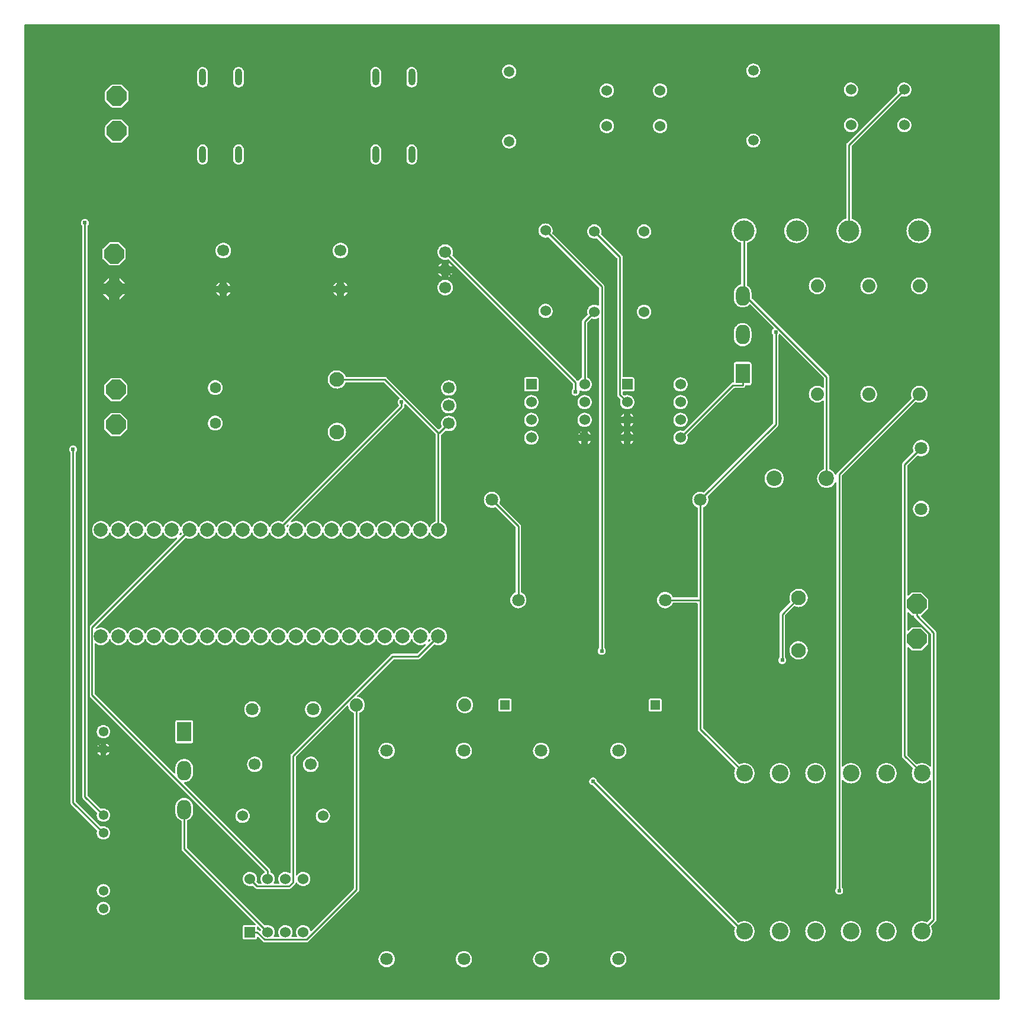
<source format=gbl>
G04 Layer: BottomLayer*
G04 EasyEDA v6.5.23, 2023-06-02 07:25:32*
G04 faa352a2f59442928f15561526b97a70,7a70a1584c9f4322b4499a83215dc486,10*
G04 Gerber Generator version 0.2*
G04 Scale: 100 percent, Rotated: No, Reflected: No *
G04 Dimensions in millimeters *
G04 leading zeros omitted , absolute positions ,4 integer and 5 decimal *
%FSLAX45Y45*%
%MOMM*%

%AMMACRO1*4,1,8,1.4079,0.5832,0.5832,1.4079,-0.5832,1.4079,-1.4079,0.5832,-1.4079,-0.5832,-0.5832,-1.4079,0.5832,-1.4079,1.4079,-0.5832,1.4079,0.5832,0*%
%AMMACRO2*4,1,8,-1.4079,-0.5832,-0.5832,-1.4079,0.5832,-1.4079,1.4079,-0.5832,1.4079,0.5832,0.5832,1.4079,-0.5832,1.4079,-1.4079,0.5832,-1.4079,-0.5832,0*%
%ADD10C,0.2540*%
%ADD11R,1.5240X1.5240*%
%ADD12C,1.5240*%
%ADD13C,3.0000*%
%ADD14C,1.5000*%
%ADD15C,2.2000*%
%ADD16C,1.8000*%
%ADD17C,1.7000*%
%ADD18C,1.6000*%
%ADD19C,2.1000*%
%ADD20C,1.3800*%
%ADD21MACRO1*%
%ADD22MACRO2*%
%ADD23O,0.9999979999999999X2.400046*%
%ADD24C,1.8796*%
%ADD25R,1.3500X1.3500*%
%ADD26C,2.4000*%
%ADD27C,2.0000*%
%ADD28R,2.0000X2.8000*%
%ADD29O,1.9999959999999999X2.7999944*%
%ADD30C,0.6100*%
%ADD31C,0.0118*%

%LPD*%
G36*
X36068Y25908D02*
G01*
X32156Y26670D01*
X28905Y28905D01*
X26670Y32156D01*
X25908Y36068D01*
X25908Y13963904D01*
X26670Y13967815D01*
X28905Y13971066D01*
X32156Y13973301D01*
X36068Y13974063D01*
X13963904Y13974063D01*
X13967815Y13973301D01*
X13971066Y13971066D01*
X13973301Y13967815D01*
X13974063Y13963904D01*
X13974063Y36068D01*
X13973301Y32156D01*
X13971066Y28905D01*
X13967815Y26670D01*
X13963904Y25908D01*
G37*

%LPC*%
G36*
X6311900Y489610D02*
G01*
X6326428Y490524D01*
X6340703Y493268D01*
X6354572Y497738D01*
X6367729Y503935D01*
X6380022Y511759D01*
X6391249Y521004D01*
X6401206Y531622D01*
X6409740Y543407D01*
X6416751Y556158D01*
X6422136Y569671D01*
X6425742Y583793D01*
X6427571Y598220D01*
X6427571Y612800D01*
X6425742Y627227D01*
X6422136Y641299D01*
X6416751Y654862D01*
X6409740Y667613D01*
X6401206Y679348D01*
X6391249Y689965D01*
X6380022Y699262D01*
X6367729Y707034D01*
X6354572Y713232D01*
X6340703Y717753D01*
X6326428Y720496D01*
X6311900Y721410D01*
X6297371Y720496D01*
X6283096Y717753D01*
X6269228Y713232D01*
X6256070Y707034D01*
X6243777Y699262D01*
X6232550Y689965D01*
X6222593Y679348D01*
X6214059Y667613D01*
X6207048Y654862D01*
X6201664Y641299D01*
X6198057Y627227D01*
X6196228Y612800D01*
X6196228Y598220D01*
X6198057Y583793D01*
X6201664Y569671D01*
X6207048Y556158D01*
X6214059Y543407D01*
X6222593Y531622D01*
X6232550Y521004D01*
X6243777Y511759D01*
X6256070Y503935D01*
X6269228Y497738D01*
X6283096Y493268D01*
X6297371Y490524D01*
G37*
G36*
X7416800Y489610D02*
G01*
X7431328Y490524D01*
X7445603Y493268D01*
X7459472Y497738D01*
X7472629Y503935D01*
X7484922Y511759D01*
X7496149Y521004D01*
X7506106Y531622D01*
X7514640Y543407D01*
X7521651Y556158D01*
X7527036Y569671D01*
X7530642Y583793D01*
X7532471Y598220D01*
X7532471Y612800D01*
X7530642Y627227D01*
X7527036Y641299D01*
X7521651Y654862D01*
X7514640Y667613D01*
X7506106Y679348D01*
X7496149Y689965D01*
X7484922Y699262D01*
X7472629Y707034D01*
X7459472Y713232D01*
X7445603Y717753D01*
X7431328Y720496D01*
X7416800Y721410D01*
X7402271Y720496D01*
X7387996Y717753D01*
X7374128Y713232D01*
X7360970Y707034D01*
X7348677Y699262D01*
X7337450Y689965D01*
X7327493Y679348D01*
X7318959Y667613D01*
X7311948Y654862D01*
X7306564Y641299D01*
X7302957Y627227D01*
X7301128Y612800D01*
X7301128Y598220D01*
X7302957Y583793D01*
X7306564Y569671D01*
X7311948Y556158D01*
X7318959Y543407D01*
X7327493Y531622D01*
X7337450Y521004D01*
X7348677Y511759D01*
X7360970Y503935D01*
X7374128Y497738D01*
X7387996Y493268D01*
X7402271Y490524D01*
G37*
G36*
X8521700Y489610D02*
G01*
X8536228Y490524D01*
X8550503Y493268D01*
X8564372Y497738D01*
X8577529Y503935D01*
X8589822Y511759D01*
X8601049Y521004D01*
X8611006Y531622D01*
X8619540Y543407D01*
X8626551Y556158D01*
X8631936Y569671D01*
X8635542Y583793D01*
X8637371Y598220D01*
X8637371Y612800D01*
X8635542Y627227D01*
X8631936Y641299D01*
X8626551Y654862D01*
X8619540Y667613D01*
X8611006Y679348D01*
X8601049Y689965D01*
X8589822Y699262D01*
X8577529Y707034D01*
X8564372Y713232D01*
X8550503Y717753D01*
X8536228Y720496D01*
X8521700Y721410D01*
X8507171Y720496D01*
X8492896Y717753D01*
X8479028Y713232D01*
X8465870Y707034D01*
X8453577Y699262D01*
X8442350Y689965D01*
X8432393Y679348D01*
X8423859Y667613D01*
X8416848Y654862D01*
X8411464Y641299D01*
X8407857Y627227D01*
X8406028Y612800D01*
X8406028Y598220D01*
X8407857Y583793D01*
X8411464Y569671D01*
X8416848Y556158D01*
X8423859Y543407D01*
X8432393Y531622D01*
X8442350Y521004D01*
X8453577Y511759D01*
X8465870Y503935D01*
X8479028Y497738D01*
X8492896Y493268D01*
X8507171Y490524D01*
G37*
G36*
X5207000Y489610D02*
G01*
X5221528Y490524D01*
X5235803Y493268D01*
X5249672Y497738D01*
X5262829Y503935D01*
X5275122Y511759D01*
X5286349Y521004D01*
X5296306Y531622D01*
X5304840Y543407D01*
X5311851Y556158D01*
X5317236Y569671D01*
X5320842Y583793D01*
X5322671Y598220D01*
X5322671Y612800D01*
X5320842Y627227D01*
X5317236Y641299D01*
X5311851Y654862D01*
X5304840Y667613D01*
X5296306Y679348D01*
X5286349Y689965D01*
X5275122Y699262D01*
X5262829Y707034D01*
X5249672Y713232D01*
X5235803Y717753D01*
X5221528Y720496D01*
X5207000Y721410D01*
X5192471Y720496D01*
X5178196Y717753D01*
X5164328Y713232D01*
X5151170Y707034D01*
X5138877Y699262D01*
X5127650Y689965D01*
X5117693Y679348D01*
X5109159Y667613D01*
X5102148Y654862D01*
X5096764Y641299D01*
X5093157Y627227D01*
X5091328Y612800D01*
X5091328Y598220D01*
X5093157Y583793D01*
X5096764Y569671D01*
X5102148Y556158D01*
X5109159Y543407D01*
X5117693Y531622D01*
X5127650Y521004D01*
X5138877Y511759D01*
X5151170Y503935D01*
X5164328Y497738D01*
X5178196Y493268D01*
X5192471Y490524D01*
G37*
G36*
X3460902Y846886D02*
G01*
X4064050Y846886D01*
X4072077Y847699D01*
X4079290Y849884D01*
X4085996Y853440D01*
X4092194Y858570D01*
X4801819Y1568196D01*
X4806950Y1574444D01*
X4810506Y1581099D01*
X4812690Y1588312D01*
X4813503Y1596339D01*
X4813503Y4121505D01*
X4814265Y4125366D01*
X4816449Y4128617D01*
X4819700Y4130852D01*
X4828336Y4134510D01*
X4841087Y4141876D01*
X4852873Y4150766D01*
X4863490Y4161028D01*
X4872736Y4172559D01*
X4880508Y4185107D01*
X4886655Y4198518D01*
X4891125Y4212539D01*
X4893868Y4227068D01*
X4894783Y4241800D01*
X4893868Y4256532D01*
X4891125Y4271060D01*
X4886655Y4285081D01*
X4880508Y4298492D01*
X4872736Y4311040D01*
X4863490Y4322572D01*
X4852873Y4332833D01*
X4841087Y4341723D01*
X4828336Y4349089D01*
X4814722Y4354830D01*
X4800549Y4358894D01*
X4793640Y4359960D01*
X4789525Y4361586D01*
X4786477Y4364837D01*
X4785106Y4369054D01*
X4785664Y4373422D01*
X4788001Y4377182D01*
X5303774Y4892903D01*
X5307076Y4895138D01*
X5310936Y4895900D01*
X5657900Y4895900D01*
X5665927Y4896662D01*
X5673140Y4898898D01*
X5679846Y4902454D01*
X5686044Y4907534D01*
X5883808Y5105298D01*
X5887212Y5107533D01*
X5891174Y5108295D01*
X5895136Y5107381D01*
X5901486Y5104536D01*
X5916015Y5100015D01*
X5930950Y5097272D01*
X5946140Y5096357D01*
X5961329Y5097272D01*
X5976264Y5100015D01*
X5990793Y5104536D01*
X6004661Y5110784D01*
X6017666Y5118658D01*
X6029604Y5128006D01*
X6040374Y5138775D01*
X6049721Y5150713D01*
X6057595Y5163718D01*
X6063843Y5177586D01*
X6068364Y5192115D01*
X6071108Y5207050D01*
X6072022Y5222240D01*
X6071108Y5237429D01*
X6068364Y5252364D01*
X6063843Y5266893D01*
X6057595Y5280761D01*
X6049721Y5293766D01*
X6040374Y5305704D01*
X6029604Y5316474D01*
X6017666Y5325821D01*
X6004661Y5333695D01*
X5990793Y5339943D01*
X5976264Y5344464D01*
X5961329Y5347208D01*
X5946140Y5348122D01*
X5930950Y5347208D01*
X5916015Y5344464D01*
X5901486Y5339943D01*
X5887618Y5333695D01*
X5874613Y5325821D01*
X5862675Y5316474D01*
X5851906Y5305704D01*
X5842558Y5293766D01*
X5834684Y5280761D01*
X5828385Y5266842D01*
X5826201Y5263642D01*
X5822950Y5261559D01*
X5819140Y5260848D01*
X5815330Y5261559D01*
X5812078Y5263642D01*
X5809894Y5266842D01*
X5803595Y5280761D01*
X5795721Y5293766D01*
X5786374Y5305704D01*
X5775604Y5316474D01*
X5763666Y5325821D01*
X5750661Y5333695D01*
X5736793Y5339943D01*
X5722264Y5344464D01*
X5707329Y5347208D01*
X5692140Y5348122D01*
X5676950Y5347208D01*
X5662015Y5344464D01*
X5647486Y5339943D01*
X5633618Y5333695D01*
X5620613Y5325821D01*
X5608675Y5316474D01*
X5597906Y5305704D01*
X5588558Y5293766D01*
X5580684Y5280761D01*
X5574385Y5266842D01*
X5572201Y5263642D01*
X5568950Y5261559D01*
X5565140Y5260848D01*
X5561330Y5261559D01*
X5558078Y5263642D01*
X5555894Y5266842D01*
X5549595Y5280761D01*
X5541721Y5293766D01*
X5532374Y5305704D01*
X5521604Y5316474D01*
X5509666Y5325821D01*
X5496661Y5333695D01*
X5482793Y5339943D01*
X5468264Y5344464D01*
X5453329Y5347208D01*
X5438140Y5348122D01*
X5422950Y5347208D01*
X5408015Y5344464D01*
X5393486Y5339943D01*
X5379618Y5333695D01*
X5366613Y5325821D01*
X5354675Y5316474D01*
X5343906Y5305704D01*
X5334558Y5293766D01*
X5326684Y5280761D01*
X5320385Y5266842D01*
X5318201Y5263642D01*
X5314950Y5261559D01*
X5311140Y5260848D01*
X5307330Y5261559D01*
X5304078Y5263642D01*
X5301894Y5266842D01*
X5295595Y5280761D01*
X5287721Y5293766D01*
X5278374Y5305704D01*
X5267604Y5316474D01*
X5255666Y5325821D01*
X5242661Y5333695D01*
X5228793Y5339943D01*
X5214264Y5344464D01*
X5199329Y5347208D01*
X5184140Y5348122D01*
X5168950Y5347208D01*
X5154015Y5344464D01*
X5139486Y5339943D01*
X5125618Y5333695D01*
X5112613Y5325821D01*
X5100675Y5316474D01*
X5089906Y5305704D01*
X5080558Y5293766D01*
X5072684Y5280761D01*
X5066385Y5266842D01*
X5064201Y5263642D01*
X5060950Y5261559D01*
X5057140Y5260848D01*
X5053330Y5261559D01*
X5050078Y5263642D01*
X5047894Y5266842D01*
X5041595Y5280761D01*
X5033721Y5293766D01*
X5024374Y5305704D01*
X5013604Y5316474D01*
X5001666Y5325821D01*
X4988661Y5333695D01*
X4974793Y5339943D01*
X4960264Y5344464D01*
X4945329Y5347208D01*
X4930140Y5348122D01*
X4914950Y5347208D01*
X4900015Y5344464D01*
X4885486Y5339943D01*
X4871618Y5333695D01*
X4858613Y5325821D01*
X4846675Y5316474D01*
X4835906Y5305704D01*
X4826558Y5293766D01*
X4818684Y5280761D01*
X4812385Y5266842D01*
X4810201Y5263642D01*
X4806950Y5261559D01*
X4803140Y5260848D01*
X4799330Y5261559D01*
X4796078Y5263642D01*
X4793894Y5266842D01*
X4787595Y5280761D01*
X4779721Y5293766D01*
X4770374Y5305704D01*
X4759604Y5316474D01*
X4747666Y5325821D01*
X4734661Y5333695D01*
X4720793Y5339943D01*
X4706264Y5344464D01*
X4691329Y5347208D01*
X4676140Y5348122D01*
X4660950Y5347208D01*
X4646015Y5344464D01*
X4631486Y5339943D01*
X4617618Y5333695D01*
X4604613Y5325821D01*
X4592675Y5316474D01*
X4581906Y5305704D01*
X4572558Y5293766D01*
X4564684Y5280761D01*
X4558385Y5266842D01*
X4556201Y5263642D01*
X4552950Y5261559D01*
X4549140Y5260848D01*
X4545330Y5261559D01*
X4542078Y5263642D01*
X4539894Y5266842D01*
X4533595Y5280761D01*
X4525721Y5293766D01*
X4516374Y5305704D01*
X4505604Y5316474D01*
X4493666Y5325821D01*
X4480661Y5333695D01*
X4466793Y5339943D01*
X4452264Y5344464D01*
X4437329Y5347208D01*
X4422140Y5348122D01*
X4406950Y5347208D01*
X4392015Y5344464D01*
X4377486Y5339943D01*
X4363618Y5333695D01*
X4350613Y5325821D01*
X4338675Y5316474D01*
X4327906Y5305704D01*
X4318558Y5293766D01*
X4310684Y5280761D01*
X4304385Y5266842D01*
X4302201Y5263642D01*
X4298950Y5261559D01*
X4295140Y5260848D01*
X4291330Y5261559D01*
X4288078Y5263642D01*
X4285894Y5266842D01*
X4279595Y5280761D01*
X4271721Y5293766D01*
X4262374Y5305704D01*
X4251604Y5316474D01*
X4239666Y5325821D01*
X4226661Y5333695D01*
X4212793Y5339943D01*
X4198264Y5344464D01*
X4183329Y5347208D01*
X4168140Y5348122D01*
X4152950Y5347208D01*
X4138015Y5344464D01*
X4123486Y5339943D01*
X4109618Y5333695D01*
X4096613Y5325821D01*
X4084675Y5316474D01*
X4073906Y5305704D01*
X4064558Y5293766D01*
X4056684Y5280761D01*
X4050385Y5266842D01*
X4048201Y5263642D01*
X4044950Y5261559D01*
X4041140Y5260848D01*
X4037329Y5261559D01*
X4034078Y5263642D01*
X4031894Y5266842D01*
X4025595Y5280761D01*
X4017721Y5293766D01*
X4008374Y5305704D01*
X3997604Y5316474D01*
X3985666Y5325821D01*
X3972661Y5333695D01*
X3958793Y5339943D01*
X3944264Y5344464D01*
X3929329Y5347208D01*
X3914140Y5348122D01*
X3898950Y5347208D01*
X3884015Y5344464D01*
X3869486Y5339943D01*
X3855618Y5333695D01*
X3842613Y5325821D01*
X3830675Y5316474D01*
X3819906Y5305704D01*
X3810558Y5293766D01*
X3802684Y5280761D01*
X3796385Y5266842D01*
X3794201Y5263642D01*
X3790950Y5261559D01*
X3787140Y5260848D01*
X3783329Y5261559D01*
X3780078Y5263642D01*
X3777894Y5266842D01*
X3771595Y5280761D01*
X3763721Y5293766D01*
X3754374Y5305704D01*
X3743604Y5316474D01*
X3731666Y5325821D01*
X3718661Y5333695D01*
X3704793Y5339943D01*
X3690264Y5344464D01*
X3675329Y5347208D01*
X3660140Y5348122D01*
X3644950Y5347208D01*
X3630015Y5344464D01*
X3615486Y5339943D01*
X3601618Y5333695D01*
X3588613Y5325821D01*
X3576675Y5316474D01*
X3565906Y5305704D01*
X3556558Y5293766D01*
X3548684Y5280761D01*
X3542385Y5266842D01*
X3540201Y5263642D01*
X3536950Y5261559D01*
X3533140Y5260848D01*
X3529329Y5261559D01*
X3526078Y5263642D01*
X3523894Y5266842D01*
X3517595Y5280761D01*
X3509721Y5293766D01*
X3500374Y5305704D01*
X3489604Y5316474D01*
X3477666Y5325821D01*
X3464661Y5333695D01*
X3450793Y5339943D01*
X3436264Y5344464D01*
X3421329Y5347208D01*
X3406140Y5348122D01*
X3390950Y5347208D01*
X3376015Y5344464D01*
X3361486Y5339943D01*
X3347618Y5333695D01*
X3334613Y5325821D01*
X3322675Y5316474D01*
X3311906Y5305704D01*
X3302558Y5293766D01*
X3294684Y5280761D01*
X3288385Y5266842D01*
X3286201Y5263642D01*
X3282950Y5261559D01*
X3279140Y5260848D01*
X3275329Y5261559D01*
X3272078Y5263642D01*
X3269894Y5266842D01*
X3263595Y5280761D01*
X3255721Y5293766D01*
X3246374Y5305704D01*
X3235604Y5316474D01*
X3223666Y5325821D01*
X3210661Y5333695D01*
X3196793Y5339943D01*
X3182264Y5344464D01*
X3167329Y5347208D01*
X3152140Y5348122D01*
X3136950Y5347208D01*
X3122015Y5344464D01*
X3107486Y5339943D01*
X3093618Y5333695D01*
X3080613Y5325821D01*
X3068675Y5316474D01*
X3057906Y5305704D01*
X3048558Y5293766D01*
X3040684Y5280761D01*
X3034385Y5266842D01*
X3032201Y5263642D01*
X3028950Y5261559D01*
X3025140Y5260848D01*
X3021330Y5261559D01*
X3018078Y5263642D01*
X3015894Y5266842D01*
X3009595Y5280761D01*
X3001721Y5293766D01*
X2992374Y5305704D01*
X2981604Y5316474D01*
X2969666Y5325821D01*
X2956661Y5333695D01*
X2942793Y5339943D01*
X2928264Y5344464D01*
X2913329Y5347208D01*
X2898140Y5348122D01*
X2882950Y5347208D01*
X2868015Y5344464D01*
X2853486Y5339943D01*
X2839618Y5333695D01*
X2826613Y5325821D01*
X2814675Y5316474D01*
X2803906Y5305704D01*
X2794558Y5293766D01*
X2786684Y5280761D01*
X2780385Y5266842D01*
X2778201Y5263642D01*
X2774950Y5261559D01*
X2771140Y5260848D01*
X2767330Y5261559D01*
X2764078Y5263642D01*
X2761894Y5266842D01*
X2755595Y5280761D01*
X2747721Y5293766D01*
X2738374Y5305704D01*
X2727604Y5316474D01*
X2715666Y5325821D01*
X2702661Y5333695D01*
X2688793Y5339943D01*
X2674264Y5344464D01*
X2659329Y5347208D01*
X2644140Y5348122D01*
X2628950Y5347208D01*
X2614015Y5344464D01*
X2599486Y5339943D01*
X2585618Y5333695D01*
X2572613Y5325821D01*
X2560675Y5316474D01*
X2549906Y5305704D01*
X2540558Y5293766D01*
X2532684Y5280761D01*
X2526385Y5266842D01*
X2524201Y5263642D01*
X2520950Y5261559D01*
X2517140Y5260848D01*
X2513330Y5261559D01*
X2510078Y5263642D01*
X2507894Y5266842D01*
X2501595Y5280761D01*
X2493721Y5293766D01*
X2484374Y5305704D01*
X2473604Y5316474D01*
X2461666Y5325821D01*
X2448661Y5333695D01*
X2434793Y5339943D01*
X2420264Y5344464D01*
X2405329Y5347208D01*
X2390140Y5348122D01*
X2374950Y5347208D01*
X2360015Y5344464D01*
X2345486Y5339943D01*
X2331618Y5333695D01*
X2318613Y5325821D01*
X2306675Y5316474D01*
X2295906Y5305704D01*
X2286558Y5293766D01*
X2278684Y5280761D01*
X2272385Y5266842D01*
X2270201Y5263642D01*
X2266950Y5261559D01*
X2263140Y5260848D01*
X2259330Y5261559D01*
X2256078Y5263642D01*
X2253894Y5266842D01*
X2247595Y5280761D01*
X2239721Y5293766D01*
X2230374Y5305704D01*
X2219604Y5316474D01*
X2207666Y5325821D01*
X2194661Y5333695D01*
X2180793Y5339943D01*
X2166264Y5344464D01*
X2151329Y5347208D01*
X2136140Y5348122D01*
X2120950Y5347208D01*
X2106015Y5344464D01*
X2091486Y5339943D01*
X2077618Y5333695D01*
X2064613Y5325821D01*
X2052675Y5316474D01*
X2041906Y5305704D01*
X2032558Y5293766D01*
X2024684Y5280761D01*
X2018385Y5266842D01*
X2016201Y5263642D01*
X2012950Y5261559D01*
X2009139Y5260848D01*
X2005330Y5261559D01*
X2002078Y5263642D01*
X1999894Y5266842D01*
X1993595Y5280761D01*
X1985721Y5293766D01*
X1976374Y5305704D01*
X1965604Y5316474D01*
X1953666Y5325821D01*
X1940661Y5333695D01*
X1926793Y5339943D01*
X1912264Y5344464D01*
X1897329Y5347208D01*
X1882139Y5348122D01*
X1866950Y5347208D01*
X1852015Y5344464D01*
X1837486Y5339943D01*
X1823618Y5333695D01*
X1810613Y5325821D01*
X1798675Y5316474D01*
X1787906Y5305704D01*
X1778558Y5293766D01*
X1770684Y5280761D01*
X1764385Y5266842D01*
X1762201Y5263642D01*
X1758950Y5261559D01*
X1755139Y5260848D01*
X1751330Y5261559D01*
X1748078Y5263642D01*
X1745894Y5266842D01*
X1739595Y5280761D01*
X1731721Y5293766D01*
X1722374Y5305704D01*
X1711604Y5316474D01*
X1699666Y5325821D01*
X1686661Y5333695D01*
X1672793Y5339943D01*
X1658264Y5344464D01*
X1643329Y5347208D01*
X1628139Y5348122D01*
X1612950Y5347208D01*
X1598015Y5344464D01*
X1583486Y5339943D01*
X1569618Y5333695D01*
X1556613Y5325821D01*
X1544675Y5316474D01*
X1533906Y5305704D01*
X1524558Y5293766D01*
X1516684Y5280761D01*
X1510385Y5266842D01*
X1508201Y5263642D01*
X1504950Y5261559D01*
X1501140Y5260848D01*
X1497330Y5261559D01*
X1494078Y5263642D01*
X1491894Y5266842D01*
X1485595Y5280761D01*
X1477721Y5293766D01*
X1468374Y5305704D01*
X1457604Y5316474D01*
X1445666Y5325821D01*
X1432661Y5333695D01*
X1418793Y5339943D01*
X1404264Y5344464D01*
X1389329Y5347208D01*
X1374140Y5348122D01*
X1358950Y5347208D01*
X1344015Y5344464D01*
X1329486Y5339943D01*
X1315618Y5333695D01*
X1302613Y5325821D01*
X1290675Y5316474D01*
X1279906Y5305704D01*
X1270558Y5293766D01*
X1262684Y5280761D01*
X1256385Y5266842D01*
X1254201Y5263642D01*
X1250950Y5261559D01*
X1247140Y5260848D01*
X1243330Y5261559D01*
X1240078Y5263642D01*
X1237894Y5266842D01*
X1231595Y5280761D01*
X1223721Y5293766D01*
X1214374Y5305704D01*
X1203604Y5316474D01*
X1191666Y5325821D01*
X1178661Y5333695D01*
X1164793Y5339943D01*
X1150264Y5344464D01*
X1135329Y5347208D01*
X1120140Y5348122D01*
X1104950Y5347208D01*
X1090015Y5344464D01*
X1075486Y5339943D01*
X1061618Y5333695D01*
X1058824Y5332018D01*
X1054912Y5330647D01*
X1050747Y5330952D01*
X1047038Y5332933D01*
X1044448Y5336235D01*
X1043432Y5340299D01*
X1044092Y5344414D01*
X1046378Y5347919D01*
X2327808Y6629298D01*
X2331212Y6631533D01*
X2335174Y6632295D01*
X2339136Y6631381D01*
X2345486Y6628536D01*
X2360015Y6624015D01*
X2374950Y6621272D01*
X2390140Y6620357D01*
X2405329Y6621272D01*
X2420264Y6624015D01*
X2434793Y6628536D01*
X2448661Y6634784D01*
X2461666Y6642658D01*
X2473604Y6652006D01*
X2484374Y6662775D01*
X2493721Y6674713D01*
X2501595Y6687718D01*
X2507894Y6701637D01*
X2510078Y6704838D01*
X2513330Y6706920D01*
X2517140Y6707631D01*
X2520950Y6706920D01*
X2524201Y6704838D01*
X2526385Y6701637D01*
X2532684Y6687718D01*
X2540558Y6674713D01*
X2549906Y6662775D01*
X2560675Y6652006D01*
X2572613Y6642658D01*
X2585618Y6634784D01*
X2599486Y6628536D01*
X2614015Y6624015D01*
X2628950Y6621272D01*
X2644140Y6620357D01*
X2659329Y6621272D01*
X2674264Y6624015D01*
X2688793Y6628536D01*
X2702661Y6634784D01*
X2715666Y6642658D01*
X2727604Y6652006D01*
X2738374Y6662775D01*
X2747721Y6674713D01*
X2755595Y6687718D01*
X2761894Y6701637D01*
X2764078Y6704838D01*
X2767330Y6706920D01*
X2771140Y6707631D01*
X2774950Y6706920D01*
X2778201Y6704838D01*
X2780385Y6701637D01*
X2786684Y6687718D01*
X2794558Y6674713D01*
X2803906Y6662775D01*
X2814675Y6652006D01*
X2826613Y6642658D01*
X2839618Y6634784D01*
X2853486Y6628536D01*
X2868015Y6624015D01*
X2882950Y6621272D01*
X2898140Y6620357D01*
X2913329Y6621272D01*
X2928264Y6624015D01*
X2942793Y6628536D01*
X2956661Y6634784D01*
X2969666Y6642658D01*
X2981604Y6652006D01*
X2992374Y6662775D01*
X3001721Y6674713D01*
X3009595Y6687718D01*
X3015894Y6701637D01*
X3018078Y6704838D01*
X3021330Y6706920D01*
X3025140Y6707631D01*
X3028950Y6706920D01*
X3032201Y6704838D01*
X3034385Y6701637D01*
X3040684Y6687718D01*
X3048558Y6674713D01*
X3057906Y6662775D01*
X3068675Y6652006D01*
X3080613Y6642658D01*
X3093618Y6634784D01*
X3107486Y6628536D01*
X3122015Y6624015D01*
X3136950Y6621272D01*
X3152140Y6620357D01*
X3167329Y6621272D01*
X3182264Y6624015D01*
X3196793Y6628536D01*
X3210661Y6634784D01*
X3223666Y6642658D01*
X3235604Y6652006D01*
X3246374Y6662775D01*
X3255721Y6674713D01*
X3263595Y6687718D01*
X3269894Y6701637D01*
X3272078Y6704838D01*
X3275329Y6706920D01*
X3279140Y6707631D01*
X3282950Y6706920D01*
X3286201Y6704838D01*
X3288385Y6701637D01*
X3294684Y6687718D01*
X3302558Y6674713D01*
X3311906Y6662775D01*
X3322675Y6652006D01*
X3334613Y6642658D01*
X3347618Y6634784D01*
X3361486Y6628536D01*
X3376015Y6624015D01*
X3390950Y6621272D01*
X3406140Y6620357D01*
X3421329Y6621272D01*
X3436264Y6624015D01*
X3450793Y6628536D01*
X3464661Y6634784D01*
X3477666Y6642658D01*
X3489604Y6652006D01*
X3500374Y6662775D01*
X3509721Y6674713D01*
X3517595Y6687718D01*
X3523894Y6701637D01*
X3526078Y6704838D01*
X3529329Y6706920D01*
X3533140Y6707631D01*
X3536950Y6706920D01*
X3540201Y6704838D01*
X3542385Y6701637D01*
X3548684Y6687718D01*
X3556558Y6674713D01*
X3565906Y6662775D01*
X3576675Y6652006D01*
X3588613Y6642658D01*
X3601618Y6634784D01*
X3615486Y6628536D01*
X3630015Y6624015D01*
X3644950Y6621272D01*
X3660140Y6620357D01*
X3675329Y6621272D01*
X3690264Y6624015D01*
X3704793Y6628536D01*
X3718661Y6634784D01*
X3731666Y6642658D01*
X3743604Y6652006D01*
X3754374Y6662775D01*
X3763721Y6674713D01*
X3771595Y6687718D01*
X3777894Y6701637D01*
X3780078Y6704838D01*
X3783329Y6706920D01*
X3787140Y6707631D01*
X3790950Y6706920D01*
X3794201Y6704838D01*
X3796385Y6701637D01*
X3802684Y6687718D01*
X3810558Y6674713D01*
X3819906Y6662775D01*
X3830675Y6652006D01*
X3842613Y6642658D01*
X3855618Y6634784D01*
X3869486Y6628536D01*
X3884015Y6624015D01*
X3898950Y6621272D01*
X3914140Y6620357D01*
X3929329Y6621272D01*
X3944264Y6624015D01*
X3958793Y6628536D01*
X3972661Y6634784D01*
X3985666Y6642658D01*
X3997604Y6652006D01*
X4008374Y6662775D01*
X4017721Y6674713D01*
X4025595Y6687718D01*
X4031894Y6701637D01*
X4034078Y6704838D01*
X4037329Y6706920D01*
X4041140Y6707631D01*
X4044950Y6706920D01*
X4048201Y6704838D01*
X4050385Y6701637D01*
X4056684Y6687718D01*
X4064558Y6674713D01*
X4073906Y6662775D01*
X4084675Y6652006D01*
X4096613Y6642658D01*
X4109618Y6634784D01*
X4123486Y6628536D01*
X4138015Y6624015D01*
X4152950Y6621272D01*
X4168140Y6620357D01*
X4183329Y6621272D01*
X4198264Y6624015D01*
X4212793Y6628536D01*
X4226661Y6634784D01*
X4239666Y6642658D01*
X4251604Y6652006D01*
X4262374Y6662775D01*
X4271721Y6674713D01*
X4279595Y6687718D01*
X4285894Y6701637D01*
X4288078Y6704838D01*
X4291330Y6706920D01*
X4295140Y6707631D01*
X4298950Y6706920D01*
X4302201Y6704838D01*
X4304385Y6701637D01*
X4310684Y6687718D01*
X4318558Y6674713D01*
X4327906Y6662775D01*
X4338675Y6652006D01*
X4350613Y6642658D01*
X4363618Y6634784D01*
X4377486Y6628536D01*
X4392015Y6624015D01*
X4406950Y6621272D01*
X4422140Y6620357D01*
X4437329Y6621272D01*
X4452264Y6624015D01*
X4466793Y6628536D01*
X4480661Y6634784D01*
X4493666Y6642658D01*
X4505604Y6652006D01*
X4516374Y6662775D01*
X4525721Y6674713D01*
X4533595Y6687718D01*
X4539894Y6701637D01*
X4542078Y6704838D01*
X4545330Y6706920D01*
X4549140Y6707631D01*
X4552950Y6706920D01*
X4556201Y6704838D01*
X4558385Y6701637D01*
X4564684Y6687718D01*
X4572558Y6674713D01*
X4581906Y6662775D01*
X4592675Y6652006D01*
X4604613Y6642658D01*
X4617618Y6634784D01*
X4631486Y6628536D01*
X4646015Y6624015D01*
X4660950Y6621272D01*
X4676140Y6620357D01*
X4691329Y6621272D01*
X4706264Y6624015D01*
X4720793Y6628536D01*
X4734661Y6634784D01*
X4747666Y6642658D01*
X4759604Y6652006D01*
X4770374Y6662775D01*
X4779721Y6674713D01*
X4787595Y6687718D01*
X4793894Y6701637D01*
X4796078Y6704838D01*
X4799330Y6706920D01*
X4803140Y6707631D01*
X4806950Y6706920D01*
X4810201Y6704838D01*
X4812385Y6701637D01*
X4818684Y6687718D01*
X4826558Y6674713D01*
X4835906Y6662775D01*
X4846675Y6652006D01*
X4858613Y6642658D01*
X4871618Y6634784D01*
X4885486Y6628536D01*
X4900015Y6624015D01*
X4914950Y6621272D01*
X4930140Y6620357D01*
X4945329Y6621272D01*
X4960264Y6624015D01*
X4974793Y6628536D01*
X4988661Y6634784D01*
X5001666Y6642658D01*
X5013604Y6652006D01*
X5024374Y6662775D01*
X5033721Y6674713D01*
X5041595Y6687718D01*
X5047894Y6701637D01*
X5050078Y6704838D01*
X5053330Y6706920D01*
X5057140Y6707631D01*
X5060950Y6706920D01*
X5064201Y6704838D01*
X5066385Y6701637D01*
X5072684Y6687718D01*
X5080558Y6674713D01*
X5089906Y6662775D01*
X5100675Y6652006D01*
X5112613Y6642658D01*
X5125618Y6634784D01*
X5139486Y6628536D01*
X5154015Y6624015D01*
X5168950Y6621272D01*
X5184140Y6620357D01*
X5199329Y6621272D01*
X5214264Y6624015D01*
X5228793Y6628536D01*
X5242661Y6634784D01*
X5255666Y6642658D01*
X5267604Y6652006D01*
X5278374Y6662775D01*
X5287721Y6674713D01*
X5295595Y6687718D01*
X5301894Y6701637D01*
X5304078Y6704838D01*
X5307330Y6706920D01*
X5311140Y6707631D01*
X5314950Y6706920D01*
X5318201Y6704838D01*
X5320385Y6701637D01*
X5326684Y6687718D01*
X5334558Y6674713D01*
X5343906Y6662775D01*
X5354675Y6652006D01*
X5366613Y6642658D01*
X5379618Y6634784D01*
X5393486Y6628536D01*
X5408015Y6624015D01*
X5422950Y6621272D01*
X5438140Y6620357D01*
X5453329Y6621272D01*
X5468264Y6624015D01*
X5482793Y6628536D01*
X5496661Y6634784D01*
X5509666Y6642658D01*
X5521604Y6652006D01*
X5532374Y6662775D01*
X5541721Y6674713D01*
X5549595Y6687718D01*
X5555843Y6701637D01*
X5558078Y6704787D01*
X5561330Y6706870D01*
X5565140Y6707581D01*
X5568899Y6706870D01*
X5572150Y6704787D01*
X5574385Y6701637D01*
X5580634Y6687718D01*
X5588508Y6674713D01*
X5597855Y6662775D01*
X5608624Y6652006D01*
X5620562Y6642658D01*
X5633618Y6634784D01*
X5647436Y6628536D01*
X5661964Y6624015D01*
X5676900Y6621272D01*
X5692089Y6620357D01*
X5707278Y6621272D01*
X5722213Y6624015D01*
X5736742Y6628536D01*
X5750610Y6634784D01*
X5763615Y6642658D01*
X5775604Y6652006D01*
X5786323Y6662775D01*
X5795721Y6674713D01*
X5803544Y6687718D01*
X5809843Y6701688D01*
X5812078Y6704838D01*
X5815330Y6706971D01*
X5819140Y6707682D01*
X5822899Y6706971D01*
X5826150Y6704838D01*
X5828385Y6701688D01*
X5834684Y6687718D01*
X5842558Y6674713D01*
X5851906Y6662775D01*
X5862675Y6652006D01*
X5874613Y6642658D01*
X5887618Y6634784D01*
X5901486Y6628536D01*
X5916015Y6624015D01*
X5930950Y6621272D01*
X5946140Y6620357D01*
X5961329Y6621272D01*
X5976264Y6624015D01*
X5990793Y6628536D01*
X6004661Y6634784D01*
X6017666Y6642658D01*
X6029604Y6652006D01*
X6040374Y6662775D01*
X6049721Y6674713D01*
X6057595Y6687718D01*
X6063843Y6701586D01*
X6068364Y6716115D01*
X6071108Y6731050D01*
X6072022Y6746240D01*
X6071108Y6761429D01*
X6068364Y6776364D01*
X6063843Y6790893D01*
X6057595Y6804761D01*
X6049721Y6817766D01*
X6040374Y6829704D01*
X6029604Y6840474D01*
X6017666Y6849821D01*
X6004661Y6857695D01*
X5990742Y6863943D01*
X5987592Y6866178D01*
X5985459Y6869430D01*
X5984748Y6873240D01*
X5984748Y8097672D01*
X5985662Y8101888D01*
X5988253Y8105394D01*
X6045047Y8162137D01*
X6048095Y8164220D01*
X6051702Y8165084D01*
X6055410Y8164575D01*
X6067856Y8160461D01*
X6081826Y8157718D01*
X6096000Y8156803D01*
X6110173Y8157718D01*
X6124143Y8160461D01*
X6137605Y8164931D01*
X6150406Y8171078D01*
X6162344Y8178850D01*
X6173165Y8188045D01*
X6182715Y8198561D01*
X6190843Y8210194D01*
X6197396Y8222792D01*
X6202324Y8236153D01*
X6205474Y8250021D01*
X6206845Y8264144D01*
X6206388Y8278368D01*
X6204102Y8292388D01*
X6200089Y8306003D01*
X6194298Y8319008D01*
X6186932Y8331149D01*
X6178092Y8342274D01*
X6167882Y8352129D01*
X6156502Y8360613D01*
X6144107Y8367623D01*
X6130950Y8372957D01*
X6117183Y8376564D01*
X6103112Y8378342D01*
X6088888Y8378342D01*
X6074816Y8376564D01*
X6061049Y8372957D01*
X6047892Y8367623D01*
X6035497Y8360613D01*
X6024118Y8352129D01*
X6013907Y8342274D01*
X6005068Y8331149D01*
X5997702Y8319008D01*
X5991961Y8306003D01*
X5987897Y8292388D01*
X5985611Y8278368D01*
X5985154Y8264144D01*
X5986526Y8250021D01*
X5989675Y8236153D01*
X5992876Y8227517D01*
X5993485Y8223758D01*
X5992672Y8219998D01*
X5990539Y8216798D01*
X5960567Y8186877D01*
X5957265Y8184692D01*
X5953404Y8183880D01*
X5949492Y8184692D01*
X5946190Y8186877D01*
X5209387Y8923680D01*
X5203190Y8928811D01*
X5196484Y8932367D01*
X5189270Y8934551D01*
X5181244Y8935313D01*
X4628134Y8935313D01*
X4624324Y8936075D01*
X4621072Y8938209D01*
X4618837Y8941409D01*
X4612233Y8956497D01*
X4604359Y8969857D01*
X4594961Y8982151D01*
X4584141Y8993276D01*
X4572101Y9003080D01*
X4558995Y9011361D01*
X4544974Y9018016D01*
X4530293Y9022994D01*
X4515104Y9026194D01*
X4499660Y9027566D01*
X4484166Y9027109D01*
X4468825Y9024823D01*
X4453890Y9020708D01*
X4439513Y9014866D01*
X4425899Y9007398D01*
X4413300Y8998356D01*
X4401870Y8987891D01*
X4391761Y8976156D01*
X4383074Y8963304D01*
X4376013Y8949486D01*
X4370628Y8934958D01*
X4366971Y8919870D01*
X4365142Y8904478D01*
X4365142Y8888984D01*
X4366971Y8873591D01*
X4370628Y8858504D01*
X4376013Y8843975D01*
X4383074Y8830157D01*
X4391761Y8817305D01*
X4401870Y8805570D01*
X4413300Y8795105D01*
X4425899Y8786063D01*
X4439513Y8778544D01*
X4453890Y8772702D01*
X4468825Y8768638D01*
X4484166Y8766352D01*
X4499660Y8765895D01*
X4515104Y8767267D01*
X4530293Y8770467D01*
X4544974Y8775446D01*
X4558995Y8782100D01*
X4572101Y8790381D01*
X4584141Y8800134D01*
X4594961Y8811260D01*
X4604359Y8823604D01*
X4612233Y8836964D01*
X4618837Y8852052D01*
X4621072Y8855252D01*
X4624324Y8857386D01*
X4628134Y8858097D01*
X5161534Y8858097D01*
X5165445Y8857335D01*
X5168747Y8855151D01*
X5387695Y8636152D01*
X5390083Y8632444D01*
X5390642Y8628075D01*
X5389321Y8623909D01*
X5386374Y8620658D01*
X5383733Y8618829D01*
X5376773Y8611870D01*
X5371185Y8603843D01*
X5367020Y8594902D01*
X5364480Y8585454D01*
X5363616Y8575649D01*
X5364480Y8565845D01*
X5367020Y8556345D01*
X5371185Y8547455D01*
X5376773Y8539429D01*
X5378399Y8537803D01*
X5380583Y8534501D01*
X5381396Y8530640D01*
X5381396Y8526272D01*
X5380583Y8522411D01*
X5378399Y8519109D01*
X3722471Y6863181D01*
X3719068Y6860946D01*
X3715105Y6860184D01*
X3711143Y6861098D01*
X3704793Y6863943D01*
X3690264Y6868464D01*
X3675329Y6871208D01*
X3660140Y6872122D01*
X3644950Y6871208D01*
X3630015Y6868464D01*
X3615486Y6863943D01*
X3601618Y6857695D01*
X3588613Y6849821D01*
X3576675Y6840474D01*
X3565906Y6829704D01*
X3556558Y6817766D01*
X3548684Y6804761D01*
X3542385Y6790842D01*
X3540201Y6787642D01*
X3536950Y6785559D01*
X3533140Y6784848D01*
X3529329Y6785559D01*
X3526078Y6787642D01*
X3523894Y6790842D01*
X3517595Y6804761D01*
X3509721Y6817766D01*
X3500374Y6829704D01*
X3489604Y6840474D01*
X3477666Y6849821D01*
X3464661Y6857695D01*
X3450793Y6863943D01*
X3436264Y6868464D01*
X3421329Y6871208D01*
X3406140Y6872122D01*
X3390950Y6871208D01*
X3376015Y6868464D01*
X3361486Y6863943D01*
X3347618Y6857695D01*
X3334613Y6849821D01*
X3322675Y6840474D01*
X3311906Y6829704D01*
X3302558Y6817766D01*
X3294684Y6804761D01*
X3288385Y6790842D01*
X3286201Y6787642D01*
X3282950Y6785559D01*
X3279140Y6784848D01*
X3275329Y6785559D01*
X3272078Y6787642D01*
X3269894Y6790842D01*
X3263595Y6804761D01*
X3255721Y6817766D01*
X3246374Y6829704D01*
X3235604Y6840474D01*
X3223666Y6849821D01*
X3210661Y6857695D01*
X3196793Y6863943D01*
X3182264Y6868464D01*
X3167329Y6871208D01*
X3152140Y6872122D01*
X3136950Y6871208D01*
X3122015Y6868464D01*
X3107486Y6863943D01*
X3093618Y6857695D01*
X3080613Y6849821D01*
X3068675Y6840474D01*
X3057906Y6829704D01*
X3048558Y6817766D01*
X3040684Y6804761D01*
X3034385Y6790842D01*
X3032201Y6787642D01*
X3028950Y6785559D01*
X3025140Y6784848D01*
X3021330Y6785559D01*
X3018078Y6787642D01*
X3015894Y6790842D01*
X3009595Y6804761D01*
X3001721Y6817766D01*
X2992374Y6829704D01*
X2981604Y6840474D01*
X2969666Y6849821D01*
X2956661Y6857695D01*
X2942793Y6863943D01*
X2928264Y6868464D01*
X2913329Y6871208D01*
X2898140Y6872122D01*
X2882950Y6871208D01*
X2868015Y6868464D01*
X2853486Y6863943D01*
X2839618Y6857695D01*
X2826613Y6849821D01*
X2814675Y6840474D01*
X2803906Y6829704D01*
X2794558Y6817766D01*
X2786684Y6804761D01*
X2780385Y6790842D01*
X2778201Y6787642D01*
X2774950Y6785559D01*
X2771140Y6784848D01*
X2767330Y6785559D01*
X2764078Y6787642D01*
X2761894Y6790842D01*
X2755595Y6804761D01*
X2747721Y6817766D01*
X2738374Y6829704D01*
X2727604Y6840474D01*
X2715666Y6849821D01*
X2702661Y6857695D01*
X2688793Y6863943D01*
X2674264Y6868464D01*
X2659329Y6871208D01*
X2644140Y6872122D01*
X2628950Y6871208D01*
X2614015Y6868464D01*
X2599486Y6863943D01*
X2585618Y6857695D01*
X2572613Y6849821D01*
X2560675Y6840474D01*
X2549906Y6829704D01*
X2540558Y6817766D01*
X2532684Y6804761D01*
X2526385Y6790842D01*
X2524201Y6787642D01*
X2520950Y6785559D01*
X2517140Y6784848D01*
X2513330Y6785559D01*
X2510078Y6787642D01*
X2507894Y6790842D01*
X2501595Y6804761D01*
X2493721Y6817766D01*
X2484374Y6829704D01*
X2473604Y6840474D01*
X2461666Y6849821D01*
X2448661Y6857695D01*
X2434793Y6863943D01*
X2420264Y6868464D01*
X2405329Y6871208D01*
X2390140Y6872122D01*
X2374950Y6871208D01*
X2360015Y6868464D01*
X2345486Y6863943D01*
X2331618Y6857695D01*
X2318613Y6849821D01*
X2306675Y6840474D01*
X2295906Y6829704D01*
X2286558Y6817766D01*
X2278684Y6804761D01*
X2272385Y6790842D01*
X2270201Y6787642D01*
X2266950Y6785559D01*
X2263140Y6784848D01*
X2259330Y6785559D01*
X2256078Y6787642D01*
X2253894Y6790842D01*
X2247595Y6804761D01*
X2239721Y6817766D01*
X2230374Y6829704D01*
X2219604Y6840474D01*
X2207666Y6849821D01*
X2194661Y6857695D01*
X2180793Y6863943D01*
X2166264Y6868464D01*
X2151329Y6871208D01*
X2136140Y6872122D01*
X2120950Y6871208D01*
X2106015Y6868464D01*
X2091486Y6863943D01*
X2077618Y6857695D01*
X2064613Y6849821D01*
X2052675Y6840474D01*
X2041906Y6829704D01*
X2032558Y6817766D01*
X2024684Y6804761D01*
X2018385Y6790842D01*
X2016201Y6787642D01*
X2012950Y6785559D01*
X2009139Y6784848D01*
X2005330Y6785559D01*
X2002078Y6787642D01*
X1999894Y6790842D01*
X1993595Y6804761D01*
X1985721Y6817766D01*
X1976374Y6829704D01*
X1965604Y6840474D01*
X1953666Y6849821D01*
X1940661Y6857695D01*
X1926793Y6863943D01*
X1912264Y6868464D01*
X1897329Y6871208D01*
X1882139Y6872122D01*
X1866950Y6871208D01*
X1852015Y6868464D01*
X1837486Y6863943D01*
X1823618Y6857695D01*
X1810613Y6849821D01*
X1798675Y6840474D01*
X1787906Y6829704D01*
X1778558Y6817766D01*
X1770684Y6804761D01*
X1764385Y6790842D01*
X1762201Y6787642D01*
X1758950Y6785559D01*
X1755139Y6784848D01*
X1751330Y6785559D01*
X1748078Y6787642D01*
X1745894Y6790842D01*
X1739595Y6804761D01*
X1731721Y6817766D01*
X1722374Y6829704D01*
X1711604Y6840474D01*
X1699666Y6849821D01*
X1686661Y6857695D01*
X1672793Y6863943D01*
X1658264Y6868464D01*
X1643329Y6871208D01*
X1628139Y6872122D01*
X1612950Y6871208D01*
X1598015Y6868464D01*
X1583486Y6863943D01*
X1569618Y6857695D01*
X1556613Y6849821D01*
X1544675Y6840474D01*
X1533906Y6829704D01*
X1524558Y6817766D01*
X1516684Y6804761D01*
X1510385Y6790842D01*
X1508201Y6787642D01*
X1504950Y6785559D01*
X1501140Y6784848D01*
X1497330Y6785559D01*
X1494078Y6787642D01*
X1491894Y6790842D01*
X1485595Y6804761D01*
X1477721Y6817766D01*
X1468374Y6829704D01*
X1457604Y6840474D01*
X1445666Y6849821D01*
X1432661Y6857695D01*
X1418793Y6863943D01*
X1404264Y6868464D01*
X1389329Y6871208D01*
X1374140Y6872122D01*
X1358950Y6871208D01*
X1344015Y6868464D01*
X1329486Y6863943D01*
X1315618Y6857695D01*
X1302613Y6849821D01*
X1290675Y6840474D01*
X1279906Y6829704D01*
X1270558Y6817766D01*
X1262684Y6804761D01*
X1256385Y6790842D01*
X1254201Y6787642D01*
X1250950Y6785559D01*
X1247140Y6784848D01*
X1243330Y6785559D01*
X1240078Y6787642D01*
X1237894Y6790842D01*
X1231595Y6804761D01*
X1223721Y6817766D01*
X1214374Y6829704D01*
X1203604Y6840474D01*
X1191666Y6849821D01*
X1178661Y6857695D01*
X1164793Y6863943D01*
X1150264Y6868464D01*
X1135329Y6871208D01*
X1120140Y6872122D01*
X1104950Y6871208D01*
X1090015Y6868464D01*
X1075486Y6863943D01*
X1061618Y6857695D01*
X1048613Y6849821D01*
X1036675Y6840474D01*
X1025906Y6829704D01*
X1016558Y6817766D01*
X1008684Y6804761D01*
X1002436Y6790893D01*
X997915Y6776364D01*
X995171Y6761429D01*
X994257Y6746240D01*
X995171Y6731050D01*
X997915Y6716115D01*
X1002436Y6701586D01*
X1008684Y6687718D01*
X1016558Y6674713D01*
X1025906Y6662775D01*
X1036675Y6652006D01*
X1048613Y6642658D01*
X1061618Y6634784D01*
X1075486Y6628536D01*
X1090015Y6624015D01*
X1104950Y6621272D01*
X1120140Y6620357D01*
X1135329Y6621272D01*
X1150264Y6624015D01*
X1164793Y6628536D01*
X1178661Y6634784D01*
X1191666Y6642658D01*
X1203604Y6652006D01*
X1214374Y6662775D01*
X1223721Y6674713D01*
X1231595Y6687718D01*
X1237894Y6701637D01*
X1240078Y6704838D01*
X1243330Y6706920D01*
X1247140Y6707631D01*
X1250950Y6706920D01*
X1254201Y6704838D01*
X1256385Y6701637D01*
X1262684Y6687718D01*
X1270558Y6674713D01*
X1279906Y6662775D01*
X1290675Y6652006D01*
X1302613Y6642658D01*
X1315618Y6634784D01*
X1329486Y6628536D01*
X1344015Y6624015D01*
X1358950Y6621272D01*
X1374140Y6620357D01*
X1389329Y6621272D01*
X1404264Y6624015D01*
X1418793Y6628536D01*
X1432661Y6634784D01*
X1445666Y6642658D01*
X1457604Y6652006D01*
X1468374Y6662775D01*
X1477721Y6674713D01*
X1485595Y6687718D01*
X1491894Y6701637D01*
X1494078Y6704838D01*
X1497330Y6706920D01*
X1501140Y6707631D01*
X1504950Y6706920D01*
X1508201Y6704838D01*
X1510385Y6701637D01*
X1516684Y6687718D01*
X1524558Y6674713D01*
X1533906Y6662775D01*
X1544675Y6652006D01*
X1556613Y6642658D01*
X1569618Y6634784D01*
X1583486Y6628536D01*
X1598015Y6624015D01*
X1612950Y6621272D01*
X1628139Y6620357D01*
X1643329Y6621272D01*
X1658264Y6624015D01*
X1672793Y6628536D01*
X1686661Y6634784D01*
X1699666Y6642658D01*
X1711604Y6652006D01*
X1722374Y6662775D01*
X1731721Y6674713D01*
X1739595Y6687718D01*
X1745894Y6701637D01*
X1748078Y6704838D01*
X1751330Y6706920D01*
X1755139Y6707631D01*
X1758950Y6706920D01*
X1762201Y6704838D01*
X1764385Y6701637D01*
X1770684Y6687718D01*
X1778558Y6674713D01*
X1787906Y6662775D01*
X1798675Y6652006D01*
X1810613Y6642658D01*
X1823618Y6634784D01*
X1837486Y6628536D01*
X1852015Y6624015D01*
X1866950Y6621272D01*
X1882139Y6620357D01*
X1897329Y6621272D01*
X1912264Y6624015D01*
X1926793Y6628536D01*
X1940661Y6634784D01*
X1953666Y6642658D01*
X1965604Y6652006D01*
X1976374Y6662775D01*
X1985721Y6674713D01*
X1993595Y6687718D01*
X1999894Y6701637D01*
X2002078Y6704838D01*
X2005330Y6706920D01*
X2009139Y6707631D01*
X2012950Y6706920D01*
X2016201Y6704838D01*
X2018385Y6701637D01*
X2024684Y6687718D01*
X2032558Y6674713D01*
X2041906Y6662775D01*
X2052675Y6652006D01*
X2064613Y6642658D01*
X2077618Y6634784D01*
X2091486Y6628536D01*
X2106015Y6624015D01*
X2120950Y6621272D01*
X2136140Y6620357D01*
X2151329Y6621272D01*
X2166264Y6624015D01*
X2180793Y6628536D01*
X2194661Y6634784D01*
X2197455Y6636461D01*
X2201418Y6637832D01*
X2205583Y6637528D01*
X2209241Y6635546D01*
X2211832Y6632244D01*
X2212848Y6628231D01*
X2212187Y6624066D01*
X2209901Y6620611D01*
X963066Y5373776D01*
X957935Y5367528D01*
X954379Y5360873D01*
X952195Y5353659D01*
X951433Y5345633D01*
X951433Y4389272D01*
X952195Y4381246D01*
X954379Y4374032D01*
X957935Y4367377D01*
X963066Y4361129D01*
X3463493Y1860702D01*
X3465576Y1857603D01*
X3466439Y1853996D01*
X3465931Y1850288D01*
X3464102Y1846986D01*
X3461156Y1844649D01*
X3450285Y1838655D01*
X3439312Y1830578D01*
X3429508Y1821078D01*
X3421024Y1810359D01*
X3414064Y1798624D01*
X3408781Y1786077D01*
X3405174Y1772920D01*
X3403346Y1759407D01*
X3403346Y1745792D01*
X3405174Y1732280D01*
X3408781Y1719122D01*
X3414064Y1706575D01*
X3416808Y1701952D01*
X3418179Y1697939D01*
X3417773Y1693672D01*
X3415639Y1690014D01*
X3412236Y1687474D01*
X3408070Y1686610D01*
X3376015Y1686610D01*
X3372104Y1687372D01*
X3368801Y1689607D01*
X3349802Y1708607D01*
X3347669Y1711706D01*
X3346856Y1715363D01*
X3347415Y1719122D01*
X3349650Y1725625D01*
X3352393Y1738985D01*
X3353308Y1752600D01*
X3352393Y1766214D01*
X3349650Y1779574D01*
X3345179Y1792478D01*
X3339033Y1804619D01*
X3331311Y1815846D01*
X3322167Y1826006D01*
X3311753Y1834794D01*
X3300272Y1842109D01*
X3287877Y1847850D01*
X3274872Y1851914D01*
X3261410Y1854149D01*
X3247796Y1854606D01*
X3234232Y1853285D01*
X3220974Y1850085D01*
X3208223Y1845208D01*
X3196285Y1838655D01*
X3185312Y1830578D01*
X3175508Y1821078D01*
X3167024Y1810359D01*
X3160064Y1798624D01*
X3154781Y1786077D01*
X3151174Y1772920D01*
X3149346Y1759407D01*
X3149346Y1745792D01*
X3151174Y1732280D01*
X3154781Y1719122D01*
X3160064Y1706575D01*
X3167024Y1694840D01*
X3175508Y1684121D01*
X3185312Y1674622D01*
X3196285Y1666544D01*
X3208223Y1659991D01*
X3220974Y1655114D01*
X3234232Y1651914D01*
X3247796Y1650593D01*
X3261410Y1651050D01*
X3274872Y1653286D01*
X3285083Y1656435D01*
X3288690Y1656892D01*
X3292246Y1656029D01*
X3295243Y1653946D01*
X3328162Y1621028D01*
X3334359Y1615948D01*
X3341065Y1612392D01*
X3348278Y1610156D01*
X3356305Y1609394D01*
X3812489Y1609394D01*
X3820515Y1610156D01*
X3827729Y1612392D01*
X3834384Y1615948D01*
X3840632Y1621028D01*
X3896766Y1677212D01*
X3901897Y1683410D01*
X3905453Y1690065D01*
X3907688Y1697482D01*
X3909517Y1700936D01*
X3912463Y1703425D01*
X3916172Y1704593D01*
X3920083Y1704339D01*
X3923537Y1702612D01*
X3926128Y1699717D01*
X3929024Y1694840D01*
X3937508Y1684121D01*
X3947312Y1674622D01*
X3958285Y1666544D01*
X3970223Y1659991D01*
X3982974Y1655114D01*
X3996232Y1651914D01*
X4009796Y1650593D01*
X4023410Y1651050D01*
X4036872Y1653286D01*
X4049877Y1657350D01*
X4062272Y1663090D01*
X4073753Y1670405D01*
X4084167Y1679193D01*
X4093311Y1689354D01*
X4101033Y1700580D01*
X4107179Y1712722D01*
X4111650Y1725625D01*
X4114393Y1738985D01*
X4115308Y1752600D01*
X4114393Y1766214D01*
X4111650Y1779574D01*
X4107179Y1792478D01*
X4101033Y1804619D01*
X4093311Y1815846D01*
X4084167Y1826006D01*
X4073753Y1834794D01*
X4062272Y1842109D01*
X4049877Y1847850D01*
X4036872Y1851914D01*
X4023410Y1854149D01*
X4009796Y1854606D01*
X3996232Y1853285D01*
X3982974Y1850085D01*
X3970223Y1845208D01*
X3958285Y1838655D01*
X3947312Y1830578D01*
X3937508Y1821078D01*
X3929024Y1810359D01*
X3927348Y1807464D01*
X3924350Y1804314D01*
X3920286Y1802638D01*
X3915918Y1802841D01*
X3912006Y1804924D01*
X3909364Y1808378D01*
X3908450Y1812645D01*
X3908450Y3493363D01*
X3909212Y3497275D01*
X3911396Y3500577D01*
X4639462Y4228592D01*
X4643272Y4231030D01*
X4647742Y4231538D01*
X4651959Y4230065D01*
X4655210Y4226915D01*
X4656734Y4222648D01*
X4657090Y4219752D01*
X4660696Y4205478D01*
X4665980Y4191711D01*
X4672990Y4178706D01*
X4681524Y4166666D01*
X4691430Y4155744D01*
X4702657Y4146143D01*
X4714951Y4138015D01*
X4733036Y4128820D01*
X4735423Y4125417D01*
X4736287Y4121353D01*
X4736287Y1616049D01*
X4735525Y1612188D01*
X4733290Y1608886D01*
X4130141Y1005738D01*
X4126484Y1003350D01*
X4122216Y1002792D01*
X4118051Y1004011D01*
X4114800Y1006906D01*
X4113022Y1010869D01*
X4111650Y1017574D01*
X4107179Y1030478D01*
X4101033Y1042619D01*
X4093311Y1053846D01*
X4084167Y1064006D01*
X4073753Y1072794D01*
X4062272Y1080109D01*
X4049877Y1085850D01*
X4036872Y1089914D01*
X4023410Y1092149D01*
X4009796Y1092606D01*
X3996232Y1091285D01*
X3982974Y1088085D01*
X3970223Y1083208D01*
X3958285Y1076655D01*
X3947312Y1068578D01*
X3937508Y1059078D01*
X3929024Y1048359D01*
X3922064Y1036624D01*
X3916781Y1024077D01*
X3913174Y1010919D01*
X3911346Y997407D01*
X3911346Y983792D01*
X3913174Y970280D01*
X3916781Y957122D01*
X3922064Y944575D01*
X3925112Y939444D01*
X3926433Y935431D01*
X3926027Y931214D01*
X3923944Y927506D01*
X3920540Y925017D01*
X3916375Y924102D01*
X3856228Y924102D01*
X3852214Y924966D01*
X3848862Y927303D01*
X3846677Y930808D01*
X3846118Y934872D01*
X3847185Y938885D01*
X3853179Y950721D01*
X3857650Y963625D01*
X3860393Y976985D01*
X3861308Y990600D01*
X3860393Y1004214D01*
X3857650Y1017574D01*
X3853179Y1030478D01*
X3847033Y1042619D01*
X3839311Y1053846D01*
X3830167Y1064006D01*
X3819753Y1072794D01*
X3808272Y1080109D01*
X3795877Y1085850D01*
X3782872Y1089914D01*
X3769410Y1092149D01*
X3755796Y1092606D01*
X3742232Y1091285D01*
X3728974Y1088085D01*
X3716223Y1083208D01*
X3704285Y1076655D01*
X3693312Y1068578D01*
X3683508Y1059078D01*
X3675024Y1048359D01*
X3668064Y1036624D01*
X3662781Y1024077D01*
X3659174Y1010919D01*
X3657346Y997407D01*
X3657346Y983792D01*
X3659174Y970280D01*
X3662781Y957122D01*
X3668064Y944575D01*
X3671112Y939444D01*
X3672433Y935431D01*
X3672027Y931214D01*
X3669944Y927506D01*
X3666540Y925017D01*
X3662375Y924102D01*
X3602228Y924102D01*
X3598214Y924966D01*
X3594862Y927303D01*
X3592677Y930808D01*
X3592118Y934872D01*
X3593185Y938885D01*
X3599179Y950721D01*
X3603650Y963625D01*
X3606393Y976985D01*
X3607308Y990600D01*
X3606393Y1004214D01*
X3603650Y1017574D01*
X3599179Y1030478D01*
X3593033Y1042619D01*
X3585311Y1053846D01*
X3576167Y1064006D01*
X3565753Y1072794D01*
X3554272Y1080109D01*
X3541877Y1085850D01*
X3528872Y1089914D01*
X3515410Y1092149D01*
X3501796Y1092606D01*
X3488232Y1091285D01*
X3474974Y1088085D01*
X3471976Y1086967D01*
X3468166Y1086256D01*
X3464356Y1087069D01*
X3461156Y1089253D01*
X2353005Y2197404D01*
X2350770Y2200706D01*
X2350008Y2204618D01*
X2350008Y2579014D01*
X2350719Y2582824D01*
X2352852Y2586024D01*
X2356002Y2588260D01*
X2369921Y2594508D01*
X2382926Y2602382D01*
X2394864Y2611780D01*
X2405634Y2622499D01*
X2414981Y2634488D01*
X2422855Y2647492D01*
X2429103Y2661361D01*
X2433624Y2675890D01*
X2436368Y2690825D01*
X2437333Y2706319D01*
X2437333Y2785668D01*
X2436368Y2801162D01*
X2433624Y2816148D01*
X2429103Y2830626D01*
X2422855Y2844495D01*
X2414981Y2857500D01*
X2405634Y2869488D01*
X2394864Y2880207D01*
X2382926Y2889605D01*
X2369921Y2897479D01*
X2356053Y2903728D01*
X2341524Y2908249D01*
X2326589Y2910992D01*
X2311400Y2911906D01*
X2296210Y2910992D01*
X2281275Y2908249D01*
X2266746Y2903728D01*
X2252878Y2897479D01*
X2239873Y2889605D01*
X2227935Y2880207D01*
X2217166Y2869488D01*
X2207818Y2857500D01*
X2199944Y2844495D01*
X2193696Y2830626D01*
X2189175Y2816148D01*
X2186432Y2801162D01*
X2185466Y2785668D01*
X2185466Y2706319D01*
X2186432Y2690825D01*
X2189175Y2675890D01*
X2193696Y2661361D01*
X2199944Y2647492D01*
X2207818Y2634488D01*
X2217166Y2622499D01*
X2227935Y2611780D01*
X2239873Y2602382D01*
X2252878Y2594508D01*
X2266797Y2588260D01*
X2269947Y2586024D01*
X2272080Y2582824D01*
X2272792Y2579014D01*
X2272792Y2184908D01*
X2273604Y2176881D01*
X2275789Y2169617D01*
X2279345Y2162962D01*
X2284476Y2156764D01*
X3331159Y1110030D01*
X3333343Y1106779D01*
X3334105Y1102868D01*
X3333343Y1098956D01*
X3331159Y1095705D01*
X3327857Y1093470D01*
X3323945Y1092708D01*
X3175558Y1092708D01*
X3169259Y1091996D01*
X3163773Y1090066D01*
X3158896Y1087018D01*
X3154781Y1082903D01*
X3151733Y1078026D01*
X3149803Y1072540D01*
X3149092Y1066241D01*
X3149092Y914958D01*
X3149803Y908659D01*
X3151733Y903173D01*
X3154781Y898296D01*
X3158896Y894181D01*
X3163773Y891133D01*
X3169259Y889203D01*
X3175558Y888492D01*
X3326841Y888492D01*
X3333140Y889203D01*
X3338626Y891133D01*
X3343503Y894181D01*
X3347618Y898296D01*
X3350666Y903173D01*
X3352596Y908659D01*
X3353257Y914704D01*
X3354374Y918311D01*
X3356762Y921258D01*
X3360013Y923137D01*
X3363772Y923747D01*
X3367430Y922883D01*
X3370579Y920750D01*
X3432759Y858570D01*
X3438956Y853440D01*
X3445662Y849884D01*
X3452876Y847699D01*
G37*
G36*
X12357100Y857402D02*
G01*
X12373457Y858316D01*
X12389561Y861060D01*
X12405258Y865581D01*
X12420396Y871880D01*
X12434722Y879754D01*
X12448082Y889253D01*
X12460274Y900125D01*
X12471146Y912317D01*
X12480645Y925677D01*
X12488519Y940003D01*
X12494818Y955141D01*
X12499340Y970838D01*
X12502083Y986942D01*
X12502997Y1003300D01*
X12502083Y1019657D01*
X12499340Y1035761D01*
X12494818Y1051509D01*
X12488519Y1066596D01*
X12480645Y1080922D01*
X12471146Y1094282D01*
X12460274Y1106474D01*
X12448082Y1117346D01*
X12434722Y1126845D01*
X12420396Y1134770D01*
X12405258Y1141018D01*
X12389561Y1145540D01*
X12373457Y1148283D01*
X12357100Y1149197D01*
X12340742Y1148283D01*
X12324638Y1145540D01*
X12308890Y1141018D01*
X12293803Y1134770D01*
X12279477Y1126845D01*
X12266117Y1117346D01*
X12253925Y1106474D01*
X12243054Y1094282D01*
X12233554Y1080922D01*
X12225629Y1066596D01*
X12219381Y1051509D01*
X12214860Y1035761D01*
X12212116Y1019657D01*
X12211202Y1003300D01*
X12212116Y986942D01*
X12214860Y970838D01*
X12219381Y955141D01*
X12225629Y940003D01*
X12233554Y925677D01*
X12243054Y912317D01*
X12253925Y900125D01*
X12266117Y889253D01*
X12279477Y879754D01*
X12293803Y871880D01*
X12308890Y865581D01*
X12324638Y861060D01*
X12340742Y858316D01*
G37*
G36*
X11341100Y857402D02*
G01*
X11357457Y858316D01*
X11373561Y861060D01*
X11389309Y865581D01*
X11404396Y871880D01*
X11418722Y879754D01*
X11432082Y889253D01*
X11444274Y900125D01*
X11455146Y912317D01*
X11464645Y925677D01*
X11472519Y940003D01*
X11478818Y955141D01*
X11483340Y970838D01*
X11486083Y986942D01*
X11486997Y1003300D01*
X11486083Y1019657D01*
X11483340Y1035761D01*
X11478818Y1051509D01*
X11472519Y1066596D01*
X11464645Y1080922D01*
X11455146Y1094282D01*
X11444274Y1106474D01*
X11432082Y1117346D01*
X11418722Y1126845D01*
X11404396Y1134770D01*
X11389309Y1141018D01*
X11373561Y1145540D01*
X11357457Y1148283D01*
X11341100Y1149197D01*
X11324742Y1148283D01*
X11308638Y1145540D01*
X11292890Y1141018D01*
X11277803Y1134770D01*
X11263477Y1126845D01*
X11250117Y1117346D01*
X11237925Y1106474D01*
X11227054Y1094282D01*
X11217554Y1080922D01*
X11209680Y1066596D01*
X11203381Y1051509D01*
X11198860Y1035761D01*
X11196116Y1019657D01*
X11195202Y1003300D01*
X11196116Y986942D01*
X11198860Y970838D01*
X11203381Y955141D01*
X11209680Y940003D01*
X11217554Y925677D01*
X11227054Y912317D01*
X11237925Y900125D01*
X11250117Y889253D01*
X11263477Y879754D01*
X11277803Y871880D01*
X11292890Y865581D01*
X11308638Y861060D01*
X11324742Y858316D01*
G37*
G36*
X11849100Y857402D02*
G01*
X11865457Y858316D01*
X11881561Y861060D01*
X11897258Y865581D01*
X11912396Y871880D01*
X11926722Y879754D01*
X11940082Y889253D01*
X11952274Y900125D01*
X11963146Y912317D01*
X11972645Y925677D01*
X11980519Y940003D01*
X11986818Y955141D01*
X11991340Y970838D01*
X11994083Y986942D01*
X11994997Y1003300D01*
X11994083Y1019657D01*
X11991340Y1035761D01*
X11986818Y1051509D01*
X11980519Y1066596D01*
X11972645Y1080922D01*
X11963146Y1094282D01*
X11952274Y1106474D01*
X11940082Y1117346D01*
X11926722Y1126845D01*
X11912396Y1134770D01*
X11897258Y1141018D01*
X11881561Y1145540D01*
X11865457Y1148283D01*
X11849100Y1149197D01*
X11832742Y1148283D01*
X11816638Y1145540D01*
X11800890Y1141018D01*
X11785803Y1134770D01*
X11771477Y1126845D01*
X11758117Y1117346D01*
X11745925Y1106474D01*
X11735054Y1094282D01*
X11725554Y1080922D01*
X11717629Y1066596D01*
X11711381Y1051509D01*
X11706860Y1035761D01*
X11704116Y1019657D01*
X11703202Y1003300D01*
X11704116Y986942D01*
X11706860Y970838D01*
X11711381Y955141D01*
X11717629Y940003D01*
X11725554Y925677D01*
X11735054Y912317D01*
X11745925Y900125D01*
X11758117Y889253D01*
X11771477Y879754D01*
X11785803Y871880D01*
X11800890Y865581D01*
X11816638Y861060D01*
X11832742Y858316D01*
G37*
G36*
X10833100Y857402D02*
G01*
X10849457Y858316D01*
X10865561Y861060D01*
X10881309Y865581D01*
X10896396Y871880D01*
X10910722Y879754D01*
X10924082Y889253D01*
X10936274Y900125D01*
X10947146Y912317D01*
X10956645Y925677D01*
X10964519Y940003D01*
X10970818Y955141D01*
X10975340Y970838D01*
X10978083Y986942D01*
X10978997Y1003300D01*
X10978083Y1019657D01*
X10975340Y1035761D01*
X10970818Y1051509D01*
X10964519Y1066596D01*
X10956645Y1080922D01*
X10947146Y1094282D01*
X10936274Y1106474D01*
X10924082Y1117346D01*
X10910722Y1126845D01*
X10896396Y1134770D01*
X10881309Y1141018D01*
X10865561Y1145540D01*
X10849457Y1148283D01*
X10833100Y1149197D01*
X10816742Y1148283D01*
X10800638Y1145540D01*
X10784890Y1141018D01*
X10769803Y1134770D01*
X10755477Y1126845D01*
X10742117Y1117346D01*
X10729925Y1106474D01*
X10719054Y1094282D01*
X10709554Y1080922D01*
X10701680Y1066596D01*
X10695381Y1051509D01*
X10690860Y1035761D01*
X10688116Y1019657D01*
X10687202Y1003300D01*
X10688116Y986942D01*
X10690860Y970838D01*
X10695381Y955141D01*
X10701680Y940003D01*
X10709554Y925677D01*
X10719054Y912317D01*
X10729925Y900125D01*
X10742117Y889253D01*
X10755477Y879754D01*
X10769803Y871880D01*
X10784890Y865581D01*
X10800638Y861060D01*
X10816742Y858316D01*
G37*
G36*
X12865100Y857402D02*
G01*
X12881457Y858316D01*
X12897561Y861060D01*
X12913258Y865581D01*
X12928396Y871880D01*
X12942722Y879754D01*
X12956082Y889253D01*
X12968274Y900125D01*
X12979146Y912317D01*
X12988645Y925677D01*
X12996519Y940003D01*
X13002818Y955141D01*
X13007340Y970838D01*
X13010083Y986942D01*
X13010997Y1003300D01*
X13010083Y1019657D01*
X13007340Y1035761D01*
X13002818Y1051509D01*
X12996519Y1066596D01*
X12995402Y1068628D01*
X12994182Y1072794D01*
X12994792Y1077061D01*
X12997129Y1080719D01*
X13057225Y1140815D01*
X13062356Y1147064D01*
X13065912Y1153718D01*
X13068096Y1160932D01*
X13068909Y1168958D01*
X13068909Y5275224D01*
X13068096Y5283250D01*
X13065912Y5290464D01*
X13062356Y5297119D01*
X13057225Y5303367D01*
X12855295Y5505297D01*
X12853162Y5508396D01*
X12852349Y5512054D01*
X12852908Y5515813D01*
X12854787Y5519064D01*
X12857683Y5521401D01*
X12861594Y5523484D01*
X12865912Y5527040D01*
X12947650Y5608777D01*
X12951206Y5613095D01*
X12953593Y5617565D01*
X12955066Y5622442D01*
X12955625Y5627979D01*
X12955625Y5743600D01*
X12955066Y5749137D01*
X12953593Y5754014D01*
X12951206Y5758484D01*
X12947650Y5762802D01*
X12865912Y5844540D01*
X12861594Y5848096D01*
X12857124Y5850483D01*
X12852247Y5851956D01*
X12846710Y5852515D01*
X12731089Y5852515D01*
X12725552Y5851956D01*
X12720675Y5850483D01*
X12716205Y5848096D01*
X12711887Y5844540D01*
X12673380Y5806033D01*
X12670078Y5803798D01*
X12666218Y5803036D01*
X12662306Y5803798D01*
X12659004Y5806033D01*
X12656820Y5809335D01*
X12656058Y5813196D01*
X12656058Y7660131D01*
X12656820Y7663992D01*
X12659004Y7667294D01*
X12797586Y7805877D01*
X12800990Y7808112D01*
X12805054Y7808823D01*
X12809728Y7807553D01*
X12823596Y7803083D01*
X12837871Y7800340D01*
X12852400Y7799425D01*
X12866928Y7800340D01*
X12881203Y7803083D01*
X12895072Y7807553D01*
X12908229Y7813751D01*
X12920522Y7821574D01*
X12931749Y7830820D01*
X12941706Y7841437D01*
X12950240Y7853222D01*
X12957251Y7865973D01*
X12962636Y7879486D01*
X12966242Y7893608D01*
X12968071Y7908036D01*
X12968071Y7922564D01*
X12966242Y7937042D01*
X12962636Y7951114D01*
X12957251Y7964627D01*
X12950240Y7977378D01*
X12941706Y7989163D01*
X12931749Y7999780D01*
X12920522Y8009077D01*
X12908229Y8016849D01*
X12895072Y8023047D01*
X12881203Y8027568D01*
X12866928Y8030260D01*
X12852400Y8031175D01*
X12837871Y8030260D01*
X12823596Y8027568D01*
X12809728Y8023047D01*
X12796570Y8016849D01*
X12784277Y8009077D01*
X12773050Y7999780D01*
X12763093Y7989163D01*
X12754559Y7977378D01*
X12747548Y7964627D01*
X12742164Y7951114D01*
X12738557Y7937042D01*
X12736728Y7922564D01*
X12736728Y7908036D01*
X12738557Y7893608D01*
X12742164Y7879486D01*
X12745364Y7871510D01*
X12746075Y7867650D01*
X12745262Y7863840D01*
X12743078Y7860588D01*
X12590475Y7707985D01*
X12585344Y7701737D01*
X12581788Y7695082D01*
X12579604Y7687868D01*
X12578842Y7679842D01*
X12578842Y3512058D01*
X12579604Y3504031D01*
X12581788Y3496818D01*
X12585344Y3490163D01*
X12590475Y3483914D01*
X12733070Y3341319D01*
X12735407Y3337661D01*
X12736017Y3333394D01*
X12734798Y3329228D01*
X12733629Y3327196D01*
X12727381Y3312109D01*
X12722860Y3296361D01*
X12720116Y3280257D01*
X12719202Y3263900D01*
X12720116Y3247542D01*
X12722860Y3231438D01*
X12727381Y3215741D01*
X12733629Y3200603D01*
X12741554Y3186277D01*
X12751054Y3172917D01*
X12761925Y3160725D01*
X12774117Y3149854D01*
X12787477Y3140354D01*
X12801803Y3132480D01*
X12816890Y3126181D01*
X12832638Y3121660D01*
X12848742Y3118916D01*
X12865100Y3118002D01*
X12881457Y3118916D01*
X12897561Y3121660D01*
X12913258Y3126181D01*
X12928396Y3132480D01*
X12942722Y3140354D01*
X12956082Y3149854D01*
X12968274Y3160725D01*
X12973913Y3167075D01*
X12977164Y3169513D01*
X12981127Y3170478D01*
X12985140Y3169818D01*
X12988544Y3167634D01*
X12990880Y3164281D01*
X12991693Y3160318D01*
X12991693Y1188669D01*
X12990880Y1184808D01*
X12988696Y1181506D01*
X12942519Y1135329D01*
X12938861Y1132992D01*
X12934594Y1132382D01*
X12930428Y1133602D01*
X12928396Y1134770D01*
X12913258Y1141018D01*
X12897561Y1145540D01*
X12881457Y1148283D01*
X12865100Y1149197D01*
X12848742Y1148283D01*
X12832638Y1145540D01*
X12816890Y1141018D01*
X12801803Y1134770D01*
X12787477Y1126845D01*
X12774117Y1117346D01*
X12761925Y1106474D01*
X12751054Y1094282D01*
X12741554Y1080922D01*
X12733629Y1066596D01*
X12727381Y1051509D01*
X12722860Y1035761D01*
X12720116Y1019657D01*
X12719202Y1003300D01*
X12720116Y986942D01*
X12722860Y970838D01*
X12727381Y955141D01*
X12733629Y940003D01*
X12741554Y925677D01*
X12751054Y912317D01*
X12761925Y900125D01*
X12774117Y889253D01*
X12787477Y879754D01*
X12801803Y871880D01*
X12816890Y865581D01*
X12832638Y861060D01*
X12848742Y858316D01*
G37*
G36*
X10325100Y857402D02*
G01*
X10341457Y858316D01*
X10357561Y861060D01*
X10373309Y865581D01*
X10388396Y871880D01*
X10402722Y879754D01*
X10416082Y889253D01*
X10428274Y900125D01*
X10439146Y912317D01*
X10448645Y925677D01*
X10456519Y940003D01*
X10462818Y955141D01*
X10467340Y970838D01*
X10470083Y986942D01*
X10470997Y1003300D01*
X10470083Y1019657D01*
X10467340Y1035761D01*
X10462818Y1051509D01*
X10456519Y1066596D01*
X10448645Y1080922D01*
X10439146Y1094282D01*
X10428274Y1106474D01*
X10416082Y1117346D01*
X10402722Y1126845D01*
X10388396Y1134770D01*
X10373309Y1141018D01*
X10357561Y1145540D01*
X10341457Y1148283D01*
X10325100Y1149197D01*
X10308742Y1148283D01*
X10292638Y1145540D01*
X10276890Y1141018D01*
X10261803Y1134770D01*
X10247680Y1126947D01*
X10243515Y1125677D01*
X10239197Y1126286D01*
X10235539Y1128623D01*
X8219186Y3145028D01*
X8217153Y3147923D01*
X8216239Y3151327D01*
X8215528Y3159353D01*
X8212988Y3168853D01*
X8208822Y3177743D01*
X8203234Y3185820D01*
X8196275Y3192729D01*
X8188198Y3198368D01*
X8179308Y3202533D01*
X8169808Y3205073D01*
X8160054Y3205937D01*
X8150250Y3205073D01*
X8140750Y3202533D01*
X8131860Y3198368D01*
X8123783Y3192729D01*
X8116824Y3185820D01*
X8111236Y3177743D01*
X8107070Y3168853D01*
X8104530Y3159353D01*
X8103666Y3149549D01*
X8104530Y3139795D01*
X8107070Y3130296D01*
X8111236Y3121406D01*
X8116824Y3113328D01*
X8123783Y3106369D01*
X8131860Y3100730D01*
X8140750Y3096615D01*
X8150250Y3094075D01*
X8158276Y3093364D01*
X8161680Y3092450D01*
X8164575Y3090418D01*
X10187330Y1067663D01*
X10189514Y1064412D01*
X10190276Y1060500D01*
X10189514Y1056589D01*
X10187381Y1051509D01*
X10182860Y1035761D01*
X10180116Y1019657D01*
X10179202Y1003300D01*
X10180116Y986942D01*
X10182860Y970838D01*
X10187381Y955141D01*
X10193680Y940003D01*
X10201554Y925677D01*
X10211054Y912317D01*
X10221925Y900125D01*
X10234117Y889253D01*
X10247477Y879754D01*
X10261803Y871880D01*
X10276890Y865581D01*
X10292638Y861060D01*
X10308742Y858316D01*
G37*
G36*
X1155700Y1236624D02*
G01*
X1168603Y1237538D01*
X1181303Y1240129D01*
X1193495Y1244498D01*
X1204976Y1250442D01*
X1215593Y1257909D01*
X1225042Y1266748D01*
X1233220Y1276807D01*
X1239926Y1287881D01*
X1245108Y1299768D01*
X1248613Y1312214D01*
X1250340Y1325067D01*
X1250340Y1337970D01*
X1248613Y1350822D01*
X1245108Y1363268D01*
X1239926Y1375156D01*
X1233220Y1386230D01*
X1225042Y1396288D01*
X1215593Y1405128D01*
X1204976Y1412595D01*
X1193495Y1418539D01*
X1181303Y1422908D01*
X1168603Y1425498D01*
X1155700Y1426413D01*
X1142796Y1425498D01*
X1130096Y1422908D01*
X1117904Y1418539D01*
X1106424Y1412595D01*
X1095806Y1405128D01*
X1086358Y1396288D01*
X1078179Y1386230D01*
X1071473Y1375156D01*
X1066292Y1363268D01*
X1062786Y1350822D01*
X1061059Y1337970D01*
X1061059Y1325067D01*
X1062786Y1312214D01*
X1066292Y1299768D01*
X1071473Y1287881D01*
X1078179Y1276807D01*
X1086358Y1266748D01*
X1095806Y1257909D01*
X1106424Y1250442D01*
X1117904Y1244498D01*
X1130096Y1240129D01*
X1142796Y1237538D01*
G37*
G36*
X1155700Y1490624D02*
G01*
X1168603Y1491488D01*
X1181303Y1494129D01*
X1193495Y1498447D01*
X1204976Y1504442D01*
X1215593Y1511909D01*
X1225042Y1520748D01*
X1233220Y1530756D01*
X1239926Y1541830D01*
X1245108Y1553718D01*
X1248613Y1566164D01*
X1250340Y1579016D01*
X1250340Y1591970D01*
X1248613Y1604822D01*
X1245108Y1617268D01*
X1239926Y1629156D01*
X1233220Y1640230D01*
X1225042Y1650238D01*
X1215593Y1659077D01*
X1204976Y1666544D01*
X1193495Y1672539D01*
X1181303Y1676857D01*
X1168603Y1679498D01*
X1155700Y1680362D01*
X1142796Y1679498D01*
X1130096Y1676857D01*
X1117904Y1672539D01*
X1106424Y1666544D01*
X1095806Y1659077D01*
X1086358Y1650238D01*
X1078179Y1640230D01*
X1071473Y1629156D01*
X1066292Y1617268D01*
X1062786Y1604822D01*
X1061059Y1591970D01*
X1061059Y1579016D01*
X1062786Y1566164D01*
X1066292Y1553718D01*
X1071473Y1541830D01*
X1078179Y1530756D01*
X1086358Y1520748D01*
X1095806Y1511909D01*
X1106424Y1504442D01*
X1117904Y1498447D01*
X1130096Y1494129D01*
X1142796Y1491488D01*
G37*
G36*
X11681561Y1529130D02*
G01*
X11691315Y1529994D01*
X11700814Y1532534D01*
X11709704Y1536649D01*
X11717782Y1542288D01*
X11724741Y1549247D01*
X11730329Y1557324D01*
X11734495Y1566214D01*
X11737035Y1575714D01*
X11737898Y1585468D01*
X11737035Y1595272D01*
X11734495Y1604772D01*
X11730329Y1613662D01*
X11724741Y1621739D01*
X11723116Y1623314D01*
X11720931Y1626616D01*
X11720169Y1630527D01*
X11720169Y3163011D01*
X11720931Y3166973D01*
X11723268Y3170326D01*
X11726672Y3172460D01*
X11730685Y3173120D01*
X11734647Y3172206D01*
X11737898Y3169767D01*
X11745925Y3160725D01*
X11758117Y3149854D01*
X11771477Y3140354D01*
X11785803Y3132480D01*
X11800890Y3126181D01*
X11816638Y3121660D01*
X11832742Y3118916D01*
X11849100Y3118002D01*
X11865457Y3118916D01*
X11881561Y3121660D01*
X11897258Y3126181D01*
X11912396Y3132480D01*
X11926722Y3140354D01*
X11940082Y3149854D01*
X11952274Y3160725D01*
X11963146Y3172917D01*
X11972645Y3186277D01*
X11980519Y3200603D01*
X11986818Y3215741D01*
X11991340Y3231438D01*
X11994083Y3247542D01*
X11994997Y3263900D01*
X11994083Y3280257D01*
X11991340Y3296361D01*
X11986818Y3312109D01*
X11980519Y3327196D01*
X11972645Y3341522D01*
X11963146Y3354882D01*
X11952274Y3367074D01*
X11940082Y3377946D01*
X11926722Y3387445D01*
X11912396Y3395370D01*
X11897258Y3401618D01*
X11881561Y3406140D01*
X11865457Y3408883D01*
X11849100Y3409797D01*
X11832742Y3408883D01*
X11816638Y3406140D01*
X11800890Y3401618D01*
X11785803Y3395370D01*
X11771477Y3387445D01*
X11758117Y3377946D01*
X11745925Y3367074D01*
X11737898Y3358032D01*
X11734647Y3355644D01*
X11730685Y3354679D01*
X11726672Y3355340D01*
X11723268Y3357524D01*
X11720931Y3360826D01*
X11720169Y3364839D01*
X11720169Y7520838D01*
X11720931Y7524699D01*
X11723116Y7528001D01*
X12769189Y8574074D01*
X12772593Y8576360D01*
X12776657Y8577072D01*
X12780619Y8576157D01*
X12783718Y8574735D01*
X12797739Y8570264D01*
X12812268Y8567521D01*
X12827000Y8566607D01*
X12841732Y8567521D01*
X12856260Y8570264D01*
X12870281Y8574735D01*
X12883692Y8580882D01*
X12896240Y8588654D01*
X12907772Y8597900D01*
X12918033Y8608517D01*
X12926923Y8620302D01*
X12934289Y8633053D01*
X12940030Y8646668D01*
X12944094Y8660841D01*
X12946380Y8675420D01*
X12946837Y8690203D01*
X12945465Y8704884D01*
X12942316Y8719312D01*
X12937388Y8733231D01*
X12930784Y8746439D01*
X12922656Y8758732D01*
X12913055Y8769959D01*
X12902133Y8779865D01*
X12890093Y8788400D01*
X12877088Y8795410D01*
X12863322Y8800744D01*
X12849047Y8804351D01*
X12834366Y8806129D01*
X12819634Y8806129D01*
X12804952Y8804351D01*
X12790678Y8800744D01*
X12776911Y8795410D01*
X12763906Y8788400D01*
X12751866Y8779865D01*
X12740944Y8769959D01*
X12731343Y8758732D01*
X12723215Y8746439D01*
X12716611Y8733231D01*
X12711684Y8719312D01*
X12708534Y8704884D01*
X12707213Y8690203D01*
X12707620Y8675420D01*
X12709906Y8660841D01*
X12713970Y8646668D01*
X12716814Y8639860D01*
X12717627Y8635949D01*
X12716865Y8632037D01*
X12714630Y8628735D01*
X11654586Y7568692D01*
X11649456Y7562443D01*
X11645900Y7555788D01*
X11643715Y7548575D01*
X11642902Y7540193D01*
X11641582Y7536078D01*
X11638635Y7532878D01*
X11634622Y7531201D01*
X11630304Y7531353D01*
X11626443Y7533284D01*
X11623700Y7536637D01*
X11617858Y7548270D01*
X11609171Y7561427D01*
X11599011Y7573568D01*
X11587530Y7584389D01*
X11574881Y7593838D01*
X11561165Y7601712D01*
X11546078Y7608163D01*
X11542268Y7610246D01*
X11539728Y7613700D01*
X11538813Y7617917D01*
X11538813Y8933332D01*
X11538000Y8941358D01*
X11535816Y8948572D01*
X11532260Y8955278D01*
X11527129Y8961475D01*
X10428579Y10060076D01*
X10426395Y10063378D01*
X10425633Y10067239D01*
X10425633Y10133380D01*
X10424668Y10148874D01*
X10421924Y10163810D01*
X10417403Y10178338D01*
X10411155Y10192207D01*
X10403281Y10205212D01*
X10393934Y10217200D01*
X10383164Y10227919D01*
X10371226Y10237317D01*
X10363250Y10242143D01*
X10360609Y10244378D01*
X10358932Y10247426D01*
X10358323Y10250830D01*
X10358323Y10844174D01*
X10359339Y10848594D01*
X10362133Y10852099D01*
X10366146Y10854080D01*
X10368838Y10854690D01*
X10385958Y10860684D01*
X10402366Y10868355D01*
X10417911Y10877651D01*
X10432389Y10888522D01*
X10445648Y10900816D01*
X10457637Y10914430D01*
X10468102Y10929213D01*
X10477042Y10944961D01*
X10484307Y10961573D01*
X10489793Y10978794D01*
X10493502Y10996523D01*
X10495381Y11014557D01*
X10495381Y11032642D01*
X10493502Y11050676D01*
X10489793Y11068405D01*
X10484307Y11085626D01*
X10477042Y11102238D01*
X10468102Y11117986D01*
X10457637Y11132769D01*
X10445648Y11146383D01*
X10432389Y11158677D01*
X10417911Y11169548D01*
X10402366Y11178844D01*
X10385958Y11186515D01*
X10368838Y11192510D01*
X10351211Y11196624D01*
X10333278Y11198961D01*
X10315194Y11199418D01*
X10297109Y11198047D01*
X10279278Y11194796D01*
X10261904Y11189716D01*
X10245140Y11182908D01*
X10229138Y11174374D01*
X10214102Y11164265D01*
X10200233Y11152682D01*
X10187584Y11139728D01*
X10176357Y11125504D01*
X10166604Y11110214D01*
X10158526Y11094059D01*
X10152126Y11077092D01*
X10147503Y11059566D01*
X10144760Y11041684D01*
X10143794Y11023600D01*
X10144760Y11005515D01*
X10147503Y10987633D01*
X10152126Y10970107D01*
X10158526Y10953140D01*
X10166604Y10936986D01*
X10176357Y10921695D01*
X10187584Y10907471D01*
X10200233Y10894517D01*
X10214102Y10882934D01*
X10229138Y10872825D01*
X10245140Y10864291D01*
X10261904Y10857484D01*
X10273792Y10854029D01*
X10277602Y10851946D01*
X10280192Y10848492D01*
X10281107Y10844276D01*
X10281107Y10266527D01*
X10280497Y10263073D01*
X10278770Y10260025D01*
X10276078Y10257739D01*
X10272776Y10256520D01*
X10269575Y10255910D01*
X10255046Y10251389D01*
X10241178Y10245191D01*
X10228173Y10237317D01*
X10216235Y10227919D01*
X10205466Y10217200D01*
X10196118Y10205212D01*
X10188244Y10192207D01*
X10181996Y10178338D01*
X10177475Y10163810D01*
X10174732Y10148874D01*
X10173817Y10133380D01*
X10173817Y10054031D01*
X10174732Y10038537D01*
X10177475Y10023551D01*
X10181996Y10009073D01*
X10188244Y9995204D01*
X10196118Y9982200D01*
X10205466Y9970211D01*
X10216235Y9959492D01*
X10228173Y9950094D01*
X10241178Y9942220D01*
X10255046Y9935972D01*
X10269575Y9931450D01*
X10284510Y9928707D01*
X10299700Y9927793D01*
X10314889Y9928707D01*
X10329824Y9931450D01*
X10344353Y9935972D01*
X10358221Y9942220D01*
X10371226Y9950094D01*
X10383164Y9959492D01*
X10394391Y9970668D01*
X10397693Y9972903D01*
X10401554Y9973665D01*
X10405465Y9972903D01*
X10408767Y9970668D01*
X10741253Y9638182D01*
X10743590Y9634474D01*
X10744200Y9630105D01*
X10742879Y9625939D01*
X10739882Y9622688D01*
X10737291Y9620859D01*
X10730331Y9613900D01*
X10724692Y9605873D01*
X10720527Y9596932D01*
X10717987Y9587484D01*
X10717123Y9577679D01*
X10717987Y9567875D01*
X10720527Y9558375D01*
X10724692Y9549485D01*
X10730331Y9541459D01*
X10731906Y9539833D01*
X10734141Y9536531D01*
X10734903Y9532670D01*
X10734903Y8275015D01*
X10734141Y8271154D01*
X10731906Y8267852D01*
X9748926Y7284821D01*
X9745675Y7282637D01*
X9741814Y7281824D01*
X9738004Y7282535D01*
X9730028Y7285736D01*
X9715906Y7289342D01*
X9701479Y7291171D01*
X9686899Y7291171D01*
X9672472Y7289342D01*
X9658400Y7285736D01*
X9644837Y7280351D01*
X9632086Y7273340D01*
X9620351Y7264806D01*
X9609734Y7254849D01*
X9600438Y7243622D01*
X9592665Y7231329D01*
X9586468Y7218172D01*
X9581946Y7204303D01*
X9579203Y7190028D01*
X9578289Y7175500D01*
X9579203Y7160971D01*
X9581946Y7146696D01*
X9586468Y7132828D01*
X9592665Y7119670D01*
X9600438Y7107377D01*
X9609734Y7096150D01*
X9620351Y7086193D01*
X9632086Y7077659D01*
X9644837Y7070648D01*
X9649155Y7068921D01*
X9652508Y7066737D01*
X9654794Y7063435D01*
X9655606Y7059472D01*
X9655606Y5789168D01*
X9654794Y5785256D01*
X9652609Y5782005D01*
X9649307Y5779770D01*
X9645446Y5779008D01*
X9306814Y5779008D01*
X9303054Y5779719D01*
X9299854Y5781751D01*
X9297619Y5784850D01*
X9292234Y5796229D01*
X9284462Y5808522D01*
X9275165Y5819749D01*
X9264548Y5829706D01*
X9252813Y5838240D01*
X9240062Y5845251D01*
X9226499Y5850636D01*
X9212427Y5854242D01*
X9198000Y5856071D01*
X9183420Y5856071D01*
X9168993Y5854242D01*
X9154871Y5850636D01*
X9141358Y5845251D01*
X9128607Y5838240D01*
X9116822Y5829706D01*
X9106204Y5819749D01*
X9096959Y5808522D01*
X9089136Y5796229D01*
X9082938Y5783072D01*
X9078468Y5769203D01*
X9075724Y5754928D01*
X9074810Y5740400D01*
X9075724Y5725871D01*
X9078468Y5711596D01*
X9082938Y5697728D01*
X9089136Y5684570D01*
X9096959Y5672277D01*
X9106204Y5661050D01*
X9116822Y5651093D01*
X9128607Y5642559D01*
X9141358Y5635548D01*
X9154871Y5630164D01*
X9168993Y5626557D01*
X9183420Y5624728D01*
X9198000Y5624728D01*
X9212427Y5626557D01*
X9226499Y5630164D01*
X9240062Y5635548D01*
X9252813Y5642559D01*
X9264548Y5651093D01*
X9275165Y5661050D01*
X9284462Y5672277D01*
X9292234Y5684570D01*
X9297619Y5695950D01*
X9299854Y5699048D01*
X9303054Y5701080D01*
X9306814Y5701792D01*
X9645446Y5701792D01*
X9649307Y5701030D01*
X9652609Y5698794D01*
X9654794Y5695492D01*
X9655606Y5691632D01*
X9655606Y3895293D01*
X9656368Y3887266D01*
X9658553Y3880053D01*
X9662109Y3873398D01*
X9667240Y3867150D01*
X10193070Y3341319D01*
X10195407Y3337661D01*
X10196017Y3333394D01*
X10194798Y3329228D01*
X10193680Y3327196D01*
X10187381Y3312109D01*
X10182860Y3296361D01*
X10180116Y3280257D01*
X10179202Y3263900D01*
X10180116Y3247542D01*
X10182860Y3231438D01*
X10187381Y3215741D01*
X10193680Y3200603D01*
X10201554Y3186277D01*
X10211054Y3172917D01*
X10221925Y3160725D01*
X10234117Y3149854D01*
X10247477Y3140354D01*
X10261803Y3132480D01*
X10276890Y3126181D01*
X10292638Y3121660D01*
X10308742Y3118916D01*
X10325100Y3118002D01*
X10341457Y3118916D01*
X10357561Y3121660D01*
X10373309Y3126181D01*
X10388396Y3132480D01*
X10402722Y3140354D01*
X10416082Y3149854D01*
X10428274Y3160725D01*
X10439146Y3172917D01*
X10448645Y3186277D01*
X10456519Y3200603D01*
X10462818Y3215741D01*
X10467340Y3231438D01*
X10470083Y3247542D01*
X10470997Y3263900D01*
X10470083Y3280257D01*
X10467340Y3296361D01*
X10462818Y3312109D01*
X10456519Y3327196D01*
X10448645Y3341522D01*
X10439146Y3354882D01*
X10428274Y3367074D01*
X10416082Y3377946D01*
X10402722Y3387445D01*
X10388396Y3395370D01*
X10373309Y3401618D01*
X10357561Y3406140D01*
X10341457Y3408883D01*
X10325100Y3409797D01*
X10308742Y3408883D01*
X10292638Y3406140D01*
X10276890Y3401618D01*
X10261803Y3395370D01*
X10259771Y3394201D01*
X10255605Y3392982D01*
X10251338Y3393592D01*
X10247680Y3395929D01*
X9735769Y3907840D01*
X9733584Y3911142D01*
X9732822Y3915003D01*
X9732822Y7059472D01*
X9733584Y7063435D01*
X9735870Y7066737D01*
X9739223Y7068921D01*
X9743541Y7070648D01*
X9756292Y7077659D01*
X9768078Y7086193D01*
X9778695Y7096150D01*
X9787940Y7107377D01*
X9795764Y7119670D01*
X9801961Y7132828D01*
X9806432Y7146696D01*
X9809175Y7160971D01*
X9810089Y7175500D01*
X9809175Y7190028D01*
X9806432Y7204303D01*
X9801961Y7218172D01*
X9800691Y7222845D01*
X9801402Y7226909D01*
X9803638Y7230364D01*
X10800435Y8227161D01*
X10805566Y8233409D01*
X10809122Y8240064D01*
X10811306Y8247278D01*
X10812119Y8255304D01*
X10812119Y9532670D01*
X10812881Y9536531D01*
X10815116Y9539833D01*
X10818520Y9544050D01*
X10821771Y9547047D01*
X10825937Y9548368D01*
X10830306Y9547758D01*
X10834014Y9545421D01*
X11458600Y8920835D01*
X11460835Y8917533D01*
X11461597Y8913622D01*
X11461597Y8784691D01*
X11460835Y8780881D01*
X11458752Y8777630D01*
X11455552Y8775395D01*
X11451742Y8774531D01*
X11447932Y8775192D01*
X11444579Y8777224D01*
X11441633Y8779865D01*
X11429593Y8788400D01*
X11416588Y8795410D01*
X11402822Y8800744D01*
X11388547Y8804351D01*
X11373866Y8806129D01*
X11359134Y8806129D01*
X11344452Y8804351D01*
X11330178Y8800744D01*
X11316411Y8795410D01*
X11303406Y8788400D01*
X11291366Y8779865D01*
X11280444Y8769959D01*
X11270843Y8758732D01*
X11262715Y8746439D01*
X11256111Y8733231D01*
X11251184Y8719312D01*
X11248034Y8704884D01*
X11246713Y8690203D01*
X11247120Y8675420D01*
X11249406Y8660841D01*
X11253470Y8646668D01*
X11259210Y8633053D01*
X11266576Y8620302D01*
X11275466Y8608517D01*
X11285728Y8597900D01*
X11297259Y8588654D01*
X11309807Y8580882D01*
X11323218Y8574735D01*
X11337239Y8570264D01*
X11351768Y8567521D01*
X11366500Y8566607D01*
X11381232Y8567521D01*
X11395760Y8570264D01*
X11409781Y8574735D01*
X11423192Y8580882D01*
X11435740Y8588654D01*
X11445087Y8596172D01*
X11448389Y8597950D01*
X11452148Y8598357D01*
X11455806Y8597392D01*
X11458854Y8595156D01*
X11460886Y8591956D01*
X11461597Y8588248D01*
X11461597Y7617917D01*
X11460683Y7613700D01*
X11458143Y7610246D01*
X11453723Y7608011D01*
X11439194Y7601712D01*
X11425529Y7593838D01*
X11412829Y7584389D01*
X11401348Y7573568D01*
X11391188Y7561427D01*
X11382502Y7548270D01*
X11375440Y7534148D01*
X11370005Y7519263D01*
X11366347Y7503922D01*
X11364518Y7488224D01*
X11364518Y7472375D01*
X11366347Y7456678D01*
X11370005Y7441336D01*
X11375440Y7426452D01*
X11382502Y7412329D01*
X11391188Y7399172D01*
X11401348Y7387031D01*
X11412829Y7376210D01*
X11425529Y7366762D01*
X11439194Y7358888D01*
X11453723Y7352588D01*
X11468862Y7348067D01*
X11484406Y7345324D01*
X11500205Y7344409D01*
X11515953Y7345324D01*
X11531549Y7348067D01*
X11546687Y7352588D01*
X11561165Y7358888D01*
X11574881Y7366762D01*
X11587530Y7376210D01*
X11599011Y7387031D01*
X11609171Y7399172D01*
X11617858Y7412329D01*
X11623700Y7423912D01*
X11626545Y7427417D01*
X11630609Y7429296D01*
X11635130Y7429246D01*
X11639143Y7427264D01*
X11641937Y7423759D01*
X11642953Y7419390D01*
X11642953Y1630527D01*
X11642140Y1626616D01*
X11639956Y1623314D01*
X11638330Y1621739D01*
X11632742Y1613662D01*
X11628577Y1604772D01*
X11626037Y1595272D01*
X11625173Y1585468D01*
X11626037Y1575714D01*
X11628577Y1566214D01*
X11632742Y1557324D01*
X11638330Y1549247D01*
X11645290Y1542288D01*
X11653367Y1536649D01*
X11662257Y1532534D01*
X11671757Y1529994D01*
G37*
G36*
X1155700Y2316124D02*
G01*
X1168603Y2317038D01*
X1181252Y2319629D01*
X1193495Y2323998D01*
X1204976Y2329942D01*
X1215542Y2337409D01*
X1225042Y2346248D01*
X1233170Y2356307D01*
X1239926Y2367381D01*
X1245057Y2379268D01*
X1248562Y2391714D01*
X1250340Y2404567D01*
X1250340Y2417470D01*
X1248562Y2430322D01*
X1245057Y2442768D01*
X1239926Y2454656D01*
X1233170Y2465730D01*
X1225042Y2475788D01*
X1215542Y2484628D01*
X1204976Y2492095D01*
X1193495Y2498039D01*
X1181252Y2502408D01*
X1168603Y2504998D01*
X1155700Y2505913D01*
X1142746Y2504998D01*
X1130096Y2502408D01*
X1127861Y2501595D01*
X1124153Y2501036D01*
X1120444Y2501849D01*
X1117295Y2503982D01*
X763574Y2857703D01*
X761390Y2861005D01*
X760628Y2864916D01*
X760628Y7851952D01*
X761390Y7855864D01*
X763574Y7859166D01*
X765200Y7860741D01*
X770788Y7868818D01*
X774954Y7877708D01*
X777494Y7887208D01*
X778357Y7896961D01*
X777494Y7906766D01*
X774954Y7916265D01*
X770788Y7925155D01*
X765200Y7933232D01*
X758240Y7940141D01*
X750163Y7945780D01*
X741273Y7949946D01*
X731774Y7952486D01*
X722020Y7953349D01*
X712216Y7952486D01*
X702716Y7949946D01*
X693826Y7945780D01*
X685749Y7940141D01*
X678789Y7933232D01*
X673201Y7925155D01*
X669036Y7916265D01*
X666496Y7906766D01*
X665632Y7896961D01*
X666496Y7887208D01*
X669036Y7877708D01*
X673201Y7868818D01*
X678789Y7860741D01*
X680415Y7859166D01*
X682599Y7855864D01*
X683412Y7851952D01*
X683412Y2845206D01*
X684174Y2837180D01*
X686358Y2829915D01*
X689914Y2823260D01*
X695045Y2817063D01*
X1062736Y2449372D01*
X1064768Y2446426D01*
X1065682Y2442972D01*
X1065326Y2439416D01*
X1062786Y2430322D01*
X1061008Y2417470D01*
X1061008Y2404567D01*
X1062786Y2391714D01*
X1066292Y2379268D01*
X1071422Y2367381D01*
X1078179Y2356307D01*
X1086307Y2346248D01*
X1095806Y2337409D01*
X1106373Y2329942D01*
X1117854Y2323998D01*
X1130096Y2319629D01*
X1142746Y2317038D01*
G37*
G36*
X4299508Y2552293D02*
G01*
X4313072Y2553614D01*
X4326331Y2556814D01*
X4339082Y2561691D01*
X4351020Y2568244D01*
X4361992Y2576322D01*
X4371797Y2585821D01*
X4380280Y2596540D01*
X4387240Y2608275D01*
X4392523Y2620822D01*
X4396130Y2633980D01*
X4397959Y2647492D01*
X4397959Y2661107D01*
X4396130Y2674620D01*
X4392523Y2687777D01*
X4387240Y2700324D01*
X4380280Y2712059D01*
X4371797Y2722778D01*
X4361992Y2732278D01*
X4351020Y2740355D01*
X4339082Y2746908D01*
X4326331Y2751785D01*
X4313072Y2754985D01*
X4299508Y2756306D01*
X4285894Y2755849D01*
X4272432Y2753614D01*
X4259427Y2749550D01*
X4247032Y2743809D01*
X4235551Y2736494D01*
X4225137Y2727706D01*
X4215993Y2717546D01*
X4208272Y2706319D01*
X4202125Y2694178D01*
X4197654Y2681274D01*
X4194911Y2667914D01*
X4193997Y2654300D01*
X4194911Y2640685D01*
X4197654Y2627325D01*
X4202125Y2614422D01*
X4208272Y2602280D01*
X4215993Y2591054D01*
X4225137Y2580894D01*
X4235551Y2572105D01*
X4247032Y2564790D01*
X4259427Y2559050D01*
X4272432Y2554986D01*
X4285894Y2552750D01*
G37*
G36*
X1155700Y2570124D02*
G01*
X1168603Y2570988D01*
X1181252Y2573629D01*
X1193495Y2577947D01*
X1204976Y2583942D01*
X1215542Y2591409D01*
X1225042Y2600248D01*
X1233170Y2610256D01*
X1239926Y2621330D01*
X1245057Y2633218D01*
X1248562Y2645664D01*
X1250340Y2658516D01*
X1250340Y2671470D01*
X1248562Y2684322D01*
X1245057Y2696768D01*
X1239926Y2708656D01*
X1233170Y2719730D01*
X1225042Y2729738D01*
X1215542Y2738577D01*
X1204976Y2746044D01*
X1193495Y2752039D01*
X1181252Y2756357D01*
X1168603Y2758998D01*
X1155700Y2759862D01*
X1142746Y2758998D01*
X1130096Y2756357D01*
X1127861Y2755595D01*
X1124153Y2754985D01*
X1120444Y2755849D01*
X1117295Y2757982D01*
X932738Y2942539D01*
X930503Y2945841D01*
X929741Y2949752D01*
X929741Y11092688D01*
X930503Y11096599D01*
X932738Y11099901D01*
X934313Y11101476D01*
X939952Y11109553D01*
X944118Y11118443D01*
X946658Y11127943D01*
X947521Y11137696D01*
X946658Y11147501D01*
X944118Y11157000D01*
X939952Y11165890D01*
X934313Y11173968D01*
X927353Y11180876D01*
X919327Y11186515D01*
X910437Y11190681D01*
X900937Y11193221D01*
X891133Y11194084D01*
X881329Y11193221D01*
X871829Y11190681D01*
X862939Y11186515D01*
X854913Y11180876D01*
X847953Y11173968D01*
X842314Y11165890D01*
X838149Y11157000D01*
X835609Y11147501D01*
X834745Y11137696D01*
X835609Y11127943D01*
X838149Y11118443D01*
X842314Y11109553D01*
X847953Y11101476D01*
X849528Y11099901D01*
X851763Y11096599D01*
X852525Y11092688D01*
X852525Y2930042D01*
X853338Y2922016D01*
X855522Y2914751D01*
X859078Y2908096D01*
X864209Y2901899D01*
X1062736Y2703322D01*
X1064768Y2700426D01*
X1065682Y2696972D01*
X1065326Y2693416D01*
X1062786Y2684322D01*
X1061008Y2671470D01*
X1061008Y2658516D01*
X1062786Y2645664D01*
X1066292Y2633218D01*
X1071422Y2621330D01*
X1078179Y2610256D01*
X1086307Y2600248D01*
X1095806Y2591409D01*
X1106373Y2583942D01*
X1117854Y2577947D01*
X1130096Y2573629D01*
X1142746Y2570988D01*
G37*
G36*
X12357100Y3118002D02*
G01*
X12373457Y3118916D01*
X12389561Y3121660D01*
X12405258Y3126181D01*
X12420396Y3132480D01*
X12434722Y3140354D01*
X12448082Y3149854D01*
X12460274Y3160725D01*
X12471146Y3172917D01*
X12480645Y3186277D01*
X12488519Y3200603D01*
X12494818Y3215741D01*
X12499340Y3231438D01*
X12502083Y3247542D01*
X12502997Y3263900D01*
X12502083Y3280257D01*
X12499340Y3296361D01*
X12494818Y3312109D01*
X12488519Y3327196D01*
X12480645Y3341522D01*
X12471146Y3354882D01*
X12460274Y3367074D01*
X12448082Y3377946D01*
X12434722Y3387445D01*
X12420396Y3395370D01*
X12405258Y3401618D01*
X12389561Y3406140D01*
X12373457Y3408883D01*
X12357100Y3409797D01*
X12340742Y3408883D01*
X12324638Y3406140D01*
X12308890Y3401618D01*
X12293803Y3395370D01*
X12279477Y3387445D01*
X12266117Y3377946D01*
X12253925Y3367074D01*
X12243054Y3354882D01*
X12233554Y3341522D01*
X12225629Y3327196D01*
X12219381Y3312109D01*
X12214860Y3296361D01*
X12212116Y3280257D01*
X12211202Y3263900D01*
X12212116Y3247542D01*
X12214860Y3231438D01*
X12219381Y3215741D01*
X12225629Y3200603D01*
X12233554Y3186277D01*
X12243054Y3172917D01*
X12253925Y3160725D01*
X12266117Y3149854D01*
X12279477Y3140354D01*
X12293803Y3132480D01*
X12308890Y3126181D01*
X12324638Y3121660D01*
X12340742Y3118916D01*
G37*
G36*
X10833100Y3118002D02*
G01*
X10849457Y3118916D01*
X10865561Y3121660D01*
X10881309Y3126181D01*
X10896396Y3132480D01*
X10910722Y3140354D01*
X10924082Y3149854D01*
X10936274Y3160725D01*
X10947146Y3172917D01*
X10956645Y3186277D01*
X10964519Y3200603D01*
X10970818Y3215741D01*
X10975340Y3231438D01*
X10978083Y3247542D01*
X10978997Y3263900D01*
X10978083Y3280257D01*
X10975340Y3296361D01*
X10970818Y3312109D01*
X10964519Y3327196D01*
X10956645Y3341522D01*
X10947146Y3354882D01*
X10936274Y3367074D01*
X10924082Y3377946D01*
X10910722Y3387445D01*
X10896396Y3395370D01*
X10881309Y3401618D01*
X10865561Y3406140D01*
X10849457Y3408883D01*
X10833100Y3409797D01*
X10816742Y3408883D01*
X10800638Y3406140D01*
X10784890Y3401618D01*
X10769803Y3395370D01*
X10755477Y3387445D01*
X10742117Y3377946D01*
X10729925Y3367074D01*
X10719054Y3354882D01*
X10709554Y3341522D01*
X10701680Y3327196D01*
X10695381Y3312109D01*
X10690860Y3296361D01*
X10688116Y3280257D01*
X10687202Y3263900D01*
X10688116Y3247542D01*
X10690860Y3231438D01*
X10695381Y3215741D01*
X10701680Y3200603D01*
X10709554Y3186277D01*
X10719054Y3172917D01*
X10729925Y3160725D01*
X10742117Y3149854D01*
X10755477Y3140354D01*
X10769803Y3132480D01*
X10784890Y3126181D01*
X10800638Y3121660D01*
X10816742Y3118916D01*
G37*
G36*
X11341100Y3118002D02*
G01*
X11357457Y3118916D01*
X11373561Y3121660D01*
X11389309Y3126181D01*
X11404396Y3132480D01*
X11418722Y3140354D01*
X11432082Y3149854D01*
X11444274Y3160725D01*
X11455146Y3172917D01*
X11464645Y3186277D01*
X11472519Y3200603D01*
X11478818Y3215741D01*
X11483340Y3231438D01*
X11486083Y3247542D01*
X11486997Y3263900D01*
X11486083Y3280257D01*
X11483340Y3296361D01*
X11478818Y3312109D01*
X11472519Y3327196D01*
X11464645Y3341522D01*
X11455146Y3354882D01*
X11444274Y3367074D01*
X11432082Y3377946D01*
X11418722Y3387445D01*
X11404396Y3395370D01*
X11389309Y3401618D01*
X11373561Y3406140D01*
X11357457Y3408883D01*
X11341100Y3409797D01*
X11324742Y3408883D01*
X11308638Y3406140D01*
X11292890Y3401618D01*
X11277803Y3395370D01*
X11263477Y3387445D01*
X11250117Y3377946D01*
X11237925Y3367074D01*
X11227054Y3354882D01*
X11217554Y3341522D01*
X11209680Y3327196D01*
X11203381Y3312109D01*
X11198860Y3296361D01*
X11196116Y3280257D01*
X11195202Y3263900D01*
X11196116Y3247542D01*
X11198860Y3231438D01*
X11203381Y3215741D01*
X11209680Y3200603D01*
X11217554Y3186277D01*
X11227054Y3172917D01*
X11237925Y3160725D01*
X11250117Y3149854D01*
X11263477Y3140354D01*
X11277803Y3132480D01*
X11292890Y3126181D01*
X11308638Y3121660D01*
X11324742Y3118916D01*
G37*
G36*
X4124655Y3280054D02*
G01*
X4138777Y3281426D01*
X4152646Y3284575D01*
X4166006Y3289503D01*
X4178604Y3296056D01*
X4190237Y3304184D01*
X4200753Y3313734D01*
X4209948Y3324555D01*
X4217720Y3336493D01*
X4223867Y3349294D01*
X4228338Y3362756D01*
X4231081Y3376726D01*
X4231995Y3390900D01*
X4231081Y3405073D01*
X4228338Y3419043D01*
X4223867Y3432505D01*
X4217720Y3445306D01*
X4209948Y3457244D01*
X4200753Y3468065D01*
X4190237Y3477615D01*
X4178604Y3485743D01*
X4166006Y3492296D01*
X4152646Y3497224D01*
X4138777Y3500374D01*
X4124655Y3501745D01*
X4110431Y3501288D01*
X4096410Y3499002D01*
X4082796Y3494938D01*
X4069791Y3489198D01*
X4057650Y3481832D01*
X4046524Y3472992D01*
X4036669Y3462782D01*
X4028186Y3451402D01*
X4021175Y3439007D01*
X4015841Y3425850D01*
X4012234Y3412083D01*
X4010456Y3398012D01*
X4010456Y3383787D01*
X4012234Y3369716D01*
X4015841Y3355949D01*
X4021175Y3342792D01*
X4028186Y3330397D01*
X4036669Y3319018D01*
X4046524Y3308807D01*
X4057650Y3299968D01*
X4069791Y3292601D01*
X4082796Y3286810D01*
X4096410Y3282797D01*
X4110431Y3280511D01*
G37*
G36*
X5207000Y3469589D02*
G01*
X5221528Y3470503D01*
X5235803Y3473246D01*
X5249672Y3477768D01*
X5262829Y3483965D01*
X5275122Y3491737D01*
X5286349Y3501034D01*
X5296306Y3511651D01*
X5304840Y3523386D01*
X5311851Y3536137D01*
X5317236Y3549700D01*
X5320842Y3563772D01*
X5322671Y3578199D01*
X5322671Y3592779D01*
X5320842Y3607206D01*
X5317236Y3621328D01*
X5311851Y3634841D01*
X5304840Y3647592D01*
X5296306Y3659378D01*
X5286349Y3669995D01*
X5275122Y3679240D01*
X5262829Y3687064D01*
X5249672Y3693261D01*
X5235803Y3697732D01*
X5221528Y3700475D01*
X5207000Y3701389D01*
X5192471Y3700475D01*
X5178196Y3697732D01*
X5164328Y3693261D01*
X5151170Y3687064D01*
X5138877Y3679240D01*
X5127650Y3669995D01*
X5117693Y3659378D01*
X5109159Y3647592D01*
X5102148Y3634841D01*
X5096764Y3621328D01*
X5093157Y3607206D01*
X5091328Y3592779D01*
X5091328Y3578199D01*
X5093157Y3563772D01*
X5096764Y3549700D01*
X5102148Y3536137D01*
X5109159Y3523386D01*
X5117693Y3511651D01*
X5127650Y3501034D01*
X5138877Y3491737D01*
X5151170Y3483965D01*
X5164328Y3477768D01*
X5178196Y3473246D01*
X5192471Y3470503D01*
G37*
G36*
X7416800Y3469589D02*
G01*
X7431328Y3470503D01*
X7445603Y3473246D01*
X7459472Y3477768D01*
X7472629Y3483965D01*
X7484922Y3491737D01*
X7496149Y3501034D01*
X7506106Y3511651D01*
X7514640Y3523386D01*
X7521651Y3536137D01*
X7527036Y3549700D01*
X7530642Y3563772D01*
X7532471Y3578199D01*
X7532471Y3592779D01*
X7530642Y3607206D01*
X7527036Y3621328D01*
X7521651Y3634841D01*
X7514640Y3647592D01*
X7506106Y3659378D01*
X7496149Y3669995D01*
X7484922Y3679240D01*
X7472629Y3687064D01*
X7459472Y3693261D01*
X7445603Y3697732D01*
X7431328Y3700475D01*
X7416800Y3701389D01*
X7402271Y3700475D01*
X7387996Y3697732D01*
X7374128Y3693261D01*
X7360970Y3687064D01*
X7348677Y3679240D01*
X7337450Y3669995D01*
X7327493Y3659378D01*
X7318959Y3647592D01*
X7311948Y3634841D01*
X7306564Y3621328D01*
X7302957Y3607206D01*
X7301128Y3592779D01*
X7301128Y3578199D01*
X7302957Y3563772D01*
X7306564Y3549700D01*
X7311948Y3536137D01*
X7318959Y3523386D01*
X7327493Y3511651D01*
X7337450Y3501034D01*
X7348677Y3491737D01*
X7360970Y3483965D01*
X7374128Y3477768D01*
X7387996Y3473246D01*
X7402271Y3470503D01*
G37*
G36*
X8521700Y3469589D02*
G01*
X8536228Y3470503D01*
X8550503Y3473246D01*
X8564372Y3477768D01*
X8577529Y3483965D01*
X8589822Y3491737D01*
X8601049Y3501034D01*
X8611006Y3511651D01*
X8619540Y3523386D01*
X8626551Y3536137D01*
X8631936Y3549700D01*
X8635542Y3563772D01*
X8637371Y3578199D01*
X8637371Y3592779D01*
X8635542Y3607206D01*
X8631936Y3621328D01*
X8626551Y3634841D01*
X8619540Y3647592D01*
X8611006Y3659378D01*
X8601049Y3669995D01*
X8589822Y3679240D01*
X8577529Y3687064D01*
X8564372Y3693261D01*
X8550503Y3697732D01*
X8536228Y3700475D01*
X8521700Y3701389D01*
X8507171Y3700475D01*
X8492896Y3697732D01*
X8479028Y3693261D01*
X8465870Y3687064D01*
X8453577Y3679240D01*
X8442350Y3669995D01*
X8432393Y3659378D01*
X8423859Y3647592D01*
X8416848Y3634841D01*
X8411464Y3621328D01*
X8407857Y3607206D01*
X8406028Y3592779D01*
X8406028Y3578199D01*
X8407857Y3563772D01*
X8411464Y3549700D01*
X8416848Y3536137D01*
X8423859Y3523386D01*
X8432393Y3511651D01*
X8442350Y3501034D01*
X8453577Y3491737D01*
X8465870Y3483965D01*
X8479028Y3477768D01*
X8492896Y3473246D01*
X8507171Y3470503D01*
G37*
G36*
X6311900Y3469589D02*
G01*
X6326428Y3470503D01*
X6340703Y3473246D01*
X6354572Y3477768D01*
X6367729Y3483965D01*
X6380022Y3491737D01*
X6391249Y3501034D01*
X6401206Y3511651D01*
X6409740Y3523386D01*
X6416751Y3536137D01*
X6422136Y3549700D01*
X6425742Y3563772D01*
X6427571Y3578199D01*
X6427571Y3592779D01*
X6425742Y3607206D01*
X6422136Y3621328D01*
X6416751Y3634841D01*
X6409740Y3647592D01*
X6401206Y3659378D01*
X6391249Y3669995D01*
X6380022Y3679240D01*
X6367729Y3687064D01*
X6354572Y3693261D01*
X6340703Y3697732D01*
X6326428Y3700475D01*
X6311900Y3701389D01*
X6297371Y3700475D01*
X6283096Y3697732D01*
X6269228Y3693261D01*
X6256070Y3687064D01*
X6243777Y3679240D01*
X6232550Y3669995D01*
X6222593Y3659378D01*
X6214059Y3647592D01*
X6207048Y3634841D01*
X6201664Y3621328D01*
X6198057Y3607206D01*
X6196228Y3592779D01*
X6196228Y3578199D01*
X6198057Y3563772D01*
X6201664Y3549700D01*
X6207048Y3536137D01*
X6214059Y3523386D01*
X6222593Y3511651D01*
X6232550Y3501034D01*
X6243777Y3491737D01*
X6256070Y3483965D01*
X6269228Y3477768D01*
X6283096Y3473246D01*
X6297371Y3470503D01*
G37*
G36*
X1196543Y3519373D02*
G01*
X1204976Y3523742D01*
X1215542Y3531209D01*
X1225042Y3540048D01*
X1233170Y3550107D01*
X1239926Y3561181D01*
X1241145Y3563975D01*
X1196543Y3563975D01*
G37*
G36*
X1114806Y3519373D02*
G01*
X1114806Y3563975D01*
X1070203Y3563975D01*
X1071422Y3561181D01*
X1078179Y3550107D01*
X1086307Y3540048D01*
X1095806Y3531209D01*
X1106373Y3523742D01*
G37*
G36*
X1070203Y3645662D02*
G01*
X1114806Y3645662D01*
X1114806Y3690264D01*
X1106373Y3685895D01*
X1095806Y3678428D01*
X1086307Y3669588D01*
X1078179Y3659530D01*
X1071422Y3648456D01*
G37*
G36*
X1196543Y3645662D02*
G01*
X1241145Y3645662D01*
X1239926Y3648456D01*
X1233170Y3659530D01*
X1225042Y3669588D01*
X1215542Y3678428D01*
X1204976Y3685895D01*
X1196543Y3690264D01*
G37*
G36*
X1155700Y3763924D02*
G01*
X1168603Y3764787D01*
X1181252Y3767429D01*
X1193495Y3771747D01*
X1204976Y3777742D01*
X1215542Y3785209D01*
X1225042Y3794048D01*
X1233170Y3804056D01*
X1239926Y3815130D01*
X1245057Y3827018D01*
X1248562Y3839464D01*
X1250340Y3852316D01*
X1250340Y3865270D01*
X1248562Y3878122D01*
X1245057Y3890568D01*
X1239926Y3902456D01*
X1233170Y3913530D01*
X1225042Y3923537D01*
X1215542Y3932377D01*
X1204976Y3939844D01*
X1193495Y3945839D01*
X1181252Y3950157D01*
X1168603Y3952798D01*
X1155700Y3953662D01*
X1142746Y3952798D01*
X1130096Y3950157D01*
X1117854Y3945839D01*
X1106373Y3939844D01*
X1095806Y3932377D01*
X1086307Y3923537D01*
X1078179Y3913530D01*
X1071422Y3902456D01*
X1066292Y3890568D01*
X1062786Y3878122D01*
X1061008Y3865270D01*
X1061008Y3852316D01*
X1062786Y3839464D01*
X1066292Y3827018D01*
X1071422Y3815130D01*
X1078179Y3804056D01*
X1086307Y3794048D01*
X1095806Y3785209D01*
X1106373Y3777742D01*
X1117854Y3771747D01*
X1130096Y3767429D01*
X1142746Y3764787D01*
G37*
G36*
X6321196Y4121962D02*
G01*
X6335979Y4122420D01*
X6350558Y4124706D01*
X6364732Y4128770D01*
X6378346Y4134510D01*
X6391097Y4141876D01*
X6402882Y4150766D01*
X6413500Y4161028D01*
X6422745Y4172559D01*
X6430518Y4185107D01*
X6436664Y4198518D01*
X6441135Y4212539D01*
X6443878Y4227068D01*
X6444792Y4241800D01*
X6443878Y4256532D01*
X6441135Y4271060D01*
X6436664Y4285081D01*
X6430518Y4298492D01*
X6422745Y4311040D01*
X6413500Y4322572D01*
X6402882Y4332833D01*
X6391097Y4341723D01*
X6378346Y4349089D01*
X6364732Y4354830D01*
X6350558Y4358894D01*
X6335979Y4361180D01*
X6321196Y4361586D01*
X6306515Y4360265D01*
X6292088Y4357116D01*
X6278168Y4352188D01*
X6264960Y4345584D01*
X6252667Y4337456D01*
X6241440Y4327855D01*
X6231534Y4316933D01*
X6223000Y4304893D01*
X6215989Y4291888D01*
X6210655Y4278122D01*
X6207048Y4263847D01*
X6205270Y4249166D01*
X6205270Y4234434D01*
X6207048Y4219752D01*
X6210655Y4205478D01*
X6215989Y4191711D01*
X6223000Y4178706D01*
X6231534Y4166666D01*
X6241440Y4155744D01*
X6252667Y4146143D01*
X6264960Y4138015D01*
X6278168Y4131411D01*
X6292088Y4126484D01*
X6306515Y4123334D01*
G37*
G36*
X6833666Y4148378D02*
G01*
X6967524Y4148378D01*
X6973874Y4149090D01*
X6979310Y4151020D01*
X6984238Y4154119D01*
X6988302Y4158183D01*
X6991400Y4163110D01*
X6993280Y4168546D01*
X6993991Y4174845D01*
X6993991Y4308754D01*
X6993280Y4315053D01*
X6991400Y4320489D01*
X6988302Y4325416D01*
X6984238Y4329480D01*
X6979310Y4332579D01*
X6973874Y4334510D01*
X6967524Y4335221D01*
X6833666Y4335221D01*
X6827367Y4334510D01*
X6821881Y4332579D01*
X6817004Y4329480D01*
X6812889Y4325416D01*
X6809841Y4320489D01*
X6807911Y4315053D01*
X6807200Y4308754D01*
X6807200Y4174845D01*
X6807911Y4168546D01*
X6809841Y4163110D01*
X6812889Y4158183D01*
X6817004Y4154119D01*
X6821881Y4151020D01*
X6827367Y4149090D01*
G37*
G36*
X8983675Y4148378D02*
G01*
X9117533Y4148378D01*
X9123832Y4149090D01*
X9129318Y4151020D01*
X9134195Y4154119D01*
X9138310Y4158183D01*
X9141358Y4163110D01*
X9143288Y4168546D01*
X9144000Y4174845D01*
X9144000Y4308754D01*
X9143288Y4315053D01*
X9141358Y4320489D01*
X9138310Y4325416D01*
X9134195Y4329480D01*
X9129318Y4332579D01*
X9123832Y4334510D01*
X9117533Y4335221D01*
X8983675Y4335221D01*
X8977325Y4334510D01*
X8971889Y4332579D01*
X8966962Y4329480D01*
X8962898Y4325416D01*
X8959799Y4320489D01*
X8957919Y4315053D01*
X8957208Y4308754D01*
X8957208Y4174845D01*
X8957919Y4168546D01*
X8959799Y4163110D01*
X8962898Y4158183D01*
X8966962Y4154119D01*
X8971889Y4151020D01*
X8977325Y4149090D01*
G37*
G36*
X10865967Y4827473D02*
G01*
X10875721Y4828336D01*
X10885220Y4830876D01*
X10894110Y4835042D01*
X10902188Y4840681D01*
X10909147Y4847640D01*
X10914735Y4855667D01*
X10918901Y4864557D01*
X10921441Y4874056D01*
X10922304Y4883861D01*
X10921441Y4893665D01*
X10918901Y4903114D01*
X10914735Y4912055D01*
X10909147Y4920081D01*
X10907522Y4921707D01*
X10905337Y4925009D01*
X10904575Y4928870D01*
X10904575Y5518454D01*
X10905337Y5522315D01*
X10907522Y5525617D01*
X11033658Y5651804D01*
X11037112Y5654040D01*
X11041227Y5654751D01*
X11045240Y5653786D01*
X11050625Y5651195D01*
X11065306Y5646216D01*
X11080496Y5643067D01*
X11095939Y5641644D01*
X11111433Y5642152D01*
X11126774Y5644438D01*
X11141710Y5648502D01*
X11156086Y5654344D01*
X11169700Y5661812D01*
X11182299Y5670854D01*
X11193729Y5681319D01*
X11203838Y5693054D01*
X11212525Y5705957D01*
X11219586Y5719724D01*
X11224971Y5734253D01*
X11228628Y5749340D01*
X11230457Y5764733D01*
X11230457Y5780278D01*
X11228628Y5795670D01*
X11224971Y5810707D01*
X11219586Y5825286D01*
X11212525Y5839053D01*
X11203838Y5851906D01*
X11193729Y5863691D01*
X11182299Y5874156D01*
X11169700Y5883198D01*
X11156086Y5890666D01*
X11141710Y5896508D01*
X11126774Y5900572D01*
X11111433Y5902858D01*
X11095939Y5903315D01*
X11080496Y5901944D01*
X11065306Y5898743D01*
X11050625Y5893816D01*
X11036604Y5887110D01*
X11023498Y5878830D01*
X11011458Y5869076D01*
X11000638Y5857951D01*
X10991240Y5845606D01*
X10983366Y5832246D01*
X10977118Y5818073D01*
X10972596Y5803239D01*
X10969853Y5787999D01*
X10968939Y5772505D01*
X10969853Y5757011D01*
X10972596Y5741771D01*
X10977118Y5726938D01*
X10981182Y5717641D01*
X10982045Y5713730D01*
X10981283Y5709767D01*
X10979099Y5706364D01*
X10838992Y5566308D01*
X10833862Y5560060D01*
X10830306Y5553405D01*
X10828121Y5546191D01*
X10827359Y5538165D01*
X10827359Y4928870D01*
X10826546Y4925009D01*
X10824362Y4921707D01*
X10822736Y4920081D01*
X10817148Y4912055D01*
X10812983Y4903114D01*
X10810443Y4893665D01*
X10809579Y4883861D01*
X10810443Y4874056D01*
X10812983Y4864557D01*
X10817148Y4855667D01*
X10822736Y4847640D01*
X10829696Y4840681D01*
X10837773Y4835042D01*
X10846663Y4830876D01*
X10856163Y4828336D01*
G37*
G36*
X11095939Y4891684D02*
G01*
X11111433Y4892141D01*
X11126774Y4894427D01*
X11141710Y4898491D01*
X11156086Y4904333D01*
X11169700Y4911801D01*
X11182299Y4920843D01*
X11193729Y4931308D01*
X11203838Y4943094D01*
X11212525Y4955946D01*
X11219586Y4969713D01*
X11224971Y4984292D01*
X11228628Y4999329D01*
X11230457Y5014722D01*
X11230457Y5030266D01*
X11228628Y5045659D01*
X11224971Y5060746D01*
X11219586Y5075275D01*
X11212525Y5089042D01*
X11203838Y5101945D01*
X11193729Y5113680D01*
X11182299Y5124145D01*
X11169700Y5133187D01*
X11156086Y5140655D01*
X11141710Y5146497D01*
X11126774Y5150561D01*
X11111433Y5152847D01*
X11095939Y5153355D01*
X11080496Y5151932D01*
X11065306Y5148783D01*
X11050625Y5143804D01*
X11036604Y5137099D01*
X11023498Y5128869D01*
X11011458Y5119065D01*
X11000638Y5107940D01*
X10991240Y5095595D01*
X10983366Y5082286D01*
X10977118Y5068062D01*
X10972596Y5053228D01*
X10969853Y5037988D01*
X10968939Y5022494D01*
X10969853Y5007000D01*
X10972596Y4991760D01*
X10977118Y4976926D01*
X10983366Y4962753D01*
X10991240Y4949393D01*
X11000638Y4937048D01*
X11011458Y4925923D01*
X11023498Y4916170D01*
X11036604Y4907889D01*
X11050625Y4901184D01*
X11065306Y4896256D01*
X11080496Y4893056D01*
G37*
G36*
X8284209Y4958334D02*
G01*
X8294014Y4959197D01*
X8303514Y4961737D01*
X8312403Y4965903D01*
X8320430Y4971542D01*
X8327390Y4978501D01*
X8333028Y4986528D01*
X8337194Y4995418D01*
X8339734Y5004917D01*
X8340598Y5014722D01*
X8339734Y5024526D01*
X8337194Y5033975D01*
X8333028Y5042916D01*
X8327390Y5050942D01*
X8325815Y5052568D01*
X8323580Y5055870D01*
X8322818Y5059730D01*
X8322818Y10222484D01*
X8322005Y10230510D01*
X8319820Y10237724D01*
X8316264Y10244429D01*
X8311134Y10250627D01*
X7578953Y10982858D01*
X7576769Y10986058D01*
X7576007Y10989868D01*
X7576667Y10993678D01*
X7577785Y10996625D01*
X7580985Y11009884D01*
X7582306Y11023498D01*
X7581849Y11037112D01*
X7579614Y11050574D01*
X7575550Y11063579D01*
X7569809Y11075974D01*
X7562494Y11087455D01*
X7553706Y11097869D01*
X7543546Y11107013D01*
X7532319Y11114735D01*
X7520178Y11120882D01*
X7507274Y11125352D01*
X7493914Y11128044D01*
X7480300Y11128959D01*
X7466685Y11128044D01*
X7453325Y11125352D01*
X7440422Y11120882D01*
X7428280Y11114735D01*
X7417053Y11107013D01*
X7406894Y11097869D01*
X7398105Y11087455D01*
X7390790Y11075974D01*
X7385050Y11063579D01*
X7380986Y11050574D01*
X7378750Y11037112D01*
X7378293Y11023498D01*
X7379614Y11009884D01*
X7382814Y10996625D01*
X7387691Y10983925D01*
X7394244Y10971936D01*
X7402322Y10960963D01*
X7411821Y10951159D01*
X7422540Y10942726D01*
X7434275Y10935766D01*
X7446822Y10930432D01*
X7459980Y10926826D01*
X7473492Y10925048D01*
X7487107Y10925048D01*
X7500620Y10926826D01*
X7514590Y10930686D01*
X7518146Y10931042D01*
X7521600Y10930128D01*
X7524496Y10928096D01*
X8242604Y10209987D01*
X8244840Y10206685D01*
X8245602Y10202773D01*
X8245602Y9961067D01*
X8244789Y9957054D01*
X8242401Y9953650D01*
X8238896Y9951516D01*
X8234832Y9950907D01*
X8230870Y9952024D01*
X8218678Y9958171D01*
X8205774Y9962642D01*
X8192414Y9965385D01*
X8178800Y9966248D01*
X8165185Y9965385D01*
X8151825Y9962642D01*
X8138922Y9958171D01*
X8126780Y9952024D01*
X8115553Y9944303D01*
X8105394Y9935159D01*
X8096605Y9924745D01*
X8089290Y9913264D01*
X8083550Y9900869D01*
X8079486Y9887864D01*
X8077250Y9874402D01*
X8076793Y9860788D01*
X8078114Y9847224D01*
X8081314Y9833965D01*
X8082432Y9830968D01*
X8083143Y9827158D01*
X8082330Y9823348D01*
X8080146Y9820148D01*
X8012175Y9752126D01*
X8007045Y9745929D01*
X8003489Y9739223D01*
X8001304Y9732010D01*
X8000492Y9723983D01*
X8000492Y8927490D01*
X7999730Y8923629D01*
X7997545Y8920327D01*
X7981340Y8910675D01*
X7970621Y8902192D01*
X7961122Y8892387D01*
X7953146Y8881516D01*
X7950453Y8879027D01*
X7947050Y8877604D01*
X7943392Y8877503D01*
X7939887Y8878722D01*
X7937093Y8881110D01*
X7935264Y8883294D01*
X6150660Y10667898D01*
X6148527Y10671098D01*
X6147714Y10674858D01*
X6148324Y10678617D01*
X6151524Y10687253D01*
X6154674Y10701121D01*
X6156045Y10715244D01*
X6155588Y10729468D01*
X6153302Y10743488D01*
X6149289Y10757103D01*
X6143498Y10770108D01*
X6136132Y10782249D01*
X6127292Y10793374D01*
X6117082Y10803229D01*
X6105702Y10811713D01*
X6093307Y10818723D01*
X6080150Y10824057D01*
X6066383Y10827664D01*
X6052312Y10829442D01*
X6038088Y10829442D01*
X6024016Y10827664D01*
X6010249Y10824057D01*
X5997092Y10818723D01*
X5984697Y10811713D01*
X5973318Y10803229D01*
X5963107Y10793374D01*
X5954268Y10782249D01*
X5946902Y10770108D01*
X5941161Y10757103D01*
X5937097Y10743488D01*
X5934811Y10729468D01*
X5934354Y10715244D01*
X5935726Y10701121D01*
X5938875Y10687253D01*
X5943803Y10673892D01*
X5950356Y10661294D01*
X5958484Y10649661D01*
X5968034Y10639145D01*
X5978855Y10629950D01*
X5990793Y10622178D01*
X6003594Y10616031D01*
X6017056Y10611561D01*
X6031026Y10608818D01*
X6045200Y10607903D01*
X6059373Y10608818D01*
X6073343Y10611561D01*
X6085789Y10615676D01*
X6089497Y10616184D01*
X6093104Y10615320D01*
X6096152Y10613237D01*
X7866735Y8842654D01*
X7868970Y8839352D01*
X7869732Y8835440D01*
X7869732Y8765235D01*
X7868970Y8761374D01*
X7866735Y8758072D01*
X7865160Y8756446D01*
X7859522Y8748420D01*
X7855356Y8739479D01*
X7852816Y8730030D01*
X7851952Y8720226D01*
X7852816Y8710422D01*
X7855356Y8700922D01*
X7859522Y8692032D01*
X7865160Y8684006D01*
X7872120Y8677046D01*
X7880146Y8671407D01*
X7889036Y8667242D01*
X7898536Y8664702D01*
X7908340Y8663838D01*
X7918145Y8664702D01*
X7927644Y8667242D01*
X7936534Y8671407D01*
X7944561Y8677046D01*
X7951520Y8684006D01*
X7957159Y8692032D01*
X7961325Y8700922D01*
X7963865Y8710422D01*
X7964728Y8720226D01*
X7963865Y8730030D01*
X7962900Y8733586D01*
X7962646Y8737650D01*
X7964068Y8741511D01*
X7966862Y8744508D01*
X7970621Y8746134D01*
X7974685Y8746185D01*
X7978444Y8744559D01*
X7987080Y8738666D01*
X7999222Y8732520D01*
X8012125Y8728049D01*
X8025485Y8725306D01*
X8039100Y8724392D01*
X8052714Y8725306D01*
X8066074Y8728049D01*
X8078978Y8732520D01*
X8091119Y8738666D01*
X8102346Y8746388D01*
X8112506Y8755532D01*
X8121294Y8765946D01*
X8128609Y8777427D01*
X8134350Y8789822D01*
X8138414Y8802827D01*
X8140649Y8816289D01*
X8141106Y8829903D01*
X8139785Y8843467D01*
X8136585Y8856726D01*
X8131708Y8869476D01*
X8125155Y8881414D01*
X8117078Y8892387D01*
X8107578Y8902192D01*
X8096859Y8910675D01*
X8080654Y8920327D01*
X8078470Y8923629D01*
X8077708Y8927490D01*
X8077708Y9704273D01*
X8078470Y9708184D01*
X8080705Y9711486D01*
X8134603Y9765385D01*
X8137499Y9767417D01*
X8140953Y9768332D01*
X8144509Y9768027D01*
X8158480Y9764166D01*
X8171992Y9762337D01*
X8185607Y9762337D01*
X8199120Y9764166D01*
X8212277Y9767773D01*
X8224824Y9773056D01*
X8230260Y9776307D01*
X8234273Y9777628D01*
X8238540Y9777222D01*
X8242198Y9775139D01*
X8244738Y9771684D01*
X8245602Y9767519D01*
X8245602Y5059730D01*
X8244840Y5055870D01*
X8242604Y5052568D01*
X8241030Y5050942D01*
X8235391Y5042916D01*
X8231225Y5033975D01*
X8228685Y5024526D01*
X8227822Y5014722D01*
X8228685Y5004917D01*
X8231225Y4995418D01*
X8235391Y4986528D01*
X8241030Y4978501D01*
X8247989Y4971542D01*
X8256016Y4965903D01*
X8264906Y4961737D01*
X8274405Y4959197D01*
G37*
G36*
X7083399Y5624728D02*
G01*
X7097979Y5624728D01*
X7112406Y5626557D01*
X7126528Y5630164D01*
X7140041Y5635548D01*
X7152792Y5642559D01*
X7164578Y5651093D01*
X7175195Y5661050D01*
X7184440Y5672277D01*
X7192264Y5684570D01*
X7198461Y5697728D01*
X7202931Y5711596D01*
X7205675Y5725871D01*
X7206589Y5740400D01*
X7205675Y5754928D01*
X7202931Y5769203D01*
X7198461Y5783072D01*
X7192264Y5796229D01*
X7184440Y5808522D01*
X7175195Y5819749D01*
X7164578Y5829706D01*
X7152792Y5838240D01*
X7140041Y5845251D01*
X7135723Y5846978D01*
X7132370Y5849162D01*
X7130084Y5852464D01*
X7129322Y5856427D01*
X7129322Y6798513D01*
X7128509Y6806539D01*
X7126325Y6813753D01*
X7122769Y6820458D01*
X7117638Y6826656D01*
X6823659Y7120686D01*
X6821373Y7124090D01*
X6820662Y7128154D01*
X6821931Y7132828D01*
X6826453Y7146696D01*
X6829196Y7160971D01*
X6830110Y7175500D01*
X6829196Y7190028D01*
X6826453Y7204303D01*
X6821931Y7218172D01*
X6815734Y7231329D01*
X6807962Y7243622D01*
X6798665Y7254849D01*
X6788048Y7264806D01*
X6776313Y7273340D01*
X6763562Y7280351D01*
X6749999Y7285736D01*
X6735927Y7289342D01*
X6721500Y7291171D01*
X6706920Y7291171D01*
X6692493Y7289342D01*
X6678371Y7285736D01*
X6664858Y7280351D01*
X6652107Y7273340D01*
X6640322Y7264806D01*
X6629704Y7254849D01*
X6620459Y7243622D01*
X6612636Y7231329D01*
X6606438Y7218172D01*
X6601968Y7204303D01*
X6599224Y7190028D01*
X6598310Y7175500D01*
X6599224Y7160971D01*
X6601968Y7146696D01*
X6606438Y7132828D01*
X6612636Y7119670D01*
X6620459Y7107377D01*
X6629704Y7096150D01*
X6640322Y7086193D01*
X6652107Y7077659D01*
X6664858Y7070648D01*
X6678371Y7065264D01*
X6692493Y7061657D01*
X6706920Y7059828D01*
X6721500Y7059828D01*
X6735927Y7061657D01*
X6749999Y7065264D01*
X6757974Y7068464D01*
X6761835Y7069175D01*
X6765696Y7068362D01*
X6768947Y7066178D01*
X7049109Y6786016D01*
X7051294Y6782714D01*
X7052106Y6778802D01*
X7052106Y5856427D01*
X7051294Y5852464D01*
X7049008Y5849162D01*
X7045655Y5846978D01*
X7041337Y5845251D01*
X7028586Y5838240D01*
X7016851Y5829706D01*
X7006234Y5819749D01*
X6996938Y5808522D01*
X6989165Y5796229D01*
X6982968Y5783072D01*
X6978446Y5769203D01*
X6975703Y5754928D01*
X6974789Y5740400D01*
X6975703Y5725871D01*
X6978446Y5711596D01*
X6982968Y5697728D01*
X6989165Y5684570D01*
X6996938Y5672277D01*
X7006234Y5661050D01*
X7016851Y5651093D01*
X7028586Y5642559D01*
X7041337Y5635548D01*
X7054900Y5630164D01*
X7068972Y5626557D01*
G37*
G36*
X12852400Y6929424D02*
G01*
X12866928Y6930339D01*
X12881203Y6933031D01*
X12895072Y6937552D01*
X12908229Y6943750D01*
X12920522Y6951522D01*
X12931749Y6960819D01*
X12941706Y6971436D01*
X12950240Y6983222D01*
X12957251Y6995972D01*
X12962636Y7009485D01*
X12966242Y7023557D01*
X12968071Y7038035D01*
X12968071Y7052564D01*
X12966242Y7066991D01*
X12962636Y7081113D01*
X12957251Y7094626D01*
X12950240Y7107377D01*
X12941706Y7119162D01*
X12931749Y7129780D01*
X12920522Y7139025D01*
X12908229Y7146848D01*
X12895072Y7153046D01*
X12881203Y7157516D01*
X12866928Y7160259D01*
X12852400Y7161174D01*
X12837871Y7160259D01*
X12823596Y7157516D01*
X12809728Y7153046D01*
X12796570Y7146848D01*
X12784277Y7139025D01*
X12773050Y7129780D01*
X12763093Y7119162D01*
X12754559Y7107377D01*
X12747548Y7094626D01*
X12742164Y7081113D01*
X12738557Y7066991D01*
X12736728Y7052564D01*
X12736728Y7038035D01*
X12738557Y7023557D01*
X12742164Y7009485D01*
X12747548Y6995972D01*
X12754559Y6983222D01*
X12763093Y6971436D01*
X12773050Y6960819D01*
X12784277Y6951522D01*
X12796570Y6943750D01*
X12809728Y6937552D01*
X12823596Y6933031D01*
X12837871Y6930339D01*
G37*
G36*
X10750194Y7344409D02*
G01*
X10765993Y7345324D01*
X10781538Y7348067D01*
X10796676Y7352588D01*
X10811205Y7358888D01*
X10824870Y7366762D01*
X10837570Y7376210D01*
X10849051Y7387031D01*
X10859211Y7399172D01*
X10867898Y7412329D01*
X10874959Y7426452D01*
X10880394Y7441336D01*
X10884052Y7456678D01*
X10885881Y7472375D01*
X10885881Y7488224D01*
X10884052Y7503922D01*
X10880394Y7519263D01*
X10874959Y7534148D01*
X10867898Y7548270D01*
X10859211Y7561427D01*
X10849051Y7573568D01*
X10837570Y7584389D01*
X10824870Y7593838D01*
X10811205Y7601712D01*
X10796676Y7608011D01*
X10781538Y7612532D01*
X10765993Y7615275D01*
X10750194Y7616190D01*
X10734446Y7615275D01*
X10718850Y7612532D01*
X10703712Y7608011D01*
X10689234Y7601712D01*
X10675518Y7593838D01*
X10662869Y7584389D01*
X10651388Y7573568D01*
X10641228Y7561427D01*
X10632541Y7548270D01*
X10625429Y7534148D01*
X10620044Y7519263D01*
X10616387Y7503922D01*
X10614558Y7488224D01*
X10614558Y7472375D01*
X10616387Y7456678D01*
X10620044Y7441336D01*
X10625429Y7426452D01*
X10632541Y7412329D01*
X10641228Y7399172D01*
X10651388Y7387031D01*
X10662869Y7376210D01*
X10675518Y7366762D01*
X10689234Y7358888D01*
X10703712Y7352588D01*
X10718850Y7348067D01*
X10734446Y7345324D01*
G37*
G36*
X7277100Y7962392D02*
G01*
X7290714Y7963306D01*
X7304074Y7966049D01*
X7316978Y7970520D01*
X7329119Y7976666D01*
X7340346Y7984388D01*
X7350506Y7993532D01*
X7359294Y8003946D01*
X7366609Y8015427D01*
X7372350Y8027822D01*
X7376414Y8040827D01*
X7378649Y8054289D01*
X7379106Y8067903D01*
X7377785Y8081467D01*
X7374585Y8094725D01*
X7369708Y8107476D01*
X7363155Y8119414D01*
X7355078Y8130387D01*
X7345578Y8140192D01*
X7334859Y8148675D01*
X7323124Y8155635D01*
X7310577Y8160918D01*
X7297420Y8164525D01*
X7283907Y8166353D01*
X7270292Y8166353D01*
X7256780Y8164525D01*
X7243622Y8160918D01*
X7231075Y8155635D01*
X7219340Y8148675D01*
X7208621Y8140192D01*
X7199122Y8130387D01*
X7191044Y8119414D01*
X7184491Y8107476D01*
X7179614Y8094725D01*
X7176414Y8081467D01*
X7175093Y8067903D01*
X7175550Y8054289D01*
X7177786Y8040827D01*
X7181850Y8027822D01*
X7187590Y8015427D01*
X7194905Y8003946D01*
X7203694Y7993532D01*
X7213853Y7984388D01*
X7225080Y7976666D01*
X7237222Y7970520D01*
X7250125Y7966049D01*
X7263485Y7963306D01*
G37*
G36*
X9410700Y7962392D02*
G01*
X9424314Y7963306D01*
X9437674Y7966049D01*
X9450578Y7970520D01*
X9462719Y7976666D01*
X9473946Y7984388D01*
X9484106Y7993532D01*
X9492894Y8003946D01*
X9500209Y8015427D01*
X9505950Y8027822D01*
X9510014Y8040827D01*
X9512249Y8054289D01*
X9512706Y8067903D01*
X9511385Y8081467D01*
X9508185Y8094725D01*
X9507067Y8097723D01*
X9506356Y8101533D01*
X9507169Y8105343D01*
X9509353Y8108543D01*
X10173004Y8772194D01*
X10176306Y8774379D01*
X10180167Y8775141D01*
X10299192Y8775141D01*
X10307218Y8775954D01*
X10314432Y8778138D01*
X10321137Y8781694D01*
X10326979Y8786520D01*
X10331754Y8792362D01*
X10335310Y8799017D01*
X10338612Y8810193D01*
X10340848Y8813139D01*
X10343997Y8815120D01*
X10347655Y8815781D01*
X10399115Y8815781D01*
X10405465Y8816492D01*
X10410901Y8818422D01*
X10415828Y8821470D01*
X10419892Y8825585D01*
X10422991Y8830462D01*
X10424871Y8835948D01*
X10425633Y8842248D01*
X10425633Y9121140D01*
X10424871Y9127439D01*
X10422991Y9132925D01*
X10419892Y9137802D01*
X10415828Y9141917D01*
X10410901Y9144965D01*
X10405465Y9146895D01*
X10399115Y9147606D01*
X10200284Y9147606D01*
X10193934Y9146895D01*
X10188498Y9144965D01*
X10183571Y9141917D01*
X10179507Y9137802D01*
X10176408Y9132925D01*
X10174528Y9127439D01*
X10173817Y9121140D01*
X10173817Y8862517D01*
X10173004Y8858656D01*
X10170820Y8855354D01*
X10167518Y8853170D01*
X10163657Y8852357D01*
X10160457Y8852357D01*
X10152430Y8851595D01*
X10145217Y8849410D01*
X10138562Y8845854D01*
X10132314Y8840724D01*
X9454896Y8163306D01*
X9452000Y8161274D01*
X9448546Y8160359D01*
X9444990Y8160664D01*
X9431020Y8164525D01*
X9417507Y8166353D01*
X9403892Y8166353D01*
X9390380Y8164525D01*
X9377222Y8160918D01*
X9364675Y8155635D01*
X9352940Y8148675D01*
X9342221Y8140192D01*
X9332722Y8130387D01*
X9324644Y8119414D01*
X9318091Y8107476D01*
X9313214Y8094725D01*
X9310014Y8081467D01*
X9308693Y8067903D01*
X9309150Y8054289D01*
X9311386Y8040827D01*
X9315450Y8027822D01*
X9321190Y8015427D01*
X9328505Y8003946D01*
X9337294Y7993532D01*
X9347454Y7984388D01*
X9358680Y7976666D01*
X9370822Y7970520D01*
X9383725Y7966049D01*
X9397085Y7963306D01*
G37*
G36*
X8693150Y7972856D02*
G01*
X8700719Y7976666D01*
X8711946Y7984388D01*
X8722106Y7993532D01*
X8730894Y8003946D01*
X8738209Y8015427D01*
X8740343Y8020050D01*
X8693150Y8020050D01*
G37*
G36*
X8083550Y7972856D02*
G01*
X8091119Y7976666D01*
X8102346Y7984388D01*
X8112506Y7993532D01*
X8121294Y8003946D01*
X8128609Y8015427D01*
X8130743Y8020050D01*
X8083550Y8020050D01*
G37*
G36*
X7994650Y7972856D02*
G01*
X7994650Y8020050D01*
X7947456Y8020050D01*
X7949590Y8015427D01*
X7956905Y8003946D01*
X7965694Y7993532D01*
X7975853Y7984388D01*
X7987080Y7976666D01*
G37*
G36*
X8604250Y7972856D02*
G01*
X8604250Y8020050D01*
X8557056Y8020050D01*
X8559190Y8015427D01*
X8566505Y8003946D01*
X8575294Y7993532D01*
X8585454Y7984388D01*
X8596680Y7976666D01*
G37*
G36*
X4499660Y8015884D02*
G01*
X4515104Y8017256D01*
X4530293Y8020456D01*
X4544974Y8025434D01*
X4558995Y8032089D01*
X4572101Y8040370D01*
X4584141Y8050123D01*
X4594961Y8061248D01*
X4604359Y8073593D01*
X4612233Y8086953D01*
X4618482Y8101126D01*
X4623003Y8115960D01*
X4625746Y8131251D01*
X4626660Y8146694D01*
X4625746Y8162188D01*
X4623003Y8177479D01*
X4618482Y8192312D01*
X4612233Y8206486D01*
X4604359Y8219846D01*
X4594961Y8232190D01*
X4584141Y8243316D01*
X4572101Y8253069D01*
X4558995Y8261350D01*
X4544974Y8268004D01*
X4530293Y8272983D01*
X4515104Y8276183D01*
X4499660Y8277555D01*
X4484166Y8277098D01*
X4468825Y8274812D01*
X4453890Y8270697D01*
X4439513Y8264906D01*
X4425899Y8257387D01*
X4413300Y8248345D01*
X4401870Y8237880D01*
X4391761Y8226145D01*
X4383074Y8213293D01*
X4376013Y8199475D01*
X4370628Y8184946D01*
X4366971Y8169859D01*
X4365142Y8154466D01*
X4365142Y8138972D01*
X4366971Y8123580D01*
X4370628Y8108492D01*
X4376013Y8093964D01*
X4383074Y8080146D01*
X4391761Y8067294D01*
X4401870Y8055559D01*
X4413300Y8045094D01*
X4425899Y8036052D01*
X4439513Y8028533D01*
X4453890Y8022742D01*
X4468825Y8018627D01*
X4484166Y8016341D01*
G37*
G36*
X1275689Y8084718D02*
G01*
X1391310Y8084718D01*
X1396847Y8085226D01*
X1401724Y8086699D01*
X1406194Y8089087D01*
X1410512Y8092643D01*
X1492250Y8174431D01*
X1495806Y8178698D01*
X1498193Y8183168D01*
X1499666Y8188045D01*
X1500174Y8193582D01*
X1500174Y8309203D01*
X1499666Y8314791D01*
X1498193Y8319617D01*
X1495806Y8324088D01*
X1492250Y8328406D01*
X1410512Y8410143D01*
X1406194Y8413699D01*
X1401724Y8416086D01*
X1396847Y8417560D01*
X1391310Y8418118D01*
X1275689Y8418118D01*
X1270152Y8417560D01*
X1265275Y8416086D01*
X1260805Y8413699D01*
X1256487Y8410143D01*
X1174750Y8328406D01*
X1171194Y8324088D01*
X1168806Y8319617D01*
X1167333Y8314791D01*
X1166774Y8309203D01*
X1166774Y8193582D01*
X1167333Y8188045D01*
X1168806Y8183168D01*
X1171194Y8178698D01*
X1174750Y8174431D01*
X1256487Y8092643D01*
X1260805Y8089087D01*
X1265275Y8086699D01*
X1270152Y8085226D01*
G37*
G36*
X8556904Y8108950D02*
G01*
X8604250Y8108950D01*
X8604250Y8156295D01*
X8602675Y8155635D01*
X8590940Y8148675D01*
X8580221Y8140192D01*
X8570722Y8130387D01*
X8562644Y8119414D01*
G37*
G36*
X7947304Y8108950D02*
G01*
X7994650Y8108950D01*
X7994650Y8156295D01*
X7993075Y8155635D01*
X7981340Y8148675D01*
X7970621Y8140192D01*
X7961122Y8130387D01*
X7953044Y8119414D01*
G37*
G36*
X8693150Y8108950D02*
G01*
X8740495Y8108950D01*
X8734755Y8119414D01*
X8726678Y8130387D01*
X8717178Y8140192D01*
X8706459Y8148675D01*
X8694724Y8155635D01*
X8693150Y8156295D01*
G37*
G36*
X8083550Y8108950D02*
G01*
X8130895Y8108950D01*
X8125155Y8119414D01*
X8117078Y8130387D01*
X8107578Y8140192D01*
X8096859Y8148675D01*
X8085124Y8155635D01*
X8083550Y8156295D01*
G37*
G36*
X2755900Y8165846D02*
G01*
X2769717Y8166760D01*
X2783281Y8169452D01*
X2796438Y8173923D01*
X2808833Y8180019D01*
X2820365Y8187740D01*
X2830779Y8196834D01*
X2839923Y8207248D01*
X2847594Y8218779D01*
X2853740Y8231225D01*
X2858160Y8244331D01*
X2860903Y8257895D01*
X2861767Y8271713D01*
X2860903Y8285530D01*
X2858160Y8299145D01*
X2853740Y8312251D01*
X2847594Y8324646D01*
X2839923Y8336178D01*
X2830779Y8346592D01*
X2820365Y8355736D01*
X2808833Y8363407D01*
X2796438Y8369553D01*
X2783281Y8374024D01*
X2769717Y8376716D01*
X2755900Y8377631D01*
X2742082Y8376716D01*
X2728518Y8374024D01*
X2715361Y8369553D01*
X2702966Y8363407D01*
X2691434Y8355736D01*
X2681020Y8346592D01*
X2671876Y8336178D01*
X2664206Y8324646D01*
X2658059Y8312251D01*
X2653639Y8299145D01*
X2650896Y8285530D01*
X2650032Y8271713D01*
X2650896Y8257895D01*
X2653639Y8244331D01*
X2658059Y8231225D01*
X2664206Y8218779D01*
X2671876Y8207248D01*
X2681020Y8196834D01*
X2691434Y8187740D01*
X2702966Y8180019D01*
X2715361Y8173923D01*
X2728518Y8169452D01*
X2742082Y8166760D01*
G37*
G36*
X9410700Y8216392D02*
G01*
X9424314Y8217306D01*
X9437674Y8220049D01*
X9450578Y8224520D01*
X9462719Y8230666D01*
X9473946Y8238388D01*
X9484106Y8247532D01*
X9492894Y8257946D01*
X9500209Y8269427D01*
X9505950Y8281822D01*
X9510014Y8294827D01*
X9512249Y8308289D01*
X9512706Y8321903D01*
X9511385Y8335467D01*
X9508185Y8348725D01*
X9503308Y8361476D01*
X9496755Y8373414D01*
X9488678Y8384387D01*
X9479178Y8394192D01*
X9468459Y8402675D01*
X9456724Y8409635D01*
X9444177Y8414918D01*
X9431020Y8418525D01*
X9417507Y8420354D01*
X9403892Y8420354D01*
X9390380Y8418525D01*
X9377222Y8414918D01*
X9364675Y8409635D01*
X9352940Y8402675D01*
X9342221Y8394192D01*
X9332722Y8384387D01*
X9324644Y8373414D01*
X9318091Y8361476D01*
X9313214Y8348725D01*
X9310014Y8335467D01*
X9308693Y8321903D01*
X9309150Y8308289D01*
X9311386Y8294827D01*
X9315450Y8281822D01*
X9321190Y8269427D01*
X9328505Y8257946D01*
X9337294Y8247532D01*
X9347454Y8238388D01*
X9358680Y8230666D01*
X9370822Y8224520D01*
X9383725Y8220049D01*
X9397085Y8217306D01*
G37*
G36*
X8039100Y8216392D02*
G01*
X8052714Y8217306D01*
X8066074Y8220049D01*
X8078978Y8224520D01*
X8091119Y8230666D01*
X8102346Y8238388D01*
X8112506Y8247532D01*
X8121294Y8257946D01*
X8128609Y8269427D01*
X8134350Y8281822D01*
X8138414Y8294827D01*
X8140649Y8308289D01*
X8141106Y8321903D01*
X8139785Y8335467D01*
X8136585Y8348725D01*
X8131708Y8361476D01*
X8125155Y8373414D01*
X8117078Y8384387D01*
X8107578Y8394192D01*
X8096859Y8402675D01*
X8085124Y8409635D01*
X8072577Y8414918D01*
X8059420Y8418525D01*
X8045907Y8420354D01*
X8032292Y8420354D01*
X8018780Y8418525D01*
X8005622Y8414918D01*
X7993075Y8409635D01*
X7981340Y8402675D01*
X7970621Y8394192D01*
X7961122Y8384387D01*
X7953044Y8373414D01*
X7946491Y8361476D01*
X7941614Y8348725D01*
X7938414Y8335467D01*
X7937093Y8321903D01*
X7937550Y8308289D01*
X7939786Y8294827D01*
X7943850Y8281822D01*
X7949590Y8269427D01*
X7956905Y8257946D01*
X7965694Y8247532D01*
X7975853Y8238388D01*
X7987080Y8230666D01*
X7999222Y8224520D01*
X8012125Y8220049D01*
X8025485Y8217306D01*
G37*
G36*
X7277100Y8216392D02*
G01*
X7290714Y8217306D01*
X7304074Y8220049D01*
X7316978Y8224520D01*
X7329119Y8230666D01*
X7340346Y8238388D01*
X7350506Y8247532D01*
X7359294Y8257946D01*
X7366609Y8269427D01*
X7372350Y8281822D01*
X7376414Y8294827D01*
X7378649Y8308289D01*
X7379106Y8321903D01*
X7377785Y8335467D01*
X7374585Y8348725D01*
X7369708Y8361476D01*
X7363155Y8373414D01*
X7355078Y8384387D01*
X7345578Y8394192D01*
X7334859Y8402675D01*
X7323124Y8409635D01*
X7310577Y8414918D01*
X7297420Y8418525D01*
X7283907Y8420354D01*
X7270292Y8420354D01*
X7256780Y8418525D01*
X7243622Y8414918D01*
X7231075Y8409635D01*
X7219340Y8402675D01*
X7208621Y8394192D01*
X7199122Y8384387D01*
X7191044Y8373414D01*
X7184491Y8361476D01*
X7179614Y8348725D01*
X7176414Y8335467D01*
X7175093Y8321903D01*
X7175550Y8308289D01*
X7177786Y8294827D01*
X7181850Y8281822D01*
X7187590Y8269427D01*
X7194905Y8257946D01*
X7203694Y8247532D01*
X7213853Y8238388D01*
X7225080Y8230666D01*
X7237222Y8224520D01*
X7250125Y8220049D01*
X7263485Y8217306D01*
G37*
G36*
X8604250Y8226856D02*
G01*
X8604250Y8274050D01*
X8557056Y8274050D01*
X8559190Y8269427D01*
X8566505Y8257946D01*
X8575294Y8247532D01*
X8585454Y8238388D01*
X8596680Y8230666D01*
G37*
G36*
X8693150Y8226856D02*
G01*
X8700719Y8230666D01*
X8711946Y8238388D01*
X8722106Y8247532D01*
X8730894Y8257946D01*
X8738209Y8269427D01*
X8740343Y8274050D01*
X8693150Y8274050D01*
G37*
G36*
X8693150Y8362950D02*
G01*
X8740495Y8362950D01*
X8734755Y8373414D01*
X8726678Y8384387D01*
X8717178Y8394192D01*
X8706459Y8402675D01*
X8694724Y8409635D01*
X8693150Y8410295D01*
G37*
G36*
X8556904Y8362950D02*
G01*
X8604250Y8362950D01*
X8604250Y8410295D01*
X8602675Y8409635D01*
X8590940Y8402675D01*
X8580221Y8394192D01*
X8570722Y8384387D01*
X8562644Y8373414D01*
G37*
G36*
X6096000Y8410803D02*
G01*
X6110173Y8411718D01*
X6124143Y8414461D01*
X6137605Y8418931D01*
X6150406Y8425078D01*
X6162344Y8432850D01*
X6173165Y8442045D01*
X6182715Y8452561D01*
X6190843Y8464194D01*
X6197396Y8476792D01*
X6202324Y8490153D01*
X6205474Y8504021D01*
X6206845Y8518144D01*
X6206388Y8532368D01*
X6204102Y8546388D01*
X6200089Y8560003D01*
X6194298Y8573008D01*
X6186932Y8585149D01*
X6178092Y8596274D01*
X6167882Y8606129D01*
X6156502Y8614613D01*
X6144107Y8621623D01*
X6130950Y8626957D01*
X6117183Y8630564D01*
X6103112Y8632342D01*
X6088888Y8632342D01*
X6074816Y8630564D01*
X6061049Y8626957D01*
X6047892Y8621623D01*
X6035497Y8614613D01*
X6024118Y8606129D01*
X6013907Y8596274D01*
X6005068Y8585149D01*
X5997702Y8573008D01*
X5991961Y8560003D01*
X5987897Y8546388D01*
X5985611Y8532368D01*
X5985154Y8518144D01*
X5986526Y8504021D01*
X5989675Y8490153D01*
X5994603Y8476792D01*
X6001156Y8464194D01*
X6009284Y8452561D01*
X6018834Y8442045D01*
X6029655Y8432850D01*
X6041593Y8425078D01*
X6054394Y8418931D01*
X6067856Y8414461D01*
X6081826Y8411718D01*
G37*
G36*
X9410700Y8470392D02*
G01*
X9424314Y8471306D01*
X9437674Y8474049D01*
X9450578Y8478520D01*
X9462719Y8484666D01*
X9473946Y8492388D01*
X9484106Y8501532D01*
X9492894Y8511946D01*
X9500209Y8523427D01*
X9505950Y8535822D01*
X9510014Y8548827D01*
X9512249Y8562289D01*
X9512706Y8575903D01*
X9511385Y8589467D01*
X9508185Y8602726D01*
X9503308Y8615476D01*
X9496755Y8627414D01*
X9488678Y8638387D01*
X9479178Y8648192D01*
X9468459Y8656675D01*
X9456724Y8663635D01*
X9444177Y8668918D01*
X9431020Y8672525D01*
X9417507Y8674354D01*
X9403892Y8674354D01*
X9390380Y8672525D01*
X9377222Y8668918D01*
X9364675Y8663635D01*
X9352940Y8656675D01*
X9342221Y8648192D01*
X9332722Y8638387D01*
X9324644Y8627414D01*
X9318091Y8615476D01*
X9313214Y8602726D01*
X9310014Y8589467D01*
X9308693Y8575903D01*
X9309150Y8562289D01*
X9311386Y8548827D01*
X9315450Y8535822D01*
X9321190Y8523427D01*
X9328505Y8511946D01*
X9337294Y8501532D01*
X9347454Y8492388D01*
X9358680Y8484666D01*
X9370822Y8478520D01*
X9383725Y8474049D01*
X9397085Y8471306D01*
G37*
G36*
X8039100Y8470392D02*
G01*
X8052714Y8471306D01*
X8066074Y8474049D01*
X8078978Y8478520D01*
X8091119Y8484666D01*
X8102346Y8492388D01*
X8112506Y8501532D01*
X8121294Y8511946D01*
X8128609Y8523427D01*
X8134350Y8535822D01*
X8138414Y8548827D01*
X8140649Y8562289D01*
X8141106Y8575903D01*
X8139785Y8589467D01*
X8136585Y8602726D01*
X8131708Y8615476D01*
X8125155Y8627414D01*
X8117078Y8638387D01*
X8107578Y8648192D01*
X8096859Y8656675D01*
X8085124Y8663635D01*
X8072577Y8668918D01*
X8059420Y8672525D01*
X8045907Y8674354D01*
X8032292Y8674354D01*
X8018780Y8672525D01*
X8005622Y8668918D01*
X7993075Y8663635D01*
X7981340Y8656675D01*
X7970621Y8648192D01*
X7961122Y8638387D01*
X7953044Y8627414D01*
X7946491Y8615476D01*
X7941614Y8602726D01*
X7938414Y8589467D01*
X7937093Y8575903D01*
X7937550Y8562289D01*
X7939786Y8548827D01*
X7943850Y8535822D01*
X7949590Y8523427D01*
X7956905Y8511946D01*
X7965694Y8501532D01*
X7975853Y8492388D01*
X7987080Y8484666D01*
X7999222Y8478520D01*
X8012125Y8474049D01*
X8025485Y8471306D01*
G37*
G36*
X7277100Y8470392D02*
G01*
X7290714Y8471306D01*
X7304074Y8474049D01*
X7316978Y8478520D01*
X7329119Y8484666D01*
X7340346Y8492388D01*
X7350506Y8501532D01*
X7359294Y8511946D01*
X7366609Y8523427D01*
X7372350Y8535822D01*
X7376414Y8548827D01*
X7378649Y8562289D01*
X7379106Y8575903D01*
X7377785Y8589467D01*
X7374585Y8602726D01*
X7369708Y8615476D01*
X7363155Y8627414D01*
X7355078Y8638387D01*
X7345578Y8648192D01*
X7334859Y8656675D01*
X7323124Y8663635D01*
X7310577Y8668918D01*
X7297420Y8672525D01*
X7283907Y8674354D01*
X7270292Y8674354D01*
X7256780Y8672525D01*
X7243622Y8668918D01*
X7231075Y8663635D01*
X7219340Y8656675D01*
X7208621Y8648192D01*
X7199122Y8638387D01*
X7191044Y8627414D01*
X7184491Y8615476D01*
X7179614Y8602726D01*
X7176414Y8589467D01*
X7175093Y8575903D01*
X7175550Y8562289D01*
X7177786Y8548827D01*
X7181850Y8535822D01*
X7187590Y8523427D01*
X7194905Y8511946D01*
X7203694Y8501532D01*
X7213853Y8492388D01*
X7225080Y8484666D01*
X7237222Y8478520D01*
X7250125Y8474049D01*
X7263485Y8471306D01*
G37*
G36*
X8648700Y8470392D02*
G01*
X8662314Y8471306D01*
X8675674Y8474049D01*
X8688578Y8478520D01*
X8700719Y8484666D01*
X8711946Y8492388D01*
X8722106Y8501532D01*
X8730894Y8511946D01*
X8738209Y8523427D01*
X8743950Y8535822D01*
X8748014Y8548827D01*
X8750249Y8562289D01*
X8750706Y8575903D01*
X8749385Y8589467D01*
X8746185Y8602726D01*
X8741308Y8615476D01*
X8734755Y8627414D01*
X8726678Y8638387D01*
X8717178Y8648192D01*
X8706459Y8656675D01*
X8694724Y8663635D01*
X8682177Y8668918D01*
X8669020Y8672525D01*
X8655507Y8674354D01*
X8641892Y8674354D01*
X8628380Y8672525D01*
X8614410Y8668664D01*
X8610854Y8668359D01*
X8607399Y8669274D01*
X8604504Y8671306D01*
X8586012Y8689797D01*
X8583777Y8693099D01*
X8583015Y8697010D01*
X8583015Y8714232D01*
X8583777Y8718143D01*
X8586012Y8721394D01*
X8589264Y8723630D01*
X8593175Y8724392D01*
X8724341Y8724392D01*
X8730640Y8725103D01*
X8736126Y8727033D01*
X8741003Y8730081D01*
X8745118Y8734196D01*
X8748166Y8739073D01*
X8750096Y8744559D01*
X8750808Y8750858D01*
X8750808Y8902141D01*
X8750096Y8908440D01*
X8748166Y8913926D01*
X8745118Y8918803D01*
X8741003Y8922918D01*
X8736126Y8925966D01*
X8730640Y8927896D01*
X8724341Y8928608D01*
X8593175Y8928608D01*
X8589264Y8929370D01*
X8586012Y8931605D01*
X8583777Y8934856D01*
X8583015Y8938768D01*
X8583015Y10648086D01*
X8582202Y10656112D01*
X8580018Y10663326D01*
X8576462Y10670032D01*
X8571331Y10676229D01*
X8277453Y10970158D01*
X8275269Y10973358D01*
X8274507Y10977168D01*
X8275167Y10980978D01*
X8276285Y10983925D01*
X8279485Y10997184D01*
X8280806Y11010798D01*
X8280349Y11024412D01*
X8278114Y11037874D01*
X8274050Y11050879D01*
X8268309Y11063274D01*
X8260994Y11074755D01*
X8252206Y11085169D01*
X8242046Y11094313D01*
X8230819Y11102035D01*
X8218678Y11108182D01*
X8205774Y11112652D01*
X8192414Y11115344D01*
X8178800Y11116259D01*
X8165185Y11115344D01*
X8151825Y11112652D01*
X8138922Y11108182D01*
X8126780Y11102035D01*
X8115553Y11094313D01*
X8105394Y11085169D01*
X8096605Y11074755D01*
X8089290Y11063274D01*
X8083550Y11050879D01*
X8079486Y11037874D01*
X8077250Y11024412D01*
X8076793Y11010798D01*
X8078114Y10997184D01*
X8081314Y10983925D01*
X8086191Y10971225D01*
X8092744Y10959236D01*
X8100822Y10948263D01*
X8110321Y10938459D01*
X8121040Y10930026D01*
X8132775Y10923066D01*
X8145322Y10917732D01*
X8158480Y10914126D01*
X8171992Y10912348D01*
X8185607Y10912348D01*
X8199120Y10914126D01*
X8213090Y10917986D01*
X8216646Y10918342D01*
X8220100Y10917428D01*
X8222996Y10915396D01*
X8502802Y10635589D01*
X8505037Y10632287D01*
X8505799Y10628376D01*
X8505799Y8677300D01*
X8506612Y8669274D01*
X8508796Y8662009D01*
X8512352Y8655354D01*
X8517483Y8649157D01*
X8550046Y8616543D01*
X8552230Y8613343D01*
X8553043Y8609533D01*
X8552332Y8605723D01*
X8551214Y8602726D01*
X8548014Y8589467D01*
X8546693Y8575903D01*
X8547150Y8562289D01*
X8549386Y8548827D01*
X8553450Y8535822D01*
X8559190Y8523427D01*
X8566505Y8511946D01*
X8575294Y8501532D01*
X8585454Y8492388D01*
X8596680Y8484666D01*
X8608822Y8478520D01*
X8621725Y8474049D01*
X8635085Y8471306D01*
G37*
G36*
X12095734Y8566861D02*
G01*
X12110466Y8566861D01*
X12125147Y8568690D01*
X12139422Y8572296D01*
X12153188Y8577580D01*
X12166193Y8584590D01*
X12178233Y8593124D01*
X12189155Y8603030D01*
X12198756Y8614257D01*
X12206884Y8626551D01*
X12213488Y8639759D01*
X12218416Y8653678D01*
X12221565Y8668105D01*
X12222937Y8682786D01*
X12222480Y8697569D01*
X12220194Y8712149D01*
X12216130Y8726322D01*
X12210389Y8739936D01*
X12203023Y8752687D01*
X12194133Y8764473D01*
X12183872Y8775090D01*
X12172340Y8784336D01*
X12159792Y8792108D01*
X12146381Y8798255D01*
X12132360Y8802725D01*
X12117832Y8805468D01*
X12103100Y8806383D01*
X12088368Y8805468D01*
X12073839Y8802725D01*
X12059818Y8798255D01*
X12046407Y8792108D01*
X12033859Y8784336D01*
X12022328Y8775090D01*
X12012066Y8764473D01*
X12003176Y8752687D01*
X11995810Y8739936D01*
X11990070Y8726322D01*
X11986006Y8712149D01*
X11983720Y8697569D01*
X11983313Y8682786D01*
X11984634Y8668105D01*
X11987784Y8653678D01*
X11992711Y8639759D01*
X11999315Y8626551D01*
X12007443Y8614257D01*
X12017044Y8603030D01*
X12027966Y8593124D01*
X12040006Y8584590D01*
X12053011Y8577580D01*
X12066778Y8572296D01*
X12081052Y8568690D01*
G37*
G36*
X1275689Y8585098D02*
G01*
X1391310Y8585098D01*
X1396847Y8585606D01*
X1401724Y8587079D01*
X1406194Y8589467D01*
X1410512Y8593023D01*
X1492250Y8674811D01*
X1495806Y8679078D01*
X1498193Y8683548D01*
X1499666Y8688425D01*
X1500174Y8693962D01*
X1500174Y8809583D01*
X1499666Y8815171D01*
X1498193Y8819997D01*
X1495806Y8824468D01*
X1492250Y8828786D01*
X1410512Y8910523D01*
X1406194Y8914079D01*
X1401724Y8916466D01*
X1396847Y8917940D01*
X1391310Y8918498D01*
X1275689Y8918498D01*
X1270152Y8917940D01*
X1265275Y8916466D01*
X1260805Y8914079D01*
X1256487Y8910523D01*
X1174750Y8828786D01*
X1171194Y8824468D01*
X1168806Y8819997D01*
X1167333Y8815171D01*
X1166774Y8809583D01*
X1166774Y8693962D01*
X1167333Y8688425D01*
X1168806Y8683548D01*
X1171194Y8679078D01*
X1174750Y8674811D01*
X1256487Y8593023D01*
X1260805Y8589467D01*
X1265275Y8587079D01*
X1270152Y8585606D01*
G37*
G36*
X6096000Y8664803D02*
G01*
X6110173Y8665718D01*
X6124143Y8668461D01*
X6137605Y8672931D01*
X6150406Y8679078D01*
X6162344Y8686850D01*
X6173165Y8696045D01*
X6182715Y8706561D01*
X6190843Y8718194D01*
X6197396Y8730792D01*
X6202324Y8744153D01*
X6205474Y8758021D01*
X6206845Y8772144D01*
X6206388Y8786368D01*
X6204102Y8800388D01*
X6200089Y8814003D01*
X6194298Y8827008D01*
X6186932Y8839149D01*
X6178092Y8850274D01*
X6167882Y8860129D01*
X6156502Y8868613D01*
X6144107Y8875623D01*
X6130950Y8880957D01*
X6117183Y8884564D01*
X6103112Y8886342D01*
X6088888Y8886342D01*
X6074816Y8884564D01*
X6061049Y8880957D01*
X6047892Y8875623D01*
X6035497Y8868613D01*
X6024118Y8860129D01*
X6013907Y8850274D01*
X6005068Y8839149D01*
X5997702Y8827008D01*
X5991961Y8814003D01*
X5987897Y8800388D01*
X5985611Y8786368D01*
X5985154Y8772144D01*
X5986526Y8758021D01*
X5989675Y8744153D01*
X5994603Y8730792D01*
X6001156Y8718194D01*
X6009284Y8706561D01*
X6018834Y8696045D01*
X6029655Y8686850D01*
X6041593Y8679078D01*
X6054394Y8672931D01*
X6067856Y8668461D01*
X6081826Y8665718D01*
G37*
G36*
X2755900Y8673846D02*
G01*
X2769717Y8674760D01*
X2783281Y8677452D01*
X2796438Y8681923D01*
X2808833Y8688019D01*
X2820365Y8695740D01*
X2830779Y8704834D01*
X2839923Y8715248D01*
X2847594Y8726779D01*
X2853740Y8739225D01*
X2858160Y8752332D01*
X2860903Y8765895D01*
X2861767Y8779713D01*
X2860903Y8793530D01*
X2858160Y8807145D01*
X2853740Y8820251D01*
X2847594Y8832646D01*
X2839923Y8844178D01*
X2830779Y8854592D01*
X2820365Y8863736D01*
X2808833Y8871407D01*
X2796438Y8877554D01*
X2783281Y8882024D01*
X2769717Y8884716D01*
X2755900Y8885631D01*
X2742082Y8884716D01*
X2728518Y8882024D01*
X2715361Y8877554D01*
X2702966Y8871407D01*
X2691434Y8863736D01*
X2681020Y8854592D01*
X2671876Y8844178D01*
X2664206Y8832646D01*
X2658059Y8820251D01*
X2653639Y8807145D01*
X2650896Y8793530D01*
X2650032Y8779713D01*
X2650896Y8765895D01*
X2653639Y8752332D01*
X2658059Y8739225D01*
X2664206Y8726779D01*
X2671876Y8715248D01*
X2681020Y8704834D01*
X2691434Y8695740D01*
X2702966Y8688019D01*
X2715361Y8681923D01*
X2728518Y8677452D01*
X2742082Y8674760D01*
G37*
G36*
X9410700Y8724392D02*
G01*
X9424314Y8725306D01*
X9437674Y8728049D01*
X9450578Y8732520D01*
X9462719Y8738666D01*
X9473946Y8746388D01*
X9484106Y8755532D01*
X9492894Y8765946D01*
X9500209Y8777427D01*
X9505950Y8789822D01*
X9510014Y8802827D01*
X9512249Y8816289D01*
X9512706Y8829903D01*
X9511385Y8843467D01*
X9508185Y8856726D01*
X9503308Y8869476D01*
X9496755Y8881414D01*
X9488678Y8892387D01*
X9479178Y8902192D01*
X9468459Y8910675D01*
X9456724Y8917635D01*
X9444177Y8922918D01*
X9431020Y8926525D01*
X9417507Y8928354D01*
X9403892Y8928354D01*
X9390380Y8926525D01*
X9377222Y8922918D01*
X9364675Y8917635D01*
X9352940Y8910675D01*
X9342221Y8902192D01*
X9332722Y8892387D01*
X9324644Y8881414D01*
X9318091Y8869476D01*
X9313214Y8856726D01*
X9310014Y8843467D01*
X9308693Y8829903D01*
X9309150Y8816289D01*
X9311386Y8802827D01*
X9315450Y8789822D01*
X9321190Y8777427D01*
X9328505Y8765946D01*
X9337294Y8755532D01*
X9347454Y8746388D01*
X9358680Y8738666D01*
X9370822Y8732520D01*
X9383725Y8728049D01*
X9397085Y8725306D01*
G37*
G36*
X7201458Y8724392D02*
G01*
X7352741Y8724392D01*
X7359040Y8725103D01*
X7364526Y8727033D01*
X7369403Y8730081D01*
X7373518Y8734196D01*
X7376566Y8739073D01*
X7378496Y8744559D01*
X7379208Y8750858D01*
X7379208Y8902141D01*
X7378496Y8908440D01*
X7376566Y8913926D01*
X7373518Y8918803D01*
X7369403Y8922918D01*
X7364526Y8925966D01*
X7359040Y8927896D01*
X7352741Y8928608D01*
X7201458Y8928608D01*
X7195159Y8927896D01*
X7189673Y8925966D01*
X7184796Y8922918D01*
X7180681Y8918803D01*
X7177633Y8913926D01*
X7175703Y8908440D01*
X7174992Y8902141D01*
X7174992Y8750858D01*
X7175703Y8744559D01*
X7177633Y8739073D01*
X7180681Y8734196D01*
X7184796Y8730081D01*
X7189673Y8727033D01*
X7195159Y8725103D01*
G37*
G36*
X10299700Y9371787D02*
G01*
X10314889Y9372752D01*
X10329824Y9375444D01*
X10344353Y9380016D01*
X10358221Y9386214D01*
X10371226Y9394088D01*
X10383164Y9403486D01*
X10393934Y9414205D01*
X10403281Y9426194D01*
X10411155Y9439198D01*
X10417403Y9453067D01*
X10421924Y9467596D01*
X10424668Y9482531D01*
X10425633Y9498025D01*
X10425633Y9577374D01*
X10424668Y9592868D01*
X10421924Y9607804D01*
X10417403Y9622332D01*
X10411155Y9636201D01*
X10403281Y9649206D01*
X10393934Y9661194D01*
X10383164Y9671913D01*
X10371226Y9681311D01*
X10358221Y9689185D01*
X10344353Y9695383D01*
X10329824Y9699955D01*
X10314889Y9702647D01*
X10299700Y9703612D01*
X10284510Y9702647D01*
X10269575Y9699955D01*
X10255046Y9695383D01*
X10241178Y9689185D01*
X10228173Y9681311D01*
X10216235Y9671913D01*
X10205466Y9661194D01*
X10196118Y9649206D01*
X10188244Y9636201D01*
X10181996Y9622332D01*
X10177475Y9607804D01*
X10174732Y9592868D01*
X10173817Y9577374D01*
X10173817Y9498025D01*
X10174732Y9482531D01*
X10177475Y9467596D01*
X10181996Y9453067D01*
X10188244Y9439198D01*
X10196118Y9426194D01*
X10205466Y9414205D01*
X10216235Y9403486D01*
X10228173Y9394088D01*
X10241178Y9386214D01*
X10255046Y9380016D01*
X10269575Y9375444D01*
X10284510Y9372752D01*
G37*
G36*
X8883192Y9762337D02*
G01*
X8896807Y9762337D01*
X8910320Y9764166D01*
X8923477Y9767773D01*
X8936024Y9773056D01*
X8947759Y9780016D01*
X8958478Y9788499D01*
X8967978Y9798253D01*
X8976055Y9809276D01*
X8982608Y9821214D01*
X8987485Y9833965D01*
X8990685Y9847224D01*
X8992006Y9860788D01*
X8991549Y9874402D01*
X8989314Y9887864D01*
X8985250Y9900869D01*
X8979509Y9913264D01*
X8972194Y9924745D01*
X8963406Y9935159D01*
X8953246Y9944303D01*
X8942019Y9952024D01*
X8929878Y9958171D01*
X8916974Y9962642D01*
X8903614Y9965385D01*
X8890000Y9966248D01*
X8876385Y9965385D01*
X8863025Y9962642D01*
X8850122Y9958171D01*
X8837980Y9952024D01*
X8826754Y9944303D01*
X8816594Y9935159D01*
X8807805Y9924745D01*
X8800490Y9913264D01*
X8794750Y9900869D01*
X8790686Y9887864D01*
X8788450Y9874402D01*
X8787993Y9860788D01*
X8789314Y9847224D01*
X8792514Y9833965D01*
X8797391Y9821214D01*
X8803944Y9809276D01*
X8812022Y9798253D01*
X8821521Y9788499D01*
X8832240Y9780016D01*
X8843975Y9773056D01*
X8856522Y9767773D01*
X8869680Y9764166D01*
G37*
G36*
X7473492Y9775037D02*
G01*
X7487107Y9775037D01*
X7500620Y9776866D01*
X7513777Y9780473D01*
X7526324Y9785756D01*
X7538059Y9792716D01*
X7548778Y9801199D01*
X7558278Y9810953D01*
X7566355Y9821976D01*
X7572908Y9833914D01*
X7577785Y9846665D01*
X7580985Y9859924D01*
X7582306Y9873488D01*
X7581849Y9887102D01*
X7579614Y9900564D01*
X7575550Y9913569D01*
X7569809Y9925964D01*
X7562494Y9937445D01*
X7553706Y9947859D01*
X7543546Y9957003D01*
X7532319Y9964724D01*
X7520178Y9970871D01*
X7507274Y9975342D01*
X7493914Y9978085D01*
X7480300Y9978948D01*
X7466685Y9978085D01*
X7453325Y9975342D01*
X7440422Y9970871D01*
X7428280Y9964724D01*
X7417053Y9957003D01*
X7406894Y9947859D01*
X7398105Y9937445D01*
X7390790Y9925964D01*
X7385050Y9913569D01*
X7380986Y9900564D01*
X7378750Y9887102D01*
X7378293Y9873488D01*
X7379614Y9859924D01*
X7382814Y9846665D01*
X7387691Y9833914D01*
X7394244Y9821976D01*
X7402322Y9810953D01*
X7411821Y9801199D01*
X7422540Y9792716D01*
X7434275Y9785756D01*
X7446822Y9780473D01*
X7459980Y9776866D01*
G37*
G36*
X1231341Y10035540D02*
G01*
X1231341Y10117734D01*
X1149146Y10117734D01*
G37*
G36*
X1384858Y10035540D02*
G01*
X1467053Y10117734D01*
X1384858Y10117734D01*
G37*
G36*
X4497730Y10090454D02*
G01*
X4497730Y10140950D01*
X4447133Y10140950D01*
X4453686Y10129316D01*
X4462170Y10117937D01*
X4472025Y10107726D01*
X4483150Y10098887D01*
X4495292Y10091521D01*
G37*
G36*
X2821330Y10090454D02*
G01*
X2821330Y10140950D01*
X2770733Y10140950D01*
X2777286Y10129316D01*
X2785770Y10117937D01*
X2795625Y10107726D01*
X2806750Y10098887D01*
X2818892Y10091521D01*
G37*
G36*
X2919069Y10090505D02*
G01*
X2927705Y10094976D01*
X2939338Y10103154D01*
X2949854Y10112705D01*
X2959049Y10123525D01*
X2966821Y10135412D01*
X2969514Y10140950D01*
X2919069Y10140950D01*
G37*
G36*
X4595469Y10090505D02*
G01*
X4604105Y10094976D01*
X4615738Y10103154D01*
X4626254Y10112705D01*
X4635449Y10123525D01*
X4643221Y10135412D01*
X4645914Y10140950D01*
X4595469Y10140950D01*
G37*
G36*
X6045200Y10099903D02*
G01*
X6059373Y10100818D01*
X6073343Y10103561D01*
X6086805Y10108031D01*
X6099606Y10114178D01*
X6111544Y10121950D01*
X6122365Y10131145D01*
X6131915Y10141661D01*
X6140043Y10153294D01*
X6146596Y10165892D01*
X6151524Y10179253D01*
X6154674Y10193121D01*
X6156045Y10207244D01*
X6155588Y10221468D01*
X6153302Y10235488D01*
X6149289Y10249103D01*
X6143498Y10262108D01*
X6136132Y10274249D01*
X6127292Y10285374D01*
X6117082Y10295229D01*
X6105702Y10303713D01*
X6093307Y10310723D01*
X6080150Y10316057D01*
X6066383Y10319664D01*
X6052312Y10321442D01*
X6038088Y10321442D01*
X6024016Y10319664D01*
X6010249Y10316057D01*
X5997092Y10310723D01*
X5984697Y10303713D01*
X5973318Y10295229D01*
X5963107Y10285374D01*
X5954268Y10274249D01*
X5946902Y10262108D01*
X5941161Y10249103D01*
X5937097Y10235488D01*
X5934811Y10221468D01*
X5934354Y10207244D01*
X5935726Y10193121D01*
X5938875Y10179253D01*
X5943803Y10165892D01*
X5950356Y10153294D01*
X5958484Y10141661D01*
X5968034Y10131145D01*
X5978855Y10121950D01*
X5990793Y10114178D01*
X6003594Y10108031D01*
X6017056Y10103561D01*
X6031026Y10100818D01*
G37*
G36*
X12827000Y10116616D02*
G01*
X12841732Y10117531D01*
X12856260Y10120274D01*
X12870281Y10124744D01*
X12883692Y10130891D01*
X12896240Y10138664D01*
X12907772Y10147909D01*
X12918033Y10158526D01*
X12926923Y10170312D01*
X12934289Y10183063D01*
X12940030Y10196677D01*
X12944094Y10210850D01*
X12946380Y10225430D01*
X12946837Y10240213D01*
X12945465Y10254894D01*
X12942316Y10269321D01*
X12937388Y10283240D01*
X12930784Y10296448D01*
X12922656Y10308742D01*
X12913055Y10319969D01*
X12902133Y10329875D01*
X12890093Y10338409D01*
X12877088Y10345420D01*
X12863322Y10350703D01*
X12849047Y10354310D01*
X12834366Y10356138D01*
X12819634Y10356138D01*
X12804952Y10354310D01*
X12790678Y10350703D01*
X12776911Y10345420D01*
X12763906Y10338409D01*
X12751866Y10329875D01*
X12740944Y10319969D01*
X12731343Y10308742D01*
X12723215Y10296448D01*
X12716611Y10283240D01*
X12711684Y10269321D01*
X12708534Y10254894D01*
X12707213Y10240213D01*
X12707620Y10225430D01*
X12709906Y10210850D01*
X12713970Y10196677D01*
X12719710Y10183063D01*
X12727076Y10170312D01*
X12735966Y10158526D01*
X12746228Y10147909D01*
X12757759Y10138664D01*
X12770307Y10130891D01*
X12783718Y10124744D01*
X12797739Y10120274D01*
X12812268Y10117531D01*
G37*
G36*
X11366500Y10116616D02*
G01*
X11381232Y10117531D01*
X11395760Y10120274D01*
X11409781Y10124744D01*
X11423192Y10130891D01*
X11435740Y10138664D01*
X11447272Y10147909D01*
X11457533Y10158526D01*
X11466423Y10170312D01*
X11473789Y10183063D01*
X11479530Y10196677D01*
X11483594Y10210850D01*
X11485880Y10225430D01*
X11486337Y10240213D01*
X11484965Y10254894D01*
X11481816Y10269321D01*
X11476888Y10283240D01*
X11470284Y10296448D01*
X11462156Y10308742D01*
X11452555Y10319969D01*
X11441633Y10329875D01*
X11429593Y10338409D01*
X11416588Y10345420D01*
X11402822Y10350703D01*
X11388547Y10354310D01*
X11373866Y10356138D01*
X11359134Y10356138D01*
X11344452Y10354310D01*
X11330178Y10350703D01*
X11316411Y10345420D01*
X11303406Y10338409D01*
X11291366Y10329875D01*
X11280444Y10319969D01*
X11270843Y10308742D01*
X11262715Y10296448D01*
X11256111Y10283240D01*
X11251184Y10269321D01*
X11248034Y10254894D01*
X11246713Y10240213D01*
X11247120Y10225430D01*
X11249406Y10210850D01*
X11253470Y10196677D01*
X11259210Y10183063D01*
X11266576Y10170312D01*
X11275466Y10158526D01*
X11285728Y10147909D01*
X11297259Y10138664D01*
X11309807Y10130891D01*
X11323218Y10124744D01*
X11337239Y10120274D01*
X11351768Y10117531D01*
G37*
G36*
X12095734Y10116870D02*
G01*
X12110466Y10116870D01*
X12125147Y10118648D01*
X12139422Y10122255D01*
X12153188Y10127589D01*
X12166193Y10134600D01*
X12178233Y10143134D01*
X12189155Y10153040D01*
X12198756Y10164267D01*
X12206884Y10176560D01*
X12213488Y10189768D01*
X12218416Y10203688D01*
X12221565Y10218115D01*
X12222937Y10232796D01*
X12222480Y10247579D01*
X12220194Y10262158D01*
X12216130Y10276332D01*
X12210389Y10289946D01*
X12203023Y10302697D01*
X12194133Y10314482D01*
X12183872Y10325100D01*
X12172340Y10334345D01*
X12159792Y10342118D01*
X12146381Y10348264D01*
X12132360Y10352735D01*
X12117832Y10355478D01*
X12103100Y10356392D01*
X12088368Y10355478D01*
X12073839Y10352735D01*
X12059818Y10348264D01*
X12046407Y10342118D01*
X12033859Y10334345D01*
X12022328Y10325100D01*
X12012066Y10314482D01*
X12003176Y10302697D01*
X11995810Y10289946D01*
X11990070Y10276332D01*
X11986006Y10262158D01*
X11983720Y10247579D01*
X11983313Y10232796D01*
X11984634Y10218115D01*
X11987784Y10203688D01*
X11992711Y10189768D01*
X11999315Y10176560D01*
X12007443Y10164267D01*
X12017044Y10153040D01*
X12027966Y10143134D01*
X12040006Y10134600D01*
X12053011Y10127589D01*
X12066778Y10122255D01*
X12081052Y10118648D01*
G37*
G36*
X2919069Y10238689D02*
G01*
X2969514Y10238689D01*
X2966821Y10244226D01*
X2959049Y10256164D01*
X2949854Y10266984D01*
X2939338Y10276535D01*
X2927705Y10284663D01*
X2919069Y10289133D01*
G37*
G36*
X4595469Y10238689D02*
G01*
X4645914Y10238689D01*
X4643221Y10244226D01*
X4635449Y10256164D01*
X4626254Y10266984D01*
X4615738Y10276535D01*
X4604105Y10284663D01*
X4595469Y10289133D01*
G37*
G36*
X4447133Y10238689D02*
G01*
X4497730Y10238689D01*
X4497730Y10289235D01*
X4495292Y10288117D01*
X4483150Y10280751D01*
X4472025Y10271912D01*
X4462170Y10261701D01*
X4453686Y10250322D01*
G37*
G36*
X2770733Y10238689D02*
G01*
X2821330Y10238689D01*
X2821330Y10289235D01*
X2818892Y10288117D01*
X2806750Y10280751D01*
X2795625Y10271912D01*
X2785770Y10261701D01*
X2777286Y10250322D01*
G37*
G36*
X1149146Y10271252D02*
G01*
X1231341Y10271252D01*
X1231341Y10353446D01*
G37*
G36*
X1384858Y10271252D02*
G01*
X1467053Y10271252D01*
X1384858Y10353446D01*
G37*
G36*
X6094069Y10365486D02*
G01*
X6099606Y10368178D01*
X6111544Y10375950D01*
X6122365Y10385145D01*
X6131915Y10395661D01*
X6140043Y10407294D01*
X6144514Y10415930D01*
X6094069Y10415930D01*
G37*
G36*
X5996330Y10365486D02*
G01*
X5996330Y10415930D01*
X5945886Y10415930D01*
X5950356Y10407294D01*
X5958484Y10395661D01*
X5968034Y10385145D01*
X5978855Y10375950D01*
X5990793Y10368178D01*
G37*
G36*
X6094069Y10513669D02*
G01*
X6144615Y10513669D01*
X6143498Y10516108D01*
X6136132Y10528249D01*
X6127292Y10539374D01*
X6117082Y10549229D01*
X6105702Y10557713D01*
X6094069Y10564266D01*
G37*
G36*
X5945784Y10513669D02*
G01*
X5996330Y10513669D01*
X5996330Y10564266D01*
X5984697Y10557713D01*
X5973318Y10549229D01*
X5963107Y10539374D01*
X5954268Y10528249D01*
X5946902Y10516108D01*
G37*
G36*
X1250289Y10528198D02*
G01*
X1365910Y10528198D01*
X1371447Y10528706D01*
X1376324Y10530179D01*
X1380794Y10532618D01*
X1385112Y10536123D01*
X1466850Y10617911D01*
X1470406Y10622178D01*
X1472793Y10626648D01*
X1474266Y10631525D01*
X1474774Y10637062D01*
X1474774Y10752683D01*
X1474266Y10758271D01*
X1472793Y10763097D01*
X1470406Y10767568D01*
X1466850Y10771886D01*
X1385112Y10853623D01*
X1380794Y10857179D01*
X1376324Y10859566D01*
X1371447Y10861040D01*
X1365910Y10861598D01*
X1250289Y10861598D01*
X1244752Y10861040D01*
X1239875Y10859566D01*
X1235405Y10857179D01*
X1231087Y10853623D01*
X1149350Y10771886D01*
X1145794Y10767568D01*
X1143406Y10763097D01*
X1141933Y10758271D01*
X1141374Y10752683D01*
X1141374Y10637062D01*
X1141933Y10631525D01*
X1143406Y10626648D01*
X1145794Y10622178D01*
X1149350Y10617911D01*
X1231087Y10536123D01*
X1235405Y10532618D01*
X1239875Y10530179D01*
X1244752Y10528706D01*
G37*
G36*
X2873756Y10628985D02*
G01*
X2887878Y10630357D01*
X2901746Y10633506D01*
X2915107Y10638434D01*
X2927705Y10644987D01*
X2939338Y10653115D01*
X2949854Y10662666D01*
X2959049Y10673486D01*
X2966821Y10685424D01*
X2972968Y10698226D01*
X2977438Y10711688D01*
X2980182Y10725658D01*
X2981096Y10739831D01*
X2980182Y10754004D01*
X2977438Y10767974D01*
X2972968Y10781436D01*
X2966821Y10794238D01*
X2959049Y10806125D01*
X2949854Y10816945D01*
X2939338Y10826496D01*
X2927705Y10834674D01*
X2915107Y10841228D01*
X2901746Y10846104D01*
X2887878Y10849305D01*
X2873756Y10850676D01*
X2859532Y10850219D01*
X2845511Y10847933D01*
X2831896Y10843869D01*
X2818892Y10838129D01*
X2806750Y10830763D01*
X2795625Y10821924D01*
X2785770Y10811713D01*
X2777286Y10800334D01*
X2770276Y10787938D01*
X2764942Y10774781D01*
X2761335Y10761014D01*
X2759557Y10746943D01*
X2759557Y10732719D01*
X2761335Y10718647D01*
X2764942Y10704880D01*
X2770276Y10691723D01*
X2777286Y10679328D01*
X2785770Y10667949D01*
X2795625Y10657738D01*
X2806750Y10648899D01*
X2818892Y10641533D01*
X2831896Y10635742D01*
X2845511Y10631728D01*
X2859532Y10629442D01*
G37*
G36*
X4550156Y10628985D02*
G01*
X4564278Y10630357D01*
X4578146Y10633506D01*
X4591507Y10638434D01*
X4604105Y10644987D01*
X4615738Y10653115D01*
X4626254Y10662666D01*
X4635449Y10673486D01*
X4643221Y10685424D01*
X4649368Y10698226D01*
X4653838Y10711688D01*
X4656582Y10725658D01*
X4657496Y10739831D01*
X4656582Y10754004D01*
X4653838Y10767974D01*
X4649368Y10781436D01*
X4643221Y10794238D01*
X4635449Y10806125D01*
X4626254Y10816945D01*
X4615738Y10826496D01*
X4604105Y10834674D01*
X4591507Y10841228D01*
X4578146Y10846104D01*
X4564278Y10849305D01*
X4550156Y10850676D01*
X4535932Y10850219D01*
X4521911Y10847933D01*
X4508296Y10843869D01*
X4495292Y10838129D01*
X4483150Y10830763D01*
X4472025Y10821924D01*
X4462170Y10811713D01*
X4453686Y10800334D01*
X4446676Y10787938D01*
X4441342Y10774781D01*
X4437735Y10761014D01*
X4435957Y10746943D01*
X4435957Y10732719D01*
X4437735Y10718647D01*
X4441342Y10704880D01*
X4446676Y10691723D01*
X4453686Y10679328D01*
X4462170Y10667949D01*
X4472025Y10657738D01*
X4483150Y10648899D01*
X4495292Y10641533D01*
X4508296Y10635742D01*
X4521911Y10631728D01*
X4535932Y10629442D01*
G37*
G36*
X11065154Y10847781D02*
G01*
X11083290Y10848238D01*
X11101222Y10850575D01*
X11118850Y10854690D01*
X11135969Y10860684D01*
X11152378Y10868355D01*
X11167872Y10877651D01*
X11182350Y10888522D01*
X11195659Y10900816D01*
X11207597Y10914430D01*
X11218113Y10929213D01*
X11227054Y10944961D01*
X11234267Y10961573D01*
X11239804Y10978794D01*
X11243513Y10996523D01*
X11245342Y11014557D01*
X11245342Y11032642D01*
X11243513Y11050676D01*
X11239804Y11068405D01*
X11234267Y11085626D01*
X11227054Y11102238D01*
X11218113Y11117986D01*
X11207597Y11132769D01*
X11195659Y11146383D01*
X11182350Y11158677D01*
X11167872Y11169548D01*
X11152378Y11178844D01*
X11135969Y11186515D01*
X11118850Y11192510D01*
X11101222Y11196624D01*
X11083290Y11198961D01*
X11065154Y11199418D01*
X11047120Y11198047D01*
X11029289Y11194796D01*
X11011916Y11189716D01*
X10995152Y11182908D01*
X10979150Y11174374D01*
X10964113Y11164265D01*
X10950194Y11152682D01*
X10937595Y11139728D01*
X10926318Y11125504D01*
X10916615Y11110214D01*
X10908538Y11094059D01*
X10902137Y11077092D01*
X10897514Y11059566D01*
X10894720Y11041684D01*
X10893806Y11023600D01*
X10894720Y11005515D01*
X10897514Y10987633D01*
X10902137Y10970107D01*
X10908538Y10953140D01*
X10916615Y10936986D01*
X10926318Y10921695D01*
X10937595Y10907471D01*
X10950194Y10894517D01*
X10964113Y10882934D01*
X10979150Y10872825D01*
X10995152Y10864291D01*
X11011916Y10857484D01*
X11029289Y10852404D01*
X11047120Y10849152D01*
G37*
G36*
X12815163Y10847781D02*
G01*
X12833299Y10848238D01*
X12851231Y10850575D01*
X12868859Y10854690D01*
X12885978Y10860684D01*
X12902387Y10868355D01*
X12917881Y10877651D01*
X12932359Y10888522D01*
X12945668Y10900816D01*
X12957606Y10914430D01*
X12968122Y10929213D01*
X12977012Y10944961D01*
X12984276Y10961573D01*
X12989814Y10978794D01*
X12993522Y10996523D01*
X12995351Y11014557D01*
X12995351Y11032642D01*
X12993522Y11050676D01*
X12989814Y11068405D01*
X12984276Y11085626D01*
X12977012Y11102238D01*
X12968122Y11117986D01*
X12957606Y11132769D01*
X12945668Y11146383D01*
X12932359Y11158677D01*
X12917881Y11169548D01*
X12902387Y11178844D01*
X12885978Y11186515D01*
X12868859Y11192510D01*
X12851231Y11196624D01*
X12833299Y11198961D01*
X12815163Y11199418D01*
X12797129Y11198047D01*
X12779298Y11194796D01*
X12761925Y11189716D01*
X12745161Y11182908D01*
X12729159Y11174374D01*
X12714122Y11164265D01*
X12700203Y11152682D01*
X12687604Y11139728D01*
X12676327Y11125504D01*
X12666624Y11110214D01*
X12658547Y11094059D01*
X12652146Y11077092D01*
X12647523Y11059566D01*
X12644729Y11041684D01*
X12643815Y11023600D01*
X12644729Y11005515D01*
X12647523Y10987633D01*
X12652146Y10970107D01*
X12658547Y10953140D01*
X12666624Y10936986D01*
X12676327Y10921695D01*
X12687604Y10907471D01*
X12700203Y10894517D01*
X12714122Y10882934D01*
X12729159Y10872825D01*
X12745161Y10864291D01*
X12761925Y10857484D01*
X12779298Y10852404D01*
X12797129Y10849152D01*
G37*
G36*
X11815165Y10847781D02*
G01*
X11833250Y10848238D01*
X11851233Y10850575D01*
X11868861Y10854690D01*
X11885980Y10860684D01*
X11902389Y10868355D01*
X11917883Y10877651D01*
X11932361Y10888522D01*
X11945670Y10900816D01*
X11957608Y10914430D01*
X11968124Y10929213D01*
X11977014Y10944961D01*
X11984278Y10961573D01*
X11989816Y10978794D01*
X11993473Y10996523D01*
X11995353Y11014557D01*
X11995353Y11032642D01*
X11993473Y11050676D01*
X11989816Y11068405D01*
X11984278Y11085626D01*
X11977014Y11102238D01*
X11968124Y11117986D01*
X11957608Y11132769D01*
X11945670Y11146383D01*
X11932361Y11158677D01*
X11917883Y11169548D01*
X11902389Y11178844D01*
X11885980Y11186515D01*
X11868861Y11192510D01*
X11866118Y11193119D01*
X11862104Y11195100D01*
X11859310Y11198656D01*
X11858294Y11203025D01*
X11858294Y12231268D01*
X11859056Y12235180D01*
X11861292Y12238482D01*
X12567056Y12944246D01*
X12570256Y12946430D01*
X12574066Y12947243D01*
X12577876Y12946532D01*
X12580874Y12945414D01*
X12594132Y12942214D01*
X12607696Y12940893D01*
X12621310Y12941350D01*
X12634772Y12943586D01*
X12647777Y12947650D01*
X12660172Y12953390D01*
X12671653Y12960705D01*
X12682067Y12969494D01*
X12691211Y12979654D01*
X12698933Y12990880D01*
X12705080Y13003022D01*
X12709550Y13015925D01*
X12712293Y13029285D01*
X12713208Y13042900D01*
X12712293Y13056514D01*
X12709550Y13069874D01*
X12705080Y13082778D01*
X12698933Y13094919D01*
X12691211Y13106146D01*
X12682067Y13116306D01*
X12671653Y13125094D01*
X12660172Y13132409D01*
X12647777Y13138150D01*
X12634772Y13142213D01*
X12621310Y13144449D01*
X12607696Y13144906D01*
X12594132Y13143585D01*
X12580874Y13140385D01*
X12568123Y13135508D01*
X12556185Y13128955D01*
X12545212Y13120878D01*
X12535408Y13111378D01*
X12526924Y13100659D01*
X12519964Y13088924D01*
X12514681Y13076377D01*
X12511074Y13063219D01*
X12509246Y13049707D01*
X12509246Y13036092D01*
X12511074Y13022580D01*
X12514935Y13008610D01*
X12515240Y13005054D01*
X12514326Y13001599D01*
X12512294Y12998704D01*
X11792762Y12279122D01*
X11787632Y12272924D01*
X11784076Y12266218D01*
X11781891Y12259005D01*
X11781078Y12250978D01*
X11781078Y11202924D01*
X11780164Y11198707D01*
X11777573Y11195253D01*
X11773763Y11193170D01*
X11761927Y11189716D01*
X11745112Y11182908D01*
X11729161Y11174374D01*
X11714124Y11164265D01*
X11700205Y11152682D01*
X11687556Y11139728D01*
X11676329Y11125504D01*
X11666626Y11110214D01*
X11658549Y11094059D01*
X11652148Y11077092D01*
X11647525Y11059566D01*
X11644731Y11041684D01*
X11643817Y11023600D01*
X11644731Y11005515D01*
X11647525Y10987633D01*
X11652148Y10970107D01*
X11658549Y10953140D01*
X11666626Y10936986D01*
X11676329Y10921695D01*
X11687556Y10907471D01*
X11700205Y10894517D01*
X11714124Y10882934D01*
X11729161Y10872825D01*
X11745112Y10864291D01*
X11761927Y10857484D01*
X11779300Y10852404D01*
X11797131Y10849152D01*
G37*
G36*
X8883192Y10912348D02*
G01*
X8896807Y10912348D01*
X8910320Y10914126D01*
X8923477Y10917732D01*
X8936024Y10923066D01*
X8947759Y10930026D01*
X8958478Y10938459D01*
X8967978Y10948263D01*
X8976055Y10959236D01*
X8982608Y10971225D01*
X8987485Y10983925D01*
X8990685Y10997184D01*
X8992006Y11010798D01*
X8991549Y11024412D01*
X8989314Y11037874D01*
X8985250Y11050879D01*
X8979509Y11063274D01*
X8972194Y11074755D01*
X8963406Y11085169D01*
X8953246Y11094313D01*
X8942019Y11102035D01*
X8929878Y11108182D01*
X8916974Y11112652D01*
X8903614Y11115344D01*
X8890000Y11116259D01*
X8876385Y11115344D01*
X8863025Y11112652D01*
X8850122Y11108182D01*
X8837980Y11102035D01*
X8826754Y11094313D01*
X8816594Y11085169D01*
X8807805Y11074755D01*
X8800490Y11063274D01*
X8794750Y11050879D01*
X8790686Y11037874D01*
X8788450Y11024412D01*
X8787993Y11010798D01*
X8789314Y10997184D01*
X8792514Y10983925D01*
X8797391Y10971225D01*
X8803944Y10959236D01*
X8812022Y10948263D01*
X8821521Y10938459D01*
X8832240Y10930026D01*
X8843975Y10923066D01*
X8856522Y10917732D01*
X8869680Y10914126D01*
G37*
G36*
X5045303Y11970004D02*
G01*
X5056682Y11970004D01*
X5067858Y11971731D01*
X5078730Y11975084D01*
X5088940Y11979960D01*
X5098288Y11986361D01*
X5106619Y11994083D01*
X5113680Y12002973D01*
X5119370Y12012777D01*
X5123484Y12023344D01*
X5126024Y12034367D01*
X5126888Y12046051D01*
X5126888Y12185345D01*
X5126024Y12197029D01*
X5123484Y12208052D01*
X5119370Y12218619D01*
X5113680Y12228423D01*
X5106619Y12237313D01*
X5098288Y12245035D01*
X5088940Y12251436D01*
X5078730Y12256312D01*
X5067858Y12259665D01*
X5056682Y12261392D01*
X5045303Y12261392D01*
X5034127Y12259665D01*
X5023256Y12256312D01*
X5013045Y12251436D01*
X5003698Y12245035D01*
X4995367Y12237313D01*
X4988306Y12228423D01*
X4982616Y12218619D01*
X4978501Y12208052D01*
X4975961Y12197029D01*
X4975098Y12185345D01*
X4975098Y12046051D01*
X4975961Y12034367D01*
X4978501Y12023344D01*
X4982616Y12012777D01*
X4988306Y12002973D01*
X4995367Y11994083D01*
X5003698Y11986361D01*
X5013045Y11979960D01*
X5023256Y11975084D01*
X5034127Y11971731D01*
G37*
G36*
X2568803Y11970004D02*
G01*
X2580182Y11970004D01*
X2591358Y11971731D01*
X2602230Y11975084D01*
X2612440Y11979960D01*
X2621788Y11986361D01*
X2630119Y11994083D01*
X2637180Y12002973D01*
X2642870Y12012777D01*
X2646984Y12023344D01*
X2649524Y12034367D01*
X2650388Y12046051D01*
X2650388Y12185345D01*
X2649524Y12197029D01*
X2646984Y12208052D01*
X2642870Y12218619D01*
X2637180Y12228423D01*
X2630119Y12237313D01*
X2621788Y12245035D01*
X2612440Y12251436D01*
X2602230Y12256312D01*
X2591358Y12259665D01*
X2580182Y12261392D01*
X2568803Y12261392D01*
X2557627Y12259665D01*
X2546756Y12256312D01*
X2536545Y12251436D01*
X2527198Y12245035D01*
X2518867Y12237313D01*
X2511806Y12228423D01*
X2506116Y12218619D01*
X2502001Y12208052D01*
X2499461Y12197029D01*
X2498598Y12185345D01*
X2498598Y12046051D01*
X2499461Y12034367D01*
X2502001Y12023344D01*
X2506116Y12012777D01*
X2511806Y12002973D01*
X2518867Y11994083D01*
X2527198Y11986361D01*
X2536545Y11979960D01*
X2546756Y11975084D01*
X2557627Y11971731D01*
G37*
G36*
X3083915Y11970105D02*
G01*
X3095294Y11970105D01*
X3106470Y11971832D01*
X3117342Y11975185D01*
X3127552Y11980062D01*
X3136900Y11986463D01*
X3145231Y11994184D01*
X3152292Y12003074D01*
X3157982Y12012879D01*
X3162096Y12023445D01*
X3164636Y12034469D01*
X3165500Y12046153D01*
X3165500Y12185446D01*
X3164636Y12197130D01*
X3162096Y12208154D01*
X3157982Y12218720D01*
X3152292Y12228525D01*
X3145231Y12237415D01*
X3136900Y12245136D01*
X3127552Y12251537D01*
X3117342Y12256414D01*
X3106470Y12259767D01*
X3095294Y12261494D01*
X3083915Y12261494D01*
X3072739Y12259767D01*
X3061868Y12256414D01*
X3051657Y12251537D01*
X3042310Y12245136D01*
X3033979Y12237415D01*
X3026918Y12228525D01*
X3021228Y12218720D01*
X3017113Y12208154D01*
X3014573Y12197130D01*
X3013710Y12185446D01*
X3013710Y12046153D01*
X3014573Y12034469D01*
X3017113Y12023445D01*
X3021228Y12012879D01*
X3026918Y12003074D01*
X3033979Y11994184D01*
X3042310Y11986463D01*
X3051657Y11980062D01*
X3061868Y11975185D01*
X3072739Y11971832D01*
G37*
G36*
X5560415Y11970105D02*
G01*
X5571794Y11970105D01*
X5582970Y11971832D01*
X5593842Y11975185D01*
X5604052Y11980062D01*
X5613400Y11986463D01*
X5621731Y11994184D01*
X5628792Y12003074D01*
X5634482Y12012879D01*
X5638596Y12023445D01*
X5641136Y12034469D01*
X5642000Y12046153D01*
X5642000Y12185446D01*
X5641136Y12197130D01*
X5638596Y12208154D01*
X5634482Y12218720D01*
X5628792Y12228525D01*
X5621731Y12237415D01*
X5613400Y12245136D01*
X5604052Y12251537D01*
X5593842Y12256414D01*
X5582970Y12259767D01*
X5571794Y12261494D01*
X5560415Y12261494D01*
X5549239Y12259767D01*
X5538368Y12256414D01*
X5528157Y12251537D01*
X5518810Y12245136D01*
X5510479Y12237415D01*
X5503418Y12228525D01*
X5497728Y12218720D01*
X5493613Y12208154D01*
X5491073Y12197130D01*
X5490210Y12185446D01*
X5490210Y12046153D01*
X5491073Y12034469D01*
X5493613Y12023445D01*
X5497728Y12012879D01*
X5503418Y12003074D01*
X5510479Y11994184D01*
X5518810Y11986463D01*
X5528157Y11980062D01*
X5538368Y11975185D01*
X5549239Y11971832D01*
G37*
G36*
X6959600Y12200737D02*
G01*
X6973062Y12201601D01*
X6986270Y12204293D01*
X6998970Y12208713D01*
X7011009Y12214809D01*
X7022134Y12222429D01*
X7032142Y12231471D01*
X7040829Y12241733D01*
X7048093Y12253112D01*
X7053732Y12265355D01*
X7057745Y12278207D01*
X7059980Y12291517D01*
X7060438Y12304979D01*
X7059066Y12318390D01*
X7055967Y12331496D01*
X7051090Y12344044D01*
X7044639Y12355880D01*
X7036663Y12366752D01*
X7027265Y12376404D01*
X7016699Y12384786D01*
X7005116Y12391644D01*
X6992670Y12396927D01*
X6979716Y12400483D01*
X6966356Y12402261D01*
X6952843Y12402261D01*
X6939483Y12400483D01*
X6926529Y12396927D01*
X6914083Y12391644D01*
X6902500Y12384786D01*
X6891934Y12376404D01*
X6882536Y12366752D01*
X6874560Y12355880D01*
X6868109Y12344044D01*
X6863232Y12331496D01*
X6860133Y12318390D01*
X6858762Y12304979D01*
X6859219Y12291517D01*
X6861454Y12278207D01*
X6865467Y12265355D01*
X6871106Y12253112D01*
X6878370Y12241733D01*
X6887057Y12231471D01*
X6897065Y12222429D01*
X6908190Y12214809D01*
X6920230Y12208713D01*
X6932930Y12204293D01*
X6946138Y12201601D01*
G37*
G36*
X10452100Y12213437D02*
G01*
X10465562Y12214301D01*
X10478770Y12216993D01*
X10491470Y12221413D01*
X10503509Y12227509D01*
X10514634Y12235129D01*
X10524642Y12244171D01*
X10533329Y12254433D01*
X10540593Y12265812D01*
X10546232Y12278055D01*
X10550245Y12290907D01*
X10552480Y12304217D01*
X10552938Y12317679D01*
X10551566Y12331090D01*
X10548467Y12344196D01*
X10543590Y12356744D01*
X10537139Y12368580D01*
X10529163Y12379452D01*
X10519765Y12389104D01*
X10509199Y12397486D01*
X10497616Y12404344D01*
X10485170Y12409627D01*
X10472216Y12413183D01*
X10458856Y12414961D01*
X10445343Y12414961D01*
X10431983Y12413183D01*
X10419029Y12409627D01*
X10406583Y12404344D01*
X10395000Y12397486D01*
X10384434Y12389104D01*
X10375036Y12379452D01*
X10367060Y12368580D01*
X10360609Y12356744D01*
X10355732Y12344196D01*
X10352633Y12331090D01*
X10351262Y12317679D01*
X10351719Y12304217D01*
X10353954Y12290907D01*
X10357967Y12278055D01*
X10363606Y12265812D01*
X10370870Y12254433D01*
X10379557Y12244171D01*
X10389565Y12235129D01*
X10400690Y12227509D01*
X10412730Y12221413D01*
X10425430Y12216993D01*
X10438638Y12214301D01*
G37*
G36*
X1288389Y12283084D02*
G01*
X1404010Y12283084D01*
X1409547Y12283643D01*
X1414424Y12285116D01*
X1418894Y12287504D01*
X1423212Y12291060D01*
X1504950Y12372797D01*
X1508506Y12377115D01*
X1510893Y12381585D01*
X1512366Y12386462D01*
X1512874Y12391999D01*
X1512874Y12507620D01*
X1512366Y12513157D01*
X1510893Y12518034D01*
X1508506Y12522504D01*
X1504950Y12526822D01*
X1423212Y12608560D01*
X1418894Y12612116D01*
X1414424Y12614503D01*
X1409547Y12615976D01*
X1404010Y12616484D01*
X1288389Y12616484D01*
X1282852Y12615976D01*
X1277975Y12614503D01*
X1273505Y12612116D01*
X1269187Y12608560D01*
X1187450Y12526822D01*
X1183894Y12522504D01*
X1181506Y12518034D01*
X1180033Y12513157D01*
X1179474Y12507620D01*
X1179474Y12391999D01*
X1180033Y12386462D01*
X1181506Y12381585D01*
X1183894Y12377115D01*
X1187450Y12372797D01*
X1269187Y12291060D01*
X1273505Y12287504D01*
X1277975Y12285116D01*
X1282852Y12283643D01*
G37*
G36*
X9115196Y12420193D02*
G01*
X9128810Y12420650D01*
X9142272Y12422886D01*
X9155277Y12426950D01*
X9167672Y12432690D01*
X9179153Y12440005D01*
X9189567Y12448794D01*
X9198711Y12458954D01*
X9206433Y12470180D01*
X9212580Y12482322D01*
X9217050Y12495225D01*
X9219793Y12508585D01*
X9220708Y12522200D01*
X9219793Y12535814D01*
X9217050Y12549174D01*
X9212580Y12562078D01*
X9206433Y12574219D01*
X9198711Y12585446D01*
X9189567Y12595606D01*
X9179153Y12604394D01*
X9167672Y12611709D01*
X9155277Y12617450D01*
X9142272Y12621514D01*
X9128810Y12623749D01*
X9115196Y12624206D01*
X9101632Y12622885D01*
X9088374Y12619685D01*
X9075623Y12614808D01*
X9063685Y12608255D01*
X9052712Y12600178D01*
X9042908Y12590678D01*
X9034424Y12579959D01*
X9027464Y12568224D01*
X9022181Y12555677D01*
X9018574Y12542520D01*
X9016746Y12529007D01*
X9016746Y12515392D01*
X9018574Y12501880D01*
X9022181Y12488722D01*
X9027464Y12476175D01*
X9034424Y12464440D01*
X9042908Y12453721D01*
X9052712Y12444222D01*
X9063685Y12436144D01*
X9075623Y12429591D01*
X9088374Y12424714D01*
X9101632Y12421514D01*
G37*
G36*
X8353196Y12420193D02*
G01*
X8366810Y12420650D01*
X8380272Y12422886D01*
X8393277Y12426950D01*
X8405672Y12432690D01*
X8417153Y12440005D01*
X8427567Y12448794D01*
X8436711Y12458954D01*
X8444433Y12470180D01*
X8450580Y12482322D01*
X8455050Y12495225D01*
X8457793Y12508585D01*
X8458708Y12522200D01*
X8457793Y12535814D01*
X8455050Y12549174D01*
X8450580Y12562078D01*
X8444433Y12574219D01*
X8436711Y12585446D01*
X8427567Y12595606D01*
X8417153Y12604394D01*
X8405672Y12611709D01*
X8393277Y12617450D01*
X8380272Y12621514D01*
X8366810Y12623749D01*
X8353196Y12624206D01*
X8339632Y12622885D01*
X8326374Y12619685D01*
X8313623Y12614808D01*
X8301685Y12608255D01*
X8290712Y12600178D01*
X8280908Y12590678D01*
X8272424Y12579959D01*
X8265464Y12568224D01*
X8260181Y12555677D01*
X8256574Y12542520D01*
X8254746Y12529007D01*
X8254746Y12515392D01*
X8256574Y12501880D01*
X8260181Y12488722D01*
X8265464Y12476175D01*
X8272424Y12464440D01*
X8280908Y12453721D01*
X8290712Y12444222D01*
X8301685Y12436144D01*
X8313623Y12429591D01*
X8326374Y12424714D01*
X8339632Y12421514D01*
G37*
G36*
X12607696Y12432893D02*
G01*
X12621310Y12433350D01*
X12634772Y12435586D01*
X12647777Y12439650D01*
X12660172Y12445390D01*
X12671653Y12452705D01*
X12682067Y12461494D01*
X12691211Y12471654D01*
X12698933Y12482880D01*
X12705080Y12495022D01*
X12709550Y12507925D01*
X12712293Y12521285D01*
X12713208Y12534900D01*
X12712293Y12548514D01*
X12709550Y12561874D01*
X12705080Y12574778D01*
X12698933Y12586919D01*
X12691211Y12598146D01*
X12682067Y12608306D01*
X12671653Y12617094D01*
X12660172Y12624409D01*
X12647777Y12630150D01*
X12634772Y12634214D01*
X12621310Y12636449D01*
X12607696Y12636906D01*
X12594132Y12635585D01*
X12580874Y12632385D01*
X12568123Y12627508D01*
X12556185Y12620955D01*
X12545212Y12612878D01*
X12535408Y12603378D01*
X12526924Y12592659D01*
X12519964Y12580924D01*
X12514681Y12568377D01*
X12511074Y12555220D01*
X12509246Y12541707D01*
X12509246Y12528092D01*
X12511074Y12514580D01*
X12514681Y12501422D01*
X12519964Y12488875D01*
X12526924Y12477140D01*
X12535408Y12466421D01*
X12545212Y12456922D01*
X12556185Y12448844D01*
X12568123Y12442291D01*
X12580874Y12437414D01*
X12594132Y12434214D01*
G37*
G36*
X11845696Y12432893D02*
G01*
X11859310Y12433350D01*
X11872772Y12435586D01*
X11885777Y12439650D01*
X11898172Y12445390D01*
X11909653Y12452705D01*
X11920067Y12461494D01*
X11929211Y12471654D01*
X11936933Y12482880D01*
X11943080Y12495022D01*
X11947550Y12507925D01*
X11950293Y12521285D01*
X11951208Y12534900D01*
X11950293Y12548514D01*
X11947550Y12561874D01*
X11943080Y12574778D01*
X11936933Y12586919D01*
X11929211Y12598146D01*
X11920067Y12608306D01*
X11909653Y12617094D01*
X11898172Y12624409D01*
X11885777Y12630150D01*
X11872772Y12634214D01*
X11859310Y12636449D01*
X11845696Y12636906D01*
X11832132Y12635585D01*
X11818874Y12632385D01*
X11806123Y12627508D01*
X11794185Y12620955D01*
X11783212Y12612878D01*
X11773408Y12603378D01*
X11764924Y12592659D01*
X11757964Y12580924D01*
X11752681Y12568377D01*
X11749074Y12555220D01*
X11747246Y12541707D01*
X11747246Y12528092D01*
X11749074Y12514580D01*
X11752681Y12501422D01*
X11757964Y12488875D01*
X11764924Y12477140D01*
X11773408Y12466421D01*
X11783212Y12456922D01*
X11794185Y12448844D01*
X11806123Y12442291D01*
X11818874Y12437414D01*
X11832132Y12434214D01*
G37*
G36*
X1288389Y12783464D02*
G01*
X1404010Y12783464D01*
X1409547Y12784023D01*
X1414424Y12785496D01*
X1418894Y12787884D01*
X1423212Y12791440D01*
X1504950Y12873177D01*
X1508506Y12877495D01*
X1510893Y12881965D01*
X1512366Y12886842D01*
X1512874Y12892379D01*
X1512874Y13008000D01*
X1512366Y13013537D01*
X1510893Y13018414D01*
X1508506Y13022884D01*
X1504950Y13027202D01*
X1423212Y13108940D01*
X1418894Y13112496D01*
X1414424Y13114883D01*
X1409547Y13116356D01*
X1404010Y13116864D01*
X1288389Y13116864D01*
X1282852Y13116356D01*
X1277975Y13114883D01*
X1273505Y13112496D01*
X1269187Y13108940D01*
X1187450Y13027202D01*
X1183894Y13022884D01*
X1181506Y13018414D01*
X1180033Y13013537D01*
X1179474Y13008000D01*
X1179474Y12892379D01*
X1180033Y12886842D01*
X1181506Y12881965D01*
X1183894Y12877495D01*
X1187450Y12873177D01*
X1269187Y12791440D01*
X1273505Y12787884D01*
X1277975Y12785496D01*
X1282852Y12784023D01*
G37*
G36*
X8353196Y12928193D02*
G01*
X8366810Y12928650D01*
X8380272Y12930886D01*
X8393277Y12934950D01*
X8405672Y12940690D01*
X8417153Y12948005D01*
X8427567Y12956794D01*
X8436711Y12966954D01*
X8444433Y12978180D01*
X8450580Y12990322D01*
X8455050Y13003225D01*
X8457793Y13016585D01*
X8458708Y13030200D01*
X8457793Y13043814D01*
X8455050Y13057174D01*
X8450580Y13070078D01*
X8444433Y13082219D01*
X8436711Y13093446D01*
X8427567Y13103606D01*
X8417153Y13112394D01*
X8405672Y13119709D01*
X8393277Y13125450D01*
X8380272Y13129513D01*
X8366810Y13131749D01*
X8353196Y13132206D01*
X8339632Y13130885D01*
X8326374Y13127685D01*
X8313623Y13122808D01*
X8301685Y13116255D01*
X8290712Y13108178D01*
X8280908Y13098678D01*
X8272424Y13087959D01*
X8265464Y13076224D01*
X8260181Y13063677D01*
X8256574Y13050519D01*
X8254746Y13037007D01*
X8254746Y13023392D01*
X8256574Y13009880D01*
X8260181Y12996722D01*
X8265464Y12984175D01*
X8272424Y12972440D01*
X8280908Y12961721D01*
X8290712Y12952222D01*
X8301685Y12944144D01*
X8313623Y12937591D01*
X8326374Y12932714D01*
X8339632Y12929514D01*
G37*
G36*
X9115196Y12928193D02*
G01*
X9128810Y12928650D01*
X9142272Y12930886D01*
X9155277Y12934950D01*
X9167672Y12940690D01*
X9179153Y12948005D01*
X9189567Y12956794D01*
X9198711Y12966954D01*
X9206433Y12978180D01*
X9212580Y12990322D01*
X9217050Y13003225D01*
X9219793Y13016585D01*
X9220708Y13030200D01*
X9219793Y13043814D01*
X9217050Y13057174D01*
X9212580Y13070078D01*
X9206433Y13082219D01*
X9198711Y13093446D01*
X9189567Y13103606D01*
X9179153Y13112394D01*
X9167672Y13119709D01*
X9155277Y13125450D01*
X9142272Y13129513D01*
X9128810Y13131749D01*
X9115196Y13132206D01*
X9101632Y13130885D01*
X9088374Y13127685D01*
X9075623Y13122808D01*
X9063685Y13116255D01*
X9052712Y13108178D01*
X9042908Y13098678D01*
X9034424Y13087959D01*
X9027464Y13076224D01*
X9022181Y13063677D01*
X9018574Y13050519D01*
X9016746Y13037007D01*
X9016746Y13023392D01*
X9018574Y13009880D01*
X9022181Y12996722D01*
X9027464Y12984175D01*
X9034424Y12972440D01*
X9042908Y12961721D01*
X9052712Y12952222D01*
X9063685Y12944144D01*
X9075623Y12937591D01*
X9088374Y12932714D01*
X9101632Y12929514D01*
G37*
G36*
X11845696Y12940893D02*
G01*
X11859310Y12941350D01*
X11872772Y12943586D01*
X11885777Y12947650D01*
X11898172Y12953390D01*
X11909653Y12960705D01*
X11920067Y12969494D01*
X11929211Y12979654D01*
X11936933Y12990880D01*
X11943080Y13003022D01*
X11947550Y13015925D01*
X11950293Y13029285D01*
X11951208Y13042900D01*
X11950293Y13056514D01*
X11947550Y13069874D01*
X11943080Y13082778D01*
X11936933Y13094919D01*
X11929211Y13106146D01*
X11920067Y13116306D01*
X11909653Y13125094D01*
X11898172Y13132409D01*
X11885777Y13138150D01*
X11872772Y13142213D01*
X11859310Y13144449D01*
X11845696Y13144906D01*
X11832132Y13143585D01*
X11818874Y13140385D01*
X11806123Y13135508D01*
X11794185Y13128955D01*
X11783212Y13120878D01*
X11773408Y13111378D01*
X11764924Y13100659D01*
X11757964Y13088924D01*
X11752681Y13076377D01*
X11749074Y13063219D01*
X11747246Y13049707D01*
X11747246Y13036092D01*
X11749074Y13022580D01*
X11752681Y13009422D01*
X11757964Y12996875D01*
X11764924Y12985140D01*
X11773408Y12974421D01*
X11783212Y12964922D01*
X11794185Y12956844D01*
X11806123Y12950291D01*
X11818874Y12945414D01*
X11832132Y12942214D01*
G37*
G36*
X2568803Y13074904D02*
G01*
X2580182Y13074904D01*
X2591358Y13076631D01*
X2602230Y13079984D01*
X2612440Y13084860D01*
X2621788Y13091261D01*
X2630119Y13098983D01*
X2637180Y13107873D01*
X2642870Y13117677D01*
X2646984Y13128244D01*
X2649524Y13139267D01*
X2650388Y13150951D01*
X2650388Y13290245D01*
X2649524Y13301929D01*
X2646984Y13312952D01*
X2642870Y13323519D01*
X2637180Y13333323D01*
X2630119Y13342213D01*
X2621788Y13349935D01*
X2612440Y13356336D01*
X2602230Y13361212D01*
X2591358Y13364565D01*
X2580182Y13366292D01*
X2568803Y13366292D01*
X2557627Y13364565D01*
X2546756Y13361212D01*
X2536545Y13356336D01*
X2527198Y13349935D01*
X2518867Y13342213D01*
X2511806Y13333323D01*
X2506116Y13323519D01*
X2502001Y13312952D01*
X2499461Y13301929D01*
X2498598Y13290245D01*
X2498598Y13150951D01*
X2499461Y13139267D01*
X2502001Y13128244D01*
X2506116Y13117677D01*
X2511806Y13107873D01*
X2518867Y13098983D01*
X2527198Y13091261D01*
X2536545Y13084860D01*
X2546756Y13079984D01*
X2557627Y13076631D01*
G37*
G36*
X5045303Y13074904D02*
G01*
X5056682Y13074904D01*
X5067858Y13076631D01*
X5078730Y13079984D01*
X5088940Y13084860D01*
X5098288Y13091261D01*
X5106619Y13098983D01*
X5113680Y13107873D01*
X5119370Y13117677D01*
X5123484Y13128244D01*
X5126024Y13139267D01*
X5126888Y13150951D01*
X5126888Y13290245D01*
X5126024Y13301929D01*
X5123484Y13312952D01*
X5119370Y13323519D01*
X5113680Y13333323D01*
X5106619Y13342213D01*
X5098288Y13349935D01*
X5088940Y13356336D01*
X5078730Y13361212D01*
X5067858Y13364565D01*
X5056682Y13366292D01*
X5045303Y13366292D01*
X5034127Y13364565D01*
X5023256Y13361212D01*
X5013045Y13356336D01*
X5003698Y13349935D01*
X4995367Y13342213D01*
X4988306Y13333323D01*
X4982616Y13323519D01*
X4978501Y13312952D01*
X4975961Y13301929D01*
X4975098Y13290245D01*
X4975098Y13150951D01*
X4975961Y13139267D01*
X4978501Y13128244D01*
X4982616Y13117677D01*
X4988306Y13107873D01*
X4995367Y13098983D01*
X5003698Y13091261D01*
X5013045Y13084860D01*
X5023256Y13079984D01*
X5034127Y13076631D01*
G37*
G36*
X3083915Y13075005D02*
G01*
X3095294Y13075005D01*
X3106470Y13076732D01*
X3117342Y13080085D01*
X3127552Y13084962D01*
X3136900Y13091363D01*
X3145231Y13099084D01*
X3152292Y13107974D01*
X3157982Y13117779D01*
X3162096Y13128345D01*
X3164636Y13139369D01*
X3165500Y13151053D01*
X3165500Y13290346D01*
X3164636Y13302030D01*
X3162096Y13313054D01*
X3157982Y13323620D01*
X3152292Y13333425D01*
X3145231Y13342315D01*
X3136900Y13350036D01*
X3127552Y13356437D01*
X3117342Y13361314D01*
X3106470Y13364667D01*
X3095294Y13366394D01*
X3083915Y13366394D01*
X3072739Y13364667D01*
X3061868Y13361314D01*
X3051657Y13356437D01*
X3042310Y13350036D01*
X3033979Y13342315D01*
X3026918Y13333425D01*
X3021228Y13323620D01*
X3017113Y13313054D01*
X3014573Y13302030D01*
X3013710Y13290346D01*
X3013710Y13151053D01*
X3014573Y13139369D01*
X3017113Y13128345D01*
X3021228Y13117779D01*
X3026918Y13107974D01*
X3033979Y13099084D01*
X3042310Y13091363D01*
X3051657Y13084962D01*
X3061868Y13080085D01*
X3072739Y13076732D01*
G37*
G36*
X5560415Y13075005D02*
G01*
X5571794Y13075005D01*
X5582970Y13076732D01*
X5593842Y13080085D01*
X5604052Y13084962D01*
X5613400Y13091363D01*
X5621731Y13099084D01*
X5628792Y13107974D01*
X5634482Y13117779D01*
X5638596Y13128345D01*
X5641136Y13139369D01*
X5642000Y13151053D01*
X5642000Y13290346D01*
X5641136Y13302030D01*
X5638596Y13313054D01*
X5634482Y13323620D01*
X5628792Y13333425D01*
X5621731Y13342315D01*
X5613400Y13350036D01*
X5604052Y13356437D01*
X5593842Y13361314D01*
X5582970Y13364667D01*
X5571794Y13366394D01*
X5560415Y13366394D01*
X5549239Y13364667D01*
X5538368Y13361314D01*
X5528157Y13356437D01*
X5518810Y13350036D01*
X5510479Y13342315D01*
X5503418Y13333425D01*
X5497728Y13323620D01*
X5493613Y13313054D01*
X5491073Y13302030D01*
X5490210Y13290346D01*
X5490210Y13151053D01*
X5491073Y13139369D01*
X5493613Y13128345D01*
X5497728Y13117779D01*
X5503418Y13107974D01*
X5510479Y13099084D01*
X5518810Y13091363D01*
X5528157Y13084962D01*
X5538368Y13080085D01*
X5549239Y13076732D01*
G37*
G36*
X6959600Y13200735D02*
G01*
X6973062Y13201599D01*
X6986270Y13204291D01*
X6998970Y13208711D01*
X7011009Y13214807D01*
X7022134Y13222427D01*
X7032142Y13231469D01*
X7040829Y13241731D01*
X7048093Y13253110D01*
X7053732Y13265353D01*
X7057745Y13278205D01*
X7059980Y13291515D01*
X7060438Y13304977D01*
X7059066Y13318388D01*
X7055967Y13331494D01*
X7051090Y13344042D01*
X7044639Y13355878D01*
X7036663Y13366750D01*
X7027265Y13376401D01*
X7016699Y13384784D01*
X7005116Y13391642D01*
X6992670Y13396925D01*
X6979716Y13400481D01*
X6966356Y13402259D01*
X6952843Y13402259D01*
X6939483Y13400481D01*
X6926529Y13396925D01*
X6914083Y13391642D01*
X6902500Y13384784D01*
X6891934Y13376401D01*
X6882536Y13366750D01*
X6874560Y13355878D01*
X6868109Y13344042D01*
X6863232Y13331494D01*
X6860133Y13318388D01*
X6858762Y13304977D01*
X6859219Y13291515D01*
X6861454Y13278205D01*
X6865467Y13265353D01*
X6871106Y13253110D01*
X6878370Y13241731D01*
X6887057Y13231469D01*
X6897065Y13222427D01*
X6908190Y13214807D01*
X6920230Y13208711D01*
X6932930Y13204291D01*
X6946138Y13201599D01*
G37*
G36*
X10452100Y13213435D02*
G01*
X10465562Y13214299D01*
X10478770Y13216991D01*
X10491470Y13221411D01*
X10503509Y13227507D01*
X10514634Y13235127D01*
X10524642Y13244169D01*
X10533329Y13254431D01*
X10540593Y13265810D01*
X10546232Y13278053D01*
X10550245Y13290905D01*
X10552480Y13304215D01*
X10552938Y13317677D01*
X10551566Y13331088D01*
X10548467Y13344194D01*
X10543590Y13356742D01*
X10537139Y13368578D01*
X10529163Y13379450D01*
X10519765Y13389101D01*
X10509199Y13397484D01*
X10497616Y13404342D01*
X10485170Y13409625D01*
X10472216Y13413181D01*
X10458856Y13414959D01*
X10445343Y13414959D01*
X10431983Y13413181D01*
X10419029Y13409625D01*
X10406583Y13404342D01*
X10395000Y13397484D01*
X10384434Y13389101D01*
X10375036Y13379450D01*
X10367060Y13368578D01*
X10360609Y13356742D01*
X10355732Y13344194D01*
X10352633Y13331088D01*
X10351262Y13317677D01*
X10351719Y13304215D01*
X10353954Y13290905D01*
X10357967Y13278053D01*
X10363606Y13265810D01*
X10370870Y13254431D01*
X10379557Y13244169D01*
X10389565Y13235127D01*
X10400690Y13227507D01*
X10412730Y13221411D01*
X10425430Y13216991D01*
X10438638Y13214299D01*
G37*

%LPD*%
G36*
X3787140Y6784848D02*
G01*
X3783329Y6785559D01*
X3780078Y6787642D01*
X3777894Y6790842D01*
X3774998Y6797243D01*
X3774084Y6801205D01*
X3774846Y6805168D01*
X3777081Y6808571D01*
X3788460Y6820001D01*
X3791965Y6822287D01*
X3796080Y6822948D01*
X3800144Y6821931D01*
X3803446Y6819341D01*
X3805428Y6815632D01*
X3805732Y6811467D01*
X3804361Y6807555D01*
X3802684Y6804761D01*
X3796385Y6790842D01*
X3794201Y6787642D01*
X3790950Y6785559D01*
G37*

%LPD*%
G36*
X5819140Y6784797D02*
G01*
X5815330Y6785508D01*
X5812078Y6787642D01*
X5809843Y6790791D01*
X5803544Y6804761D01*
X5795721Y6817766D01*
X5786323Y6829704D01*
X5775604Y6840474D01*
X5763615Y6849821D01*
X5750610Y6857695D01*
X5736742Y6863943D01*
X5722213Y6868464D01*
X5707278Y6871208D01*
X5692089Y6872122D01*
X5676900Y6871208D01*
X5661964Y6868464D01*
X5647436Y6863943D01*
X5633618Y6857695D01*
X5620562Y6849821D01*
X5608624Y6840474D01*
X5597855Y6829704D01*
X5588508Y6817766D01*
X5580634Y6804761D01*
X5574385Y6790842D01*
X5572150Y6787692D01*
X5568899Y6785609D01*
X5565140Y6784898D01*
X5561330Y6785609D01*
X5558078Y6787692D01*
X5555843Y6790842D01*
X5549595Y6804761D01*
X5541721Y6817766D01*
X5532374Y6829704D01*
X5521604Y6840474D01*
X5509666Y6849821D01*
X5496661Y6857695D01*
X5482793Y6863943D01*
X5468264Y6868464D01*
X5453329Y6871208D01*
X5438140Y6872122D01*
X5422950Y6871208D01*
X5408015Y6868464D01*
X5393486Y6863943D01*
X5379618Y6857695D01*
X5366613Y6849821D01*
X5354675Y6840474D01*
X5343906Y6829704D01*
X5334558Y6817766D01*
X5326684Y6804761D01*
X5320385Y6790842D01*
X5318201Y6787642D01*
X5314950Y6785559D01*
X5311140Y6784848D01*
X5307330Y6785559D01*
X5304078Y6787642D01*
X5301894Y6790842D01*
X5295595Y6804761D01*
X5287721Y6817766D01*
X5278374Y6829704D01*
X5267604Y6840474D01*
X5255666Y6849821D01*
X5242661Y6857695D01*
X5228793Y6863943D01*
X5214264Y6868464D01*
X5199329Y6871208D01*
X5184140Y6872122D01*
X5168950Y6871208D01*
X5154015Y6868464D01*
X5139486Y6863943D01*
X5125618Y6857695D01*
X5112613Y6849821D01*
X5100675Y6840474D01*
X5089906Y6829704D01*
X5080558Y6817766D01*
X5072684Y6804761D01*
X5066385Y6790842D01*
X5064201Y6787642D01*
X5060950Y6785559D01*
X5057140Y6784848D01*
X5053330Y6785559D01*
X5050078Y6787642D01*
X5047894Y6790842D01*
X5041595Y6804761D01*
X5033721Y6817766D01*
X5024374Y6829704D01*
X5013604Y6840474D01*
X5001666Y6849821D01*
X4988661Y6857695D01*
X4974793Y6863943D01*
X4960264Y6868464D01*
X4945329Y6871208D01*
X4930140Y6872122D01*
X4914950Y6871208D01*
X4900015Y6868464D01*
X4885486Y6863943D01*
X4871618Y6857695D01*
X4858613Y6849821D01*
X4846675Y6840474D01*
X4835906Y6829704D01*
X4826558Y6817766D01*
X4818684Y6804761D01*
X4812385Y6790842D01*
X4810201Y6787642D01*
X4806950Y6785559D01*
X4803140Y6784848D01*
X4799330Y6785559D01*
X4796078Y6787642D01*
X4793894Y6790842D01*
X4787595Y6804761D01*
X4779721Y6817766D01*
X4770374Y6829704D01*
X4759604Y6840474D01*
X4747666Y6849821D01*
X4734661Y6857695D01*
X4720793Y6863943D01*
X4706264Y6868464D01*
X4691329Y6871208D01*
X4676140Y6872122D01*
X4660950Y6871208D01*
X4646015Y6868464D01*
X4631486Y6863943D01*
X4617618Y6857695D01*
X4604613Y6849821D01*
X4592675Y6840474D01*
X4581906Y6829704D01*
X4572558Y6817766D01*
X4564684Y6804761D01*
X4558385Y6790842D01*
X4556201Y6787642D01*
X4552950Y6785559D01*
X4549140Y6784848D01*
X4545330Y6785559D01*
X4542078Y6787642D01*
X4539894Y6790842D01*
X4533595Y6804761D01*
X4525721Y6817766D01*
X4516374Y6829704D01*
X4505604Y6840474D01*
X4493666Y6849821D01*
X4480661Y6857695D01*
X4466793Y6863943D01*
X4452264Y6868464D01*
X4437329Y6871208D01*
X4422140Y6872122D01*
X4406950Y6871208D01*
X4392015Y6868464D01*
X4377486Y6863943D01*
X4363618Y6857695D01*
X4350613Y6849821D01*
X4338675Y6840474D01*
X4327906Y6829704D01*
X4318558Y6817766D01*
X4310684Y6804761D01*
X4304385Y6790842D01*
X4302201Y6787642D01*
X4298950Y6785559D01*
X4295140Y6784848D01*
X4291330Y6785559D01*
X4288078Y6787642D01*
X4285894Y6790842D01*
X4279595Y6804761D01*
X4271721Y6817766D01*
X4262374Y6829704D01*
X4251604Y6840474D01*
X4239666Y6849821D01*
X4226661Y6857695D01*
X4212793Y6863943D01*
X4198264Y6868464D01*
X4183329Y6871208D01*
X4168140Y6872122D01*
X4152950Y6871208D01*
X4138015Y6868464D01*
X4123486Y6863943D01*
X4109618Y6857695D01*
X4096613Y6849821D01*
X4084675Y6840474D01*
X4073906Y6829704D01*
X4064558Y6817766D01*
X4056684Y6804761D01*
X4050385Y6790842D01*
X4048201Y6787642D01*
X4044950Y6785559D01*
X4041140Y6784848D01*
X4037329Y6785559D01*
X4034078Y6787642D01*
X4031894Y6790842D01*
X4025595Y6804761D01*
X4017721Y6817766D01*
X4008374Y6829704D01*
X3997604Y6840474D01*
X3985666Y6849821D01*
X3972661Y6857695D01*
X3958793Y6863943D01*
X3944264Y6868464D01*
X3929329Y6871208D01*
X3914140Y6872122D01*
X3898950Y6871208D01*
X3884015Y6868464D01*
X3869486Y6863943D01*
X3855618Y6857695D01*
X3852824Y6856018D01*
X3848912Y6854647D01*
X3844747Y6854952D01*
X3841038Y6856933D01*
X3838448Y6860235D01*
X3837432Y6864299D01*
X3838092Y6868414D01*
X3840378Y6871919D01*
X5446928Y8478418D01*
X5452059Y8484666D01*
X5455615Y8491321D01*
X5457799Y8498535D01*
X5458612Y8506561D01*
X5458612Y8530640D01*
X5459374Y8534501D01*
X5461558Y8537803D01*
X5465013Y8542020D01*
X5468213Y8545017D01*
X5472430Y8546338D01*
X5476798Y8545728D01*
X5480507Y8543391D01*
X5904534Y8119313D01*
X5906770Y8116011D01*
X5907532Y8112150D01*
X5907532Y6873240D01*
X5906820Y6869430D01*
X5904687Y6866178D01*
X5901537Y6863943D01*
X5887618Y6857695D01*
X5874613Y6849821D01*
X5862675Y6840474D01*
X5851906Y6829704D01*
X5842558Y6817766D01*
X5834684Y6804761D01*
X5828385Y6790791D01*
X5826150Y6787642D01*
X5822899Y6785508D01*
G37*

%LPD*%
G36*
X2254148Y6669531D02*
G01*
X2250135Y6670548D01*
X2246833Y6673138D01*
X2244852Y6676796D01*
X2244547Y6680962D01*
X2245918Y6684924D01*
X2247595Y6687718D01*
X2253894Y6701637D01*
X2256078Y6704838D01*
X2259330Y6706920D01*
X2263140Y6707631D01*
X2266950Y6706920D01*
X2270201Y6704838D01*
X2272385Y6701637D01*
X2275281Y6695236D01*
X2276195Y6691274D01*
X2275433Y6687312D01*
X2273198Y6683908D01*
X2261768Y6672478D01*
X2258314Y6670192D01*
G37*

%LPD*%
G36*
X5810148Y5145532D02*
G01*
X5806135Y5146548D01*
X5802833Y5149138D01*
X5800852Y5152796D01*
X5800547Y5156962D01*
X5801918Y5160924D01*
X5803595Y5163718D01*
X5809894Y5177637D01*
X5812078Y5180838D01*
X5815330Y5182920D01*
X5819140Y5183632D01*
X5822950Y5182920D01*
X5826201Y5180838D01*
X5828385Y5177637D01*
X5831281Y5171236D01*
X5832195Y5167274D01*
X5831433Y5163312D01*
X5829198Y5159908D01*
X5817768Y5148478D01*
X5814314Y5146192D01*
G37*

%LPD*%
G36*
X12981127Y3357321D02*
G01*
X12977164Y3358286D01*
X12973913Y3360724D01*
X12968274Y3367074D01*
X12956082Y3377946D01*
X12942722Y3387445D01*
X12928396Y3395370D01*
X12913258Y3401618D01*
X12897561Y3406140D01*
X12881457Y3408883D01*
X12865100Y3409797D01*
X12848742Y3408883D01*
X12832638Y3406140D01*
X12816890Y3401618D01*
X12801803Y3395370D01*
X12799771Y3394201D01*
X12795605Y3392982D01*
X12791338Y3393592D01*
X12787680Y3395929D01*
X12659004Y3524605D01*
X12656820Y3527907D01*
X12656058Y3531768D01*
X12656058Y5058003D01*
X12656820Y5061915D01*
X12659004Y5065166D01*
X12662306Y5067401D01*
X12666218Y5068163D01*
X12670078Y5067401D01*
X12673380Y5065166D01*
X12711887Y5026660D01*
X12716205Y5023104D01*
X12720675Y5020716D01*
X12725552Y5019243D01*
X12731089Y5018735D01*
X12846710Y5018735D01*
X12852247Y5019243D01*
X12857124Y5020716D01*
X12861594Y5023104D01*
X12865912Y5026660D01*
X12947650Y5108397D01*
X12951206Y5112715D01*
X12953593Y5117185D01*
X12955066Y5122062D01*
X12955625Y5127599D01*
X12955625Y5243220D01*
X12955066Y5248757D01*
X12953593Y5253634D01*
X12951206Y5258104D01*
X12947650Y5262422D01*
X12865912Y5344160D01*
X12861594Y5347716D01*
X12857124Y5350103D01*
X12852247Y5351576D01*
X12846710Y5352135D01*
X12731089Y5352135D01*
X12725552Y5351576D01*
X12720675Y5350103D01*
X12716205Y5347716D01*
X12711887Y5344160D01*
X12673380Y5305653D01*
X12670078Y5303418D01*
X12666218Y5302656D01*
X12662306Y5303418D01*
X12659004Y5305653D01*
X12656820Y5308955D01*
X12656058Y5312816D01*
X12656058Y5558383D01*
X12656820Y5562295D01*
X12659004Y5565546D01*
X12662306Y5567781D01*
X12666218Y5568543D01*
X12670078Y5567781D01*
X12673380Y5565546D01*
X12711887Y5527040D01*
X12716205Y5523484D01*
X12720675Y5521096D01*
X12725552Y5519623D01*
X12731089Y5519115D01*
X12740944Y5519115D01*
X12744602Y5518404D01*
X12747752Y5516473D01*
X12749987Y5513476D01*
X12753289Y5502300D01*
X12756845Y5495645D01*
X12761976Y5489448D01*
X12988696Y5262676D01*
X12990880Y5259374D01*
X12991693Y5255514D01*
X12991693Y3367481D01*
X12990880Y3363518D01*
X12988544Y3360165D01*
X12985140Y3357981D01*
G37*

%LPD*%
G36*
X3602482Y1686610D02*
G01*
X3598468Y1687423D01*
X3595115Y1689811D01*
X3592931Y1693316D01*
X3592372Y1697380D01*
X3593439Y1701342D01*
X3599179Y1712722D01*
X3603650Y1725625D01*
X3606393Y1738985D01*
X3607308Y1752600D01*
X3606393Y1766214D01*
X3603650Y1779574D01*
X3599179Y1792478D01*
X3593033Y1804619D01*
X3585311Y1815846D01*
X3576167Y1826006D01*
X3565753Y1834794D01*
X3554272Y1842109D01*
X3549700Y1844243D01*
X3546601Y1846478D01*
X3544519Y1849678D01*
X3543808Y1853438D01*
X3543808Y1873097D01*
X3542995Y1881124D01*
X3540810Y1888337D01*
X3537254Y1895043D01*
X3532124Y1901240D01*
X2314041Y3119323D01*
X2311908Y3122523D01*
X2311095Y3126333D01*
X2311755Y3130143D01*
X2313787Y3133394D01*
X2316886Y3135731D01*
X2320645Y3136646D01*
X2326589Y3137052D01*
X2341524Y3139744D01*
X2356053Y3144316D01*
X2369921Y3150514D01*
X2382926Y3158388D01*
X2394864Y3167786D01*
X2405634Y3178505D01*
X2414981Y3190494D01*
X2422855Y3203498D01*
X2429103Y3217367D01*
X2433624Y3231896D01*
X2436368Y3246831D01*
X2437333Y3262325D01*
X2437333Y3341674D01*
X2436368Y3357168D01*
X2433624Y3372104D01*
X2429103Y3386632D01*
X2422855Y3400501D01*
X2414981Y3413506D01*
X2405634Y3425494D01*
X2394864Y3436213D01*
X2382926Y3445611D01*
X2369921Y3453485D01*
X2356053Y3459683D01*
X2341524Y3464255D01*
X2326589Y3466947D01*
X2311400Y3467912D01*
X2296210Y3466947D01*
X2281275Y3464255D01*
X2266746Y3459683D01*
X2252878Y3453485D01*
X2239873Y3445611D01*
X2227935Y3436213D01*
X2217166Y3425494D01*
X2207818Y3413506D01*
X2199944Y3400501D01*
X2193696Y3386632D01*
X2189175Y3372104D01*
X2186432Y3357168D01*
X2185466Y3341674D01*
X2185466Y3272434D01*
X2184704Y3268573D01*
X2182520Y3265271D01*
X2179218Y3263036D01*
X2175357Y3262274D01*
X2171446Y3263036D01*
X2168144Y3265271D01*
X1031595Y4401820D01*
X1029411Y4405122D01*
X1028649Y4408982D01*
X1028649Y5113426D01*
X1029614Y5117846D01*
X1032408Y5121351D01*
X1036472Y5123332D01*
X1040993Y5123383D01*
X1045057Y5121452D01*
X1048613Y5118658D01*
X1061618Y5110784D01*
X1075486Y5104536D01*
X1090015Y5100015D01*
X1104950Y5097272D01*
X1120140Y5096357D01*
X1135329Y5097272D01*
X1150264Y5100015D01*
X1164793Y5104536D01*
X1178661Y5110784D01*
X1191666Y5118658D01*
X1203604Y5128006D01*
X1214374Y5138775D01*
X1223721Y5150713D01*
X1231595Y5163718D01*
X1237894Y5177637D01*
X1240078Y5180838D01*
X1243330Y5182920D01*
X1247140Y5183632D01*
X1250950Y5182920D01*
X1254201Y5180838D01*
X1256385Y5177637D01*
X1262684Y5163718D01*
X1270558Y5150713D01*
X1279906Y5138775D01*
X1290675Y5128006D01*
X1302613Y5118658D01*
X1315618Y5110784D01*
X1329486Y5104536D01*
X1344015Y5100015D01*
X1358950Y5097272D01*
X1374140Y5096357D01*
X1389329Y5097272D01*
X1404264Y5100015D01*
X1418793Y5104536D01*
X1432661Y5110784D01*
X1445666Y5118658D01*
X1457604Y5128006D01*
X1468374Y5138775D01*
X1477721Y5150713D01*
X1485595Y5163718D01*
X1491894Y5177637D01*
X1494078Y5180838D01*
X1497330Y5182920D01*
X1501140Y5183632D01*
X1504950Y5182920D01*
X1508201Y5180838D01*
X1510385Y5177637D01*
X1516684Y5163718D01*
X1524558Y5150713D01*
X1533906Y5138775D01*
X1544675Y5128006D01*
X1556613Y5118658D01*
X1569618Y5110784D01*
X1583486Y5104536D01*
X1598015Y5100015D01*
X1612950Y5097272D01*
X1628139Y5096357D01*
X1643329Y5097272D01*
X1658264Y5100015D01*
X1672793Y5104536D01*
X1686661Y5110784D01*
X1699666Y5118658D01*
X1711604Y5128006D01*
X1722374Y5138775D01*
X1731721Y5150713D01*
X1739595Y5163718D01*
X1745894Y5177637D01*
X1748078Y5180838D01*
X1751330Y5182920D01*
X1755139Y5183632D01*
X1758950Y5182920D01*
X1762201Y5180838D01*
X1764385Y5177637D01*
X1770684Y5163718D01*
X1778558Y5150713D01*
X1787906Y5138775D01*
X1798675Y5128006D01*
X1810613Y5118658D01*
X1823618Y5110784D01*
X1837486Y5104536D01*
X1852015Y5100015D01*
X1866950Y5097272D01*
X1882139Y5096357D01*
X1897329Y5097272D01*
X1912264Y5100015D01*
X1926793Y5104536D01*
X1940661Y5110784D01*
X1953666Y5118658D01*
X1965604Y5128006D01*
X1976374Y5138775D01*
X1985721Y5150713D01*
X1993595Y5163718D01*
X1999894Y5177637D01*
X2002078Y5180838D01*
X2005330Y5182920D01*
X2009139Y5183632D01*
X2012950Y5182920D01*
X2016201Y5180838D01*
X2018385Y5177637D01*
X2024684Y5163718D01*
X2032558Y5150713D01*
X2041906Y5138775D01*
X2052675Y5128006D01*
X2064613Y5118658D01*
X2077618Y5110784D01*
X2091486Y5104536D01*
X2106015Y5100015D01*
X2120950Y5097272D01*
X2136140Y5096357D01*
X2151329Y5097272D01*
X2166264Y5100015D01*
X2180793Y5104536D01*
X2194661Y5110784D01*
X2207666Y5118658D01*
X2219604Y5128006D01*
X2230374Y5138775D01*
X2239721Y5150713D01*
X2247595Y5163718D01*
X2253894Y5177637D01*
X2256078Y5180838D01*
X2259330Y5182920D01*
X2263140Y5183632D01*
X2266950Y5182920D01*
X2270201Y5180838D01*
X2272385Y5177637D01*
X2278684Y5163718D01*
X2286558Y5150713D01*
X2295906Y5138775D01*
X2306675Y5128006D01*
X2318613Y5118658D01*
X2331618Y5110784D01*
X2345486Y5104536D01*
X2360015Y5100015D01*
X2374950Y5097272D01*
X2390140Y5096357D01*
X2405329Y5097272D01*
X2420264Y5100015D01*
X2434793Y5104536D01*
X2448661Y5110784D01*
X2461666Y5118658D01*
X2473604Y5128006D01*
X2484374Y5138775D01*
X2493721Y5150713D01*
X2501595Y5163718D01*
X2507894Y5177637D01*
X2510078Y5180838D01*
X2513330Y5182920D01*
X2517140Y5183632D01*
X2520950Y5182920D01*
X2524201Y5180838D01*
X2526385Y5177637D01*
X2532684Y5163718D01*
X2540558Y5150713D01*
X2549906Y5138775D01*
X2560675Y5128006D01*
X2572613Y5118658D01*
X2585618Y5110784D01*
X2599486Y5104536D01*
X2614015Y5100015D01*
X2628950Y5097272D01*
X2644140Y5096357D01*
X2659329Y5097272D01*
X2674264Y5100015D01*
X2688793Y5104536D01*
X2702661Y5110784D01*
X2715666Y5118658D01*
X2727604Y5128006D01*
X2738374Y5138775D01*
X2747721Y5150713D01*
X2755595Y5163718D01*
X2761894Y5177637D01*
X2764078Y5180838D01*
X2767330Y5182920D01*
X2771140Y5183632D01*
X2774950Y5182920D01*
X2778201Y5180838D01*
X2780385Y5177637D01*
X2786684Y5163718D01*
X2794558Y5150713D01*
X2803906Y5138775D01*
X2814675Y5128006D01*
X2826613Y5118658D01*
X2839618Y5110784D01*
X2853486Y5104536D01*
X2868015Y5100015D01*
X2882950Y5097272D01*
X2898140Y5096357D01*
X2913329Y5097272D01*
X2928264Y5100015D01*
X2942793Y5104536D01*
X2956661Y5110784D01*
X2969666Y5118658D01*
X2981604Y5128006D01*
X2992374Y5138775D01*
X3001721Y5150713D01*
X3009595Y5163718D01*
X3015894Y5177637D01*
X3018078Y5180838D01*
X3021330Y5182920D01*
X3025140Y5183632D01*
X3028950Y5182920D01*
X3032201Y5180838D01*
X3034385Y5177637D01*
X3040684Y5163718D01*
X3048558Y5150713D01*
X3057906Y5138775D01*
X3068675Y5128006D01*
X3080613Y5118658D01*
X3093618Y5110784D01*
X3107486Y5104536D01*
X3122015Y5100015D01*
X3136950Y5097272D01*
X3152140Y5096357D01*
X3167329Y5097272D01*
X3182264Y5100015D01*
X3196793Y5104536D01*
X3210661Y5110784D01*
X3223666Y5118658D01*
X3235604Y5128006D01*
X3246374Y5138775D01*
X3255721Y5150713D01*
X3263595Y5163718D01*
X3269894Y5177637D01*
X3272078Y5180838D01*
X3275329Y5182920D01*
X3279140Y5183632D01*
X3282950Y5182920D01*
X3286201Y5180838D01*
X3288385Y5177637D01*
X3294684Y5163718D01*
X3302558Y5150713D01*
X3311906Y5138775D01*
X3322675Y5128006D01*
X3334613Y5118658D01*
X3347618Y5110784D01*
X3361486Y5104536D01*
X3376015Y5100015D01*
X3390950Y5097272D01*
X3406140Y5096357D01*
X3421329Y5097272D01*
X3436264Y5100015D01*
X3450793Y5104536D01*
X3464661Y5110784D01*
X3477666Y5118658D01*
X3489604Y5128006D01*
X3500374Y5138775D01*
X3509721Y5150713D01*
X3517595Y5163718D01*
X3523894Y5177637D01*
X3526078Y5180838D01*
X3529329Y5182920D01*
X3533140Y5183632D01*
X3536950Y5182920D01*
X3540201Y5180838D01*
X3542385Y5177637D01*
X3548684Y5163718D01*
X3556558Y5150713D01*
X3565906Y5138775D01*
X3576675Y5128006D01*
X3588613Y5118658D01*
X3601618Y5110784D01*
X3615486Y5104536D01*
X3630015Y5100015D01*
X3644950Y5097272D01*
X3660140Y5096357D01*
X3675329Y5097272D01*
X3690264Y5100015D01*
X3704793Y5104536D01*
X3718661Y5110784D01*
X3731666Y5118658D01*
X3743604Y5128006D01*
X3754374Y5138775D01*
X3763721Y5150713D01*
X3771595Y5163718D01*
X3777894Y5177637D01*
X3780078Y5180838D01*
X3783329Y5182920D01*
X3787140Y5183632D01*
X3790950Y5182920D01*
X3794201Y5180838D01*
X3796385Y5177637D01*
X3802684Y5163718D01*
X3810558Y5150713D01*
X3819906Y5138775D01*
X3830675Y5128006D01*
X3842613Y5118658D01*
X3855618Y5110784D01*
X3869486Y5104536D01*
X3884015Y5100015D01*
X3898950Y5097272D01*
X3914140Y5096357D01*
X3929329Y5097272D01*
X3944264Y5100015D01*
X3958793Y5104536D01*
X3972661Y5110784D01*
X3985666Y5118658D01*
X3997604Y5128006D01*
X4008374Y5138775D01*
X4017721Y5150713D01*
X4025595Y5163718D01*
X4031894Y5177637D01*
X4034078Y5180838D01*
X4037329Y5182920D01*
X4041140Y5183632D01*
X4044950Y5182920D01*
X4048201Y5180838D01*
X4050385Y5177637D01*
X4056684Y5163718D01*
X4064558Y5150713D01*
X4073906Y5138775D01*
X4084675Y5128006D01*
X4096613Y5118658D01*
X4109618Y5110784D01*
X4123486Y5104536D01*
X4138015Y5100015D01*
X4152950Y5097272D01*
X4168140Y5096357D01*
X4183329Y5097272D01*
X4198264Y5100015D01*
X4212793Y5104536D01*
X4226661Y5110784D01*
X4239666Y5118658D01*
X4251604Y5128006D01*
X4262374Y5138775D01*
X4271721Y5150713D01*
X4279595Y5163718D01*
X4285894Y5177637D01*
X4288078Y5180838D01*
X4291330Y5182920D01*
X4295140Y5183632D01*
X4298950Y5182920D01*
X4302201Y5180838D01*
X4304385Y5177637D01*
X4310684Y5163718D01*
X4318558Y5150713D01*
X4327906Y5138775D01*
X4338675Y5128006D01*
X4350613Y5118658D01*
X4363618Y5110784D01*
X4377486Y5104536D01*
X4392015Y5100015D01*
X4406950Y5097272D01*
X4422140Y5096357D01*
X4437329Y5097272D01*
X4452264Y5100015D01*
X4466793Y5104536D01*
X4480661Y5110784D01*
X4493666Y5118658D01*
X4505604Y5128006D01*
X4516374Y5138775D01*
X4525721Y5150713D01*
X4533595Y5163718D01*
X4539894Y5177637D01*
X4542078Y5180838D01*
X4545330Y5182920D01*
X4549140Y5183632D01*
X4552950Y5182920D01*
X4556201Y5180838D01*
X4558385Y5177637D01*
X4564684Y5163718D01*
X4572558Y5150713D01*
X4581906Y5138775D01*
X4592675Y5128006D01*
X4604613Y5118658D01*
X4617618Y5110784D01*
X4631486Y5104536D01*
X4646015Y5100015D01*
X4660950Y5097272D01*
X4676140Y5096357D01*
X4691329Y5097272D01*
X4706264Y5100015D01*
X4720793Y5104536D01*
X4734661Y5110784D01*
X4747666Y5118658D01*
X4759604Y5128006D01*
X4770374Y5138775D01*
X4779721Y5150713D01*
X4787595Y5163718D01*
X4793894Y5177637D01*
X4796078Y5180838D01*
X4799330Y5182920D01*
X4803140Y5183632D01*
X4806950Y5182920D01*
X4810201Y5180838D01*
X4812385Y5177637D01*
X4818684Y5163718D01*
X4826558Y5150713D01*
X4835906Y5138775D01*
X4846675Y5128006D01*
X4858613Y5118658D01*
X4871618Y5110784D01*
X4885486Y5104536D01*
X4900015Y5100015D01*
X4914950Y5097272D01*
X4930140Y5096357D01*
X4945329Y5097272D01*
X4960264Y5100015D01*
X4974793Y5104536D01*
X4988661Y5110784D01*
X5001666Y5118658D01*
X5013604Y5128006D01*
X5024374Y5138775D01*
X5033721Y5150713D01*
X5041595Y5163718D01*
X5047894Y5177637D01*
X5050078Y5180838D01*
X5053330Y5182920D01*
X5057140Y5183632D01*
X5060950Y5182920D01*
X5064201Y5180838D01*
X5066385Y5177637D01*
X5072684Y5163718D01*
X5080558Y5150713D01*
X5089906Y5138775D01*
X5100675Y5128006D01*
X5112613Y5118658D01*
X5125618Y5110784D01*
X5139486Y5104536D01*
X5154015Y5100015D01*
X5168950Y5097272D01*
X5184140Y5096357D01*
X5199329Y5097272D01*
X5214264Y5100015D01*
X5228793Y5104536D01*
X5242661Y5110784D01*
X5255666Y5118658D01*
X5267604Y5128006D01*
X5278374Y5138775D01*
X5287721Y5150713D01*
X5295595Y5163718D01*
X5301894Y5177637D01*
X5304078Y5180838D01*
X5307330Y5182920D01*
X5311140Y5183632D01*
X5314950Y5182920D01*
X5318201Y5180838D01*
X5320385Y5177637D01*
X5326684Y5163718D01*
X5334558Y5150713D01*
X5343906Y5138775D01*
X5354675Y5128006D01*
X5366613Y5118658D01*
X5379618Y5110784D01*
X5393486Y5104536D01*
X5408015Y5100015D01*
X5422950Y5097272D01*
X5438140Y5096357D01*
X5453329Y5097272D01*
X5468264Y5100015D01*
X5482793Y5104536D01*
X5496661Y5110784D01*
X5509666Y5118658D01*
X5521604Y5128006D01*
X5532374Y5138775D01*
X5541721Y5150713D01*
X5549595Y5163718D01*
X5555894Y5177637D01*
X5558078Y5180838D01*
X5561330Y5182920D01*
X5565140Y5183632D01*
X5568950Y5182920D01*
X5572201Y5180838D01*
X5574385Y5177637D01*
X5580684Y5163718D01*
X5588558Y5150713D01*
X5597906Y5138775D01*
X5608675Y5128006D01*
X5620613Y5118658D01*
X5633618Y5110784D01*
X5647486Y5104536D01*
X5662015Y5100015D01*
X5676950Y5097272D01*
X5692140Y5096357D01*
X5707329Y5097272D01*
X5722264Y5100015D01*
X5736793Y5104536D01*
X5750661Y5110784D01*
X5753455Y5112461D01*
X5757418Y5113832D01*
X5761583Y5113528D01*
X5765241Y5111546D01*
X5767832Y5108244D01*
X5768848Y5104231D01*
X5768187Y5100066D01*
X5765901Y5096611D01*
X5645404Y4976114D01*
X5642102Y4973878D01*
X5638190Y4973116D01*
X5291226Y4973116D01*
X5283200Y4972304D01*
X5275986Y4970119D01*
X5269331Y4966563D01*
X5263083Y4961432D01*
X3842867Y3541217D01*
X3837736Y3535019D01*
X3834180Y3528314D01*
X3831996Y3521100D01*
X3831234Y3513074D01*
X3831234Y1846021D01*
X3830269Y1841804D01*
X3827729Y1838350D01*
X3823919Y1836267D01*
X3819651Y1835962D01*
X3815587Y1837436D01*
X3808272Y1842109D01*
X3795877Y1847850D01*
X3782872Y1851914D01*
X3769410Y1854149D01*
X3755796Y1854606D01*
X3742232Y1853285D01*
X3728974Y1850085D01*
X3716223Y1845208D01*
X3704285Y1838655D01*
X3693312Y1830578D01*
X3683508Y1821078D01*
X3675024Y1810359D01*
X3668064Y1798624D01*
X3662781Y1786077D01*
X3659174Y1772920D01*
X3657346Y1759407D01*
X3657346Y1745792D01*
X3659174Y1732280D01*
X3662781Y1719122D01*
X3668064Y1706575D01*
X3670808Y1701952D01*
X3672179Y1697939D01*
X3671773Y1693672D01*
X3669639Y1690014D01*
X3666236Y1687474D01*
X3662070Y1686610D01*
G37*

%LPC*%
G36*
X3149498Y2552293D02*
G01*
X3163062Y2553614D01*
X3176371Y2556814D01*
X3189071Y2561691D01*
X3201060Y2568244D01*
X3212033Y2576322D01*
X3221837Y2585821D01*
X3230270Y2596540D01*
X3237230Y2608275D01*
X3242564Y2620822D01*
X3246120Y2633980D01*
X3247948Y2647492D01*
X3247948Y2661107D01*
X3246120Y2674620D01*
X3242564Y2687777D01*
X3237230Y2700324D01*
X3230270Y2712059D01*
X3221837Y2722778D01*
X3212033Y2732278D01*
X3201060Y2740355D01*
X3189071Y2746908D01*
X3176371Y2751785D01*
X3163062Y2754985D01*
X3149498Y2756306D01*
X3135884Y2755849D01*
X3122422Y2753614D01*
X3109417Y2749550D01*
X3097022Y2743809D01*
X3085541Y2736494D01*
X3075127Y2727706D01*
X3065983Y2717546D01*
X3058261Y2706319D01*
X3052114Y2694178D01*
X3047644Y2681274D01*
X3044952Y2667914D01*
X3044037Y2654300D01*
X3044952Y2640685D01*
X3047644Y2627325D01*
X3052114Y2614422D01*
X3058261Y2602280D01*
X3065983Y2591054D01*
X3075127Y2580894D01*
X3085541Y2572105D01*
X3097022Y2564790D01*
X3109417Y2559050D01*
X3122422Y2554986D01*
X3135884Y2552750D01*
G37*
G36*
X3324656Y3280054D02*
G01*
X3338779Y3281426D01*
X3352647Y3284575D01*
X3366008Y3289503D01*
X3378606Y3296056D01*
X3390239Y3304184D01*
X3400755Y3313734D01*
X3409950Y3324555D01*
X3417722Y3336493D01*
X3423869Y3349294D01*
X3428339Y3362756D01*
X3431082Y3376726D01*
X3431997Y3390900D01*
X3431082Y3405073D01*
X3428339Y3419043D01*
X3423869Y3432505D01*
X3417722Y3445306D01*
X3409950Y3457244D01*
X3400755Y3468065D01*
X3390239Y3477615D01*
X3378606Y3485743D01*
X3366008Y3492296D01*
X3352647Y3497224D01*
X3338779Y3500374D01*
X3324656Y3501745D01*
X3310432Y3501288D01*
X3296412Y3499002D01*
X3282797Y3494938D01*
X3269792Y3489198D01*
X3257651Y3481832D01*
X3246526Y3472992D01*
X3236671Y3462782D01*
X3228187Y3451402D01*
X3221177Y3439007D01*
X3215843Y3425850D01*
X3212236Y3412083D01*
X3210458Y3398012D01*
X3210458Y3383787D01*
X3212236Y3369716D01*
X3215843Y3355949D01*
X3221177Y3342792D01*
X3228187Y3330397D01*
X3236671Y3319018D01*
X3246526Y3308807D01*
X3257651Y3299968D01*
X3269792Y3292601D01*
X3282797Y3286810D01*
X3296412Y3282797D01*
X3310432Y3280511D01*
G37*
G36*
X2211984Y3692093D02*
G01*
X2410815Y3692093D01*
X2417165Y3692804D01*
X2422601Y3694734D01*
X2427528Y3697782D01*
X2431592Y3701897D01*
X2434691Y3706774D01*
X2436571Y3712260D01*
X2437333Y3718560D01*
X2437333Y3997451D01*
X2436571Y4003751D01*
X2434691Y4009237D01*
X2431592Y4014114D01*
X2427528Y4018229D01*
X2422601Y4021277D01*
X2417165Y4023207D01*
X2410815Y4023918D01*
X2211984Y4023918D01*
X2205634Y4023207D01*
X2200198Y4021277D01*
X2195271Y4018229D01*
X2191207Y4014114D01*
X2188108Y4009237D01*
X2186228Y4003751D01*
X2185466Y3997451D01*
X2185466Y3718560D01*
X2186228Y3712260D01*
X2188108Y3706774D01*
X2191207Y3701897D01*
X2195271Y3697782D01*
X2200198Y3694734D01*
X2205634Y3692804D01*
G37*
G36*
X4148836Y4062628D02*
G01*
X4163364Y4062628D01*
X4177842Y4064457D01*
X4191914Y4068064D01*
X4205427Y4073448D01*
X4218178Y4080459D01*
X4229963Y4088993D01*
X4240580Y4098950D01*
X4249877Y4110177D01*
X4257649Y4122470D01*
X4263847Y4135628D01*
X4268368Y4149496D01*
X4271060Y4163771D01*
X4271975Y4178300D01*
X4271060Y4192828D01*
X4268368Y4207103D01*
X4263847Y4220972D01*
X4257649Y4234129D01*
X4249877Y4246422D01*
X4240580Y4257649D01*
X4229963Y4267606D01*
X4218178Y4276140D01*
X4205427Y4283151D01*
X4191914Y4288536D01*
X4177842Y4292142D01*
X4163364Y4293971D01*
X4148836Y4293971D01*
X4134408Y4292142D01*
X4120286Y4288536D01*
X4106773Y4283151D01*
X4094022Y4276140D01*
X4082237Y4267606D01*
X4071620Y4257649D01*
X4062374Y4246422D01*
X4054551Y4234129D01*
X4048353Y4220972D01*
X4043883Y4207103D01*
X4041140Y4192828D01*
X4040225Y4178300D01*
X4041140Y4163771D01*
X4043883Y4149496D01*
X4048353Y4135628D01*
X4054551Y4122470D01*
X4062374Y4110177D01*
X4071620Y4098950D01*
X4082237Y4088993D01*
X4094022Y4080459D01*
X4106773Y4073448D01*
X4120286Y4068064D01*
X4134408Y4064457D01*
G37*
G36*
X3278835Y4062628D02*
G01*
X3293364Y4062628D01*
X3307791Y4064457D01*
X3321913Y4068064D01*
X3335426Y4073448D01*
X3348177Y4080459D01*
X3359962Y4088993D01*
X3370579Y4098950D01*
X3379825Y4110177D01*
X3387648Y4122470D01*
X3393846Y4135628D01*
X3398316Y4149496D01*
X3401060Y4163771D01*
X3401974Y4178300D01*
X3401060Y4192828D01*
X3398316Y4207103D01*
X3393846Y4220972D01*
X3387648Y4234129D01*
X3379825Y4246422D01*
X3370579Y4257649D01*
X3359962Y4267606D01*
X3348177Y4276140D01*
X3335426Y4283151D01*
X3321913Y4288536D01*
X3307791Y4292142D01*
X3293364Y4293971D01*
X3278835Y4293971D01*
X3264357Y4292142D01*
X3250285Y4288536D01*
X3236772Y4283151D01*
X3224022Y4276140D01*
X3212236Y4267606D01*
X3201619Y4257649D01*
X3192322Y4246422D01*
X3184550Y4234129D01*
X3178352Y4220972D01*
X3173831Y4207103D01*
X3171139Y4192828D01*
X3170224Y4178300D01*
X3171139Y4163771D01*
X3173831Y4149496D01*
X3178352Y4135628D01*
X3184550Y4122470D01*
X3192322Y4110177D01*
X3201619Y4098950D01*
X3212236Y4088993D01*
X3224022Y4080459D01*
X3236772Y4073448D01*
X3250285Y4068064D01*
X3264357Y4064457D01*
G37*

%LPD*%
G36*
X3397148Y1008075D02*
G01*
X3392982Y1008786D01*
X3389477Y1011072D01*
X3382975Y1017524D01*
X3376726Y1022654D01*
X3370072Y1026210D01*
X3358896Y1029462D01*
X3355949Y1031748D01*
X3353968Y1034897D01*
X3353308Y1038555D01*
X3353308Y1063345D01*
X3354070Y1067257D01*
X3356305Y1070559D01*
X3359556Y1072743D01*
X3363468Y1073505D01*
X3367379Y1072743D01*
X3370630Y1070559D01*
X3406394Y1034796D01*
X3408426Y1031900D01*
X3409340Y1028446D01*
X3409035Y1024890D01*
X3406444Y1015542D01*
X3404514Y1011783D01*
X3401212Y1009192D01*
G37*

%LPD*%
D10*
X10299700Y8813772D02*
G01*
X10159974Y8813772D01*
X9410700Y8064497D01*
X10299700Y8981691D02*
G01*
X10299700Y8813772D01*
X4774895Y4241797D02*
G01*
X4774895Y1595854D01*
X4064558Y885517D01*
X3460394Y885517D01*
X3355314Y990597D01*
X3251200Y990597D02*
G01*
X3355314Y990597D01*
X2311400Y2745991D02*
G01*
X2311400Y2184397D01*
X3505200Y990597D01*
X2390140Y6746237D02*
G01*
X990015Y5346113D01*
X990015Y4388787D01*
X3505200Y1873603D01*
X3505200Y1752597D01*
X3251200Y1752597D02*
G01*
X3355797Y1648000D01*
X3812971Y1648000D01*
X3869816Y1704845D01*
X3869816Y3513579D01*
X5290743Y4934506D01*
X5658408Y4934506D01*
X5946140Y5222237D01*
X12611100Y13042897D02*
G01*
X11819686Y12251484D01*
X11819686Y11023597D01*
X721995Y7896984D02*
G01*
X721995Y2844695D01*
X1155674Y2411016D01*
X8178800Y11014199D02*
G01*
X8544407Y10648591D01*
X8544407Y8676789D01*
X8648700Y8572497D01*
X8178800Y9864189D02*
G01*
X8039100Y9724489D01*
X8039100Y8826497D01*
X6045200Y10718797D02*
G01*
X7908340Y8855656D01*
X7908340Y8720223D01*
X10299700Y10093703D02*
G01*
X10319715Y10113718D01*
X10319715Y11023597D01*
X11500205Y7480297D02*
G01*
X11500205Y8933837D01*
X10340340Y10093703D01*
X10299700Y10093703D01*
X6714210Y7175497D02*
G01*
X7090689Y6799018D01*
X7090689Y5740397D01*
X5946140Y8132340D02*
G01*
X5960643Y8132340D01*
X6096000Y8267697D01*
X5946140Y6746237D02*
G01*
X5946140Y8132340D01*
X5946140Y8132340D02*
G01*
X5181752Y8896728D01*
X4495800Y8896728D01*
X12865100Y3263897D02*
G01*
X12617424Y3511572D01*
X12617424Y7680322D01*
X12852400Y7915297D01*
X12865100Y1003297D02*
G01*
X13030276Y1168473D01*
X13030276Y5275704D01*
X12788900Y5517080D01*
X12788900Y5685787D02*
G01*
X12788900Y5517080D01*
X11099800Y5772503D02*
G01*
X10865942Y5538645D01*
X10865942Y4883858D01*
X1155674Y2664990D02*
G01*
X891133Y2929531D01*
X891133Y11137719D01*
X7480300Y11026899D02*
G01*
X8284209Y10222989D01*
X8284209Y5014719D01*
X12827000Y8686492D02*
G01*
X11681536Y7541028D01*
X11681536Y1585490D01*
X10325100Y1003297D02*
G01*
X10306304Y1003297D01*
X8160029Y3149572D01*
X9190710Y5740397D02*
G01*
X9694189Y5740397D01*
X10325100Y3263897D02*
G01*
X9694189Y3894808D01*
X9694189Y5740397D01*
X9694189Y5740397D02*
G01*
X9694189Y7175497D01*
X10773511Y9577677D02*
G01*
X10773511Y8254819D01*
X9694189Y7175497D01*
X6045200Y10464797D02*
G01*
X7889392Y8620605D01*
X7889392Y8214205D01*
X8039100Y8064497D01*
X8648700Y8064497D02*
G01*
X8648700Y8318497D01*
X1308100Y10025809D02*
G01*
X943152Y9660862D01*
X943152Y3817338D01*
X1155674Y3604816D01*
X1308100Y10194516D02*
G01*
X1308100Y10025809D01*
X3660140Y6746237D02*
G01*
X5419979Y8506076D01*
X5419979Y8575647D01*
D11*
G01*
X7277100Y8826500D03*
D12*
G01*
X7277100Y8572500D03*
G01*
X7277100Y8318500D03*
G01*
X7277100Y8064500D03*
G01*
X8039100Y8064500D03*
G01*
X8039100Y8318500D03*
G01*
X8039100Y8572500D03*
G01*
X8039100Y8826500D03*
D11*
G01*
X8648700Y8826500D03*
D12*
G01*
X8648700Y8572500D03*
G01*
X8648700Y8318500D03*
G01*
X8648700Y8064500D03*
G01*
X9410700Y8064500D03*
G01*
X9410700Y8318500D03*
G01*
X9410700Y8572500D03*
G01*
X9410700Y8826500D03*
D11*
G01*
X3251200Y990600D03*
D12*
G01*
X3505200Y990600D03*
G01*
X3759200Y990600D03*
G01*
X4013200Y990600D03*
G01*
X4013200Y1752600D03*
G01*
X3759200Y1752600D03*
G01*
X350
... [4401 chars truncated]
</source>
